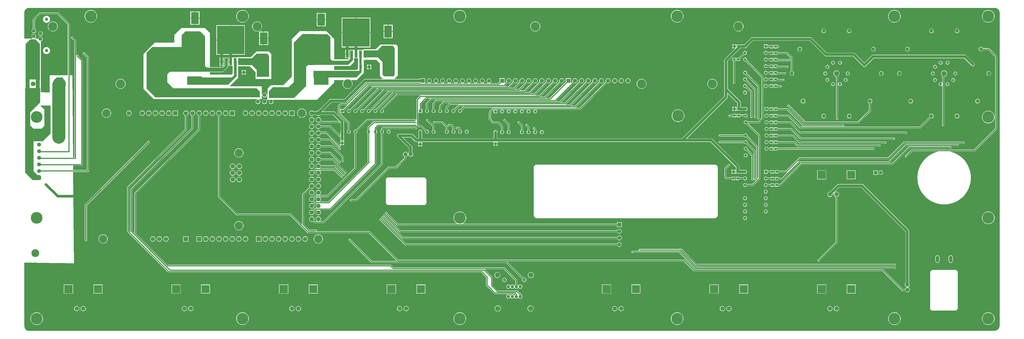
<source format=gbl>
G04*
G04 #@! TF.GenerationSoftware,Altium Limited,Altium Designer,19.1.3 (30)*
G04*
G04 Layer_Physical_Order=2*
G04 Layer_Color=16711680*
%FSLAX25Y25*%
%MOIN*%
G70*
G01*
G75*
%ADD16R,0.03937X0.03740*%
%ADD17R,0.03937X0.03937*%
%ADD58C,0.01500*%
%ADD60C,0.03937*%
%ADD61C,0.01968*%
%ADD62C,0.05906*%
%ADD64C,0.19685*%
%ADD66C,0.06693*%
%ADD67R,0.06693X0.06693*%
%ADD68O,0.05200X0.10400*%
%ADD69C,0.17717*%
%ADD70R,0.12598X0.12598*%
%ADD71R,0.12205X0.12205*%
%ADD72C,0.06600*%
%ADD73P,0.05629X8X112.5*%
%ADD74C,0.05118*%
%ADD75C,0.07874*%
%ADD76R,0.09843X0.19685*%
%ADD77R,0.08858X0.17717*%
%ADD78R,0.17717X0.08858*%
%ADD79C,0.07087*%
%ADD80C,0.05386*%
%ADD81R,0.05386X0.05386*%
%ADD82C,0.05906*%
%ADD83R,0.05906X0.05906*%
%ADD84P,0.05629X8X22.5*%
%ADD85R,0.05906X0.05906*%
%ADD86C,0.06299*%
%ADD87C,0.13780*%
%ADD88R,0.06299X0.06299*%
%ADD89C,0.11811*%
%ADD90C,0.04331*%
%ADD91R,0.04449X0.04449*%
%ADD92C,0.04449*%
%ADD93C,0.04724*%
%ADD94C,0.05512*%
%ADD95R,0.04449X0.04449*%
%ADD96C,0.07000*%
%ADD97C,0.12598*%
%ADD98C,0.01968*%
%ADD99R,0.04100X0.04700*%
%ADD100R,0.11811X0.18110*%
%ADD101R,0.04000X0.10600*%
%ADD102R,0.41200X0.42800*%
%ADD103R,0.22047X0.12598*%
%ADD104R,0.03937X0.03937*%
G36*
X24732Y434673D02*
Y380441D01*
X24394Y380780D01*
X2866Y380780D01*
Y434390D01*
X10098Y441622D01*
X17784Y441622D01*
X24732Y434673D01*
D02*
G37*
G36*
X1468154Y488781D02*
X1469498Y488374D01*
X1470736Y487712D01*
X1471821Y486821D01*
X1472712Y485736D01*
X1473374Y484498D01*
X1473781Y483154D01*
X1473917Y481777D01*
X1473913Y481757D01*
X1473888Y10000D01*
X1473888Y9500D01*
X1473888Y9500D01*
X1473852Y9015D01*
X1473738Y7861D01*
X1473260Y6285D01*
X1472484Y4833D01*
X1471440Y3560D01*
X1470167Y2516D01*
X1468715Y1740D01*
X1467139Y1261D01*
X1465540Y1104D01*
X1465500Y1112D01*
X8986D01*
X8985Y1112D01*
X8792Y1112D01*
X8488Y1113D01*
X8478Y1113D01*
X7990Y1146D01*
X6989Y1245D01*
X5623Y1659D01*
X4365Y2332D01*
X3262Y3237D01*
X2357Y4340D01*
X1684Y5598D01*
X1270Y6964D01*
X1138Y8305D01*
X1138Y8305D01*
X1138D01*
X1112Y8798D01*
Y103743D01*
X1467Y104095D01*
X75930Y103226D01*
X74739Y241034D01*
X75091Y241389D01*
X96211D01*
X96386Y241272D01*
X97000Y241150D01*
X97615Y241272D01*
X98135Y241620D01*
X98483Y242141D01*
X98606Y242756D01*
X98483Y243370D01*
X98367Y243545D01*
Y247662D01*
X98367Y414000D01*
X98263Y414523D01*
X97966Y414966D01*
X92524Y420409D01*
X92483Y420614D01*
X92135Y421135D01*
X91615Y421483D01*
X91000Y421606D01*
X90386Y421483D01*
X89865Y421135D01*
X89517Y420614D01*
X89394Y420000D01*
X89517Y419385D01*
X89865Y418865D01*
X90386Y418517D01*
X90591Y418476D01*
X95633Y413434D01*
X95633Y247662D01*
Y244123D01*
X74712D01*
X74657Y250510D01*
X75009Y250866D01*
X86798D01*
X86972Y250749D01*
X87587Y250627D01*
X88201Y250749D01*
X88722Y251097D01*
X89070Y251618D01*
X89192Y252232D01*
X89070Y252847D01*
X88953Y253021D01*
Y409752D01*
X88849Y410275D01*
X88553Y410718D01*
X82564Y416708D01*
X82515Y416953D01*
X82167Y417474D01*
X81646Y417822D01*
X81032Y417944D01*
X80417Y417822D01*
X79896Y417474D01*
X79792Y417318D01*
X79292Y417470D01*
Y439335D01*
X79188Y439858D01*
X78892Y440301D01*
X75037Y444156D01*
X75106Y444500D01*
X74983Y445115D01*
X74635Y445635D01*
X74115Y445983D01*
X73500Y446106D01*
X72886Y445983D01*
X72365Y445635D01*
X72017Y445115D01*
X71894Y444500D01*
X72017Y443886D01*
X72147Y443690D01*
X72237Y443237D01*
X72534Y442793D01*
X76558Y438768D01*
Y263383D01*
X74546D01*
X73475Y387331D01*
X69505D01*
Y464362D01*
X69401Y464885D01*
X69104Y465329D01*
X52966Y481466D01*
X52523Y481763D01*
X52000Y481867D01*
X24500D01*
X23977Y481763D01*
X23534Y481466D01*
X14478Y472411D01*
X14182Y471968D01*
X14078Y471445D01*
Y457202D01*
X13757Y457069D01*
X13058Y456532D01*
X12522Y455833D01*
X12185Y455019D01*
X12070Y454146D01*
X12185Y453272D01*
X12522Y452458D01*
X13058Y451759D01*
X13757Y451223D01*
X14571Y450885D01*
X15445Y450770D01*
X16319Y450885D01*
X17133Y451223D01*
X17832Y451759D01*
X18368Y452458D01*
X18705Y453272D01*
X18820Y454146D01*
X18705Y455019D01*
X18368Y455833D01*
X17832Y456532D01*
X17133Y457069D01*
X16812Y457202D01*
Y470879D01*
X25066Y479133D01*
X51434D01*
X66771Y463796D01*
Y387331D01*
X39215Y387331D01*
X39215Y361510D01*
X38856Y361162D01*
X26087Y361524D01*
Y438808D01*
X26318Y438838D01*
X27132Y439175D01*
X27832Y439712D01*
X28368Y440411D01*
X28705Y441225D01*
X28820Y442098D01*
X28705Y442972D01*
X28368Y443786D01*
X27832Y444485D01*
X27132Y445022D01*
X26318Y445359D01*
X25445Y445474D01*
X24571Y445359D01*
X23757Y445022D01*
X23058Y444485D01*
X22522Y443786D01*
X22185Y442972D01*
X22149Y442701D01*
X17255D01*
X17140Y443160D01*
X17145Y443201D01*
X17832Y443727D01*
X18368Y444426D01*
X18705Y445241D01*
X18820Y446114D01*
X18705Y446988D01*
X18368Y447802D01*
X17832Y448501D01*
X17132Y449037D01*
X16319Y449374D01*
X15445Y449489D01*
X14571Y449374D01*
X13757Y449037D01*
X13058Y448501D01*
X12522Y447802D01*
X12185Y446988D01*
X12070Y446114D01*
X12185Y445241D01*
X12522Y444426D01*
X13058Y443727D01*
X13745Y443201D01*
X13749Y443160D01*
X13634Y442701D01*
X1112Y442701D01*
Y482485D01*
X1115Y482489D01*
X1115D01*
X1115Y482489D01*
X1233Y483686D01*
X1601Y484899D01*
X2199Y486017D01*
X3003Y486997D01*
X3983Y487801D01*
X5101Y488399D01*
X6314Y488767D01*
X7155Y488850D01*
X7639Y488885D01*
X7639Y488885D01*
X8136Y488888D01*
X1466757Y488913D01*
X1466777Y488917D01*
X1468154Y488781D01*
D02*
G37*
G36*
X24894Y367988D02*
X24894Y346126D01*
X9965Y331197D01*
Y311504D01*
X14740Y306728D01*
X27118D01*
X31157Y310768D01*
Y335606D01*
X25319Y341445D01*
X40583Y341562D01*
X40583Y299106D01*
X29047Y287571D01*
X14953D01*
Y242669D01*
X21081Y236541D01*
X24750D01*
X24347Y228783D01*
X13748D01*
X2394Y240138D01*
Y367988D01*
X24894Y367988D01*
D02*
G37*
%LPC*%
G36*
X265488Y483595D02*
X259083D01*
Y474039D01*
X265488D01*
Y483595D01*
D02*
G37*
G36*
X258083D02*
X251677D01*
Y474039D01*
X258083D01*
Y483595D01*
D02*
G37*
G36*
X456306Y481390D02*
X449900D01*
Y471835D01*
X456306D01*
Y481390D01*
D02*
G37*
G36*
X448900D02*
X442494D01*
Y471835D01*
X448900D01*
Y481390D01*
D02*
G37*
G36*
X1456693Y485873D02*
X1454841Y485690D01*
X1453059Y485150D01*
X1451418Y484272D01*
X1449979Y483092D01*
X1448798Y481653D01*
X1447921Y480011D01*
X1447381Y478230D01*
X1447198Y476378D01*
X1447381Y474526D01*
X1447921Y472745D01*
X1448798Y471103D01*
X1449979Y469664D01*
X1451418Y468483D01*
X1453059Y467606D01*
X1454841Y467066D01*
X1456693Y466883D01*
X1458545Y467066D01*
X1460326Y467606D01*
X1461968Y468483D01*
X1463407Y469664D01*
X1464587Y471103D01*
X1465465Y472745D01*
X1466005Y474526D01*
X1466187Y476378D01*
X1466005Y478230D01*
X1465465Y480011D01*
X1464587Y481653D01*
X1463407Y483092D01*
X1461968Y484272D01*
X1460326Y485150D01*
X1458545Y485690D01*
X1456693Y485873D01*
D02*
G37*
G36*
X1315000D02*
X1313148Y485690D01*
X1311367Y485150D01*
X1309725Y484272D01*
X1308286Y483092D01*
X1307106Y481653D01*
X1306228Y480011D01*
X1305688Y478230D01*
X1305505Y476378D01*
X1305688Y474526D01*
X1306228Y472745D01*
X1307106Y471103D01*
X1308286Y469664D01*
X1309725Y468483D01*
X1311367Y467606D01*
X1313148Y467066D01*
X1315000Y466883D01*
X1316852Y467066D01*
X1318633Y467606D01*
X1320275Y468483D01*
X1321714Y469664D01*
X1322894Y471103D01*
X1323772Y472745D01*
X1324312Y474526D01*
X1324494Y476378D01*
X1324312Y478230D01*
X1323772Y480011D01*
X1322894Y481653D01*
X1321714Y483092D01*
X1320275Y484272D01*
X1318633Y485150D01*
X1316852Y485690D01*
X1315000Y485873D01*
D02*
G37*
G36*
X986833D02*
X984981Y485690D01*
X983200Y485150D01*
X981558Y484272D01*
X980120Y483092D01*
X978939Y481653D01*
X978061Y480011D01*
X977521Y478230D01*
X977339Y476378D01*
X977521Y474526D01*
X978061Y472745D01*
X978939Y471103D01*
X980120Y469664D01*
X981558Y468483D01*
X983200Y467606D01*
X984981Y467066D01*
X986833Y466883D01*
X988686Y467066D01*
X990467Y467606D01*
X992108Y468483D01*
X993547Y469664D01*
X994728Y471103D01*
X995605Y472745D01*
X996145Y474526D01*
X996328Y476378D01*
X996145Y478230D01*
X995605Y480011D01*
X994728Y481653D01*
X993547Y483092D01*
X992108Y484272D01*
X990467Y485150D01*
X988686Y485690D01*
X986833Y485873D01*
D02*
G37*
G36*
X658667D02*
X656814Y485690D01*
X655033Y485150D01*
X653392Y484272D01*
X651953Y483092D01*
X650772Y481653D01*
X649895Y480011D01*
X649355Y478230D01*
X649172Y476378D01*
X649355Y474526D01*
X649895Y472745D01*
X650772Y471103D01*
X651953Y469664D01*
X653392Y468483D01*
X655033Y467606D01*
X656814Y467066D01*
X658667Y466883D01*
X660519Y467066D01*
X662300Y467606D01*
X663941Y468483D01*
X665380Y469664D01*
X666561Y471103D01*
X667439Y472745D01*
X667979Y474526D01*
X668161Y476378D01*
X667979Y478230D01*
X667439Y480011D01*
X666561Y481653D01*
X665380Y483092D01*
X663941Y484272D01*
X662300Y485150D01*
X660519Y485690D01*
X658667Y485873D01*
D02*
G37*
G36*
X330500D02*
X328648Y485690D01*
X326867Y485150D01*
X325225Y484272D01*
X323786Y483092D01*
X322606Y481653D01*
X321728Y480011D01*
X321188Y478230D01*
X321006Y476378D01*
X321188Y474526D01*
X321728Y472745D01*
X322606Y471103D01*
X323786Y469664D01*
X325225Y468483D01*
X326867Y467606D01*
X328648Y467066D01*
X330500Y466883D01*
X332352Y467066D01*
X334133Y467606D01*
X335775Y468483D01*
X337214Y469664D01*
X338394Y471103D01*
X339272Y472745D01*
X339812Y474526D01*
X339995Y476378D01*
X339812Y478230D01*
X339272Y480011D01*
X338394Y481653D01*
X337214Y483092D01*
X335775Y484272D01*
X334133Y485150D01*
X332352Y485690D01*
X330500Y485873D01*
D02*
G37*
G36*
X101500D02*
X99648Y485690D01*
X97867Y485150D01*
X96225Y484272D01*
X94786Y483092D01*
X93606Y481653D01*
X92728Y480011D01*
X92188Y478230D01*
X92005Y476378D01*
X92188Y474526D01*
X92728Y472745D01*
X93606Y471103D01*
X94786Y469664D01*
X96225Y468483D01*
X97867Y467606D01*
X99648Y467066D01*
X101500Y466883D01*
X103352Y467066D01*
X105133Y467606D01*
X106775Y468483D01*
X108214Y469664D01*
X109394Y471103D01*
X110272Y472745D01*
X110812Y474526D01*
X110995Y476378D01*
X110812Y478230D01*
X110272Y480011D01*
X109394Y481653D01*
X108214Y483092D01*
X106775Y484272D01*
X105133Y485150D01*
X103352Y485690D01*
X101500Y485873D01*
D02*
G37*
G36*
X34500Y477105D02*
X33112Y476922D01*
X31820Y476387D01*
X30709Y475535D01*
X29857Y474425D01*
X29322Y473132D01*
X29139Y471744D01*
X29322Y470357D01*
X29857Y469064D01*
X30709Y467953D01*
X31820Y467101D01*
X33112Y466566D01*
X34500Y466383D01*
X35888Y466566D01*
X37180Y467101D01*
X38291Y467953D01*
X39143Y469064D01*
X39678Y470357D01*
X39861Y471744D01*
X39678Y473132D01*
X39143Y474425D01*
X38291Y475535D01*
X37180Y476387D01*
X35888Y476922D01*
X34500Y477105D01*
D02*
G37*
G36*
X265488Y473039D02*
X259083D01*
Y463484D01*
X265488D01*
Y473039D01*
D02*
G37*
G36*
X258083D02*
X251677D01*
Y463484D01*
X258083D01*
Y473039D01*
D02*
G37*
G36*
X456306Y470835D02*
X449900D01*
Y461280D01*
X456306D01*
Y470835D01*
D02*
G37*
G36*
X448900D02*
X442494D01*
Y461280D01*
X448900D01*
Y470835D01*
D02*
G37*
G36*
X557305Y463426D02*
X550900D01*
Y453871D01*
X557305D01*
Y463426D01*
D02*
G37*
G36*
X549900D02*
X543495D01*
Y453871D01*
X549900D01*
Y463426D01*
D02*
G37*
G36*
X1079433Y468516D02*
X1077967Y468372D01*
X1076557Y467944D01*
X1075257Y467250D01*
X1074118Y466315D01*
X1073183Y465176D01*
X1072489Y463876D01*
X1072061Y462466D01*
X1071917Y461000D01*
X1072061Y459534D01*
X1072489Y458124D01*
X1073183Y456824D01*
X1074118Y455685D01*
X1075257Y454750D01*
X1076557Y454056D01*
X1077967Y453628D01*
X1079433Y453483D01*
X1080900Y453628D01*
X1082310Y454056D01*
X1083609Y454750D01*
X1084748Y455685D01*
X1085683Y456824D01*
X1086377Y458124D01*
X1086805Y459534D01*
X1086950Y461000D01*
X1086805Y462466D01*
X1086377Y463876D01*
X1085683Y465176D01*
X1084748Y466315D01*
X1083609Y467250D01*
X1082310Y467944D01*
X1080900Y468372D01*
X1079433Y468516D01*
D02*
G37*
G36*
X772626D02*
X771160Y468372D01*
X769749Y467944D01*
X768450Y467250D01*
X767311Y466315D01*
X766376Y465176D01*
X765682Y463876D01*
X765254Y462466D01*
X765109Y461000D01*
X765254Y459534D01*
X765682Y458124D01*
X766376Y456824D01*
X767311Y455685D01*
X768450Y454750D01*
X769749Y454056D01*
X771160Y453628D01*
X772626Y453483D01*
X774092Y453628D01*
X775502Y454056D01*
X776802Y454750D01*
X777941Y455685D01*
X778876Y456824D01*
X779570Y458124D01*
X779998Y459534D01*
X780142Y461000D01*
X779998Y462466D01*
X779570Y463876D01*
X778876Y465176D01*
X777941Y466315D01*
X776802Y467250D01*
X775502Y467944D01*
X774092Y468372D01*
X772626Y468516D01*
D02*
G37*
G36*
X352480D02*
X351014Y468372D01*
X349604Y467944D01*
X348304Y467250D01*
X347165Y466315D01*
X346231Y465176D01*
X345536Y463876D01*
X345108Y462466D01*
X344964Y461000D01*
X345108Y459534D01*
X345536Y458124D01*
X346231Y456824D01*
X347165Y455685D01*
X348304Y454750D01*
X349604Y454056D01*
X351014Y453628D01*
X352480Y453483D01*
X353947Y453628D01*
X355357Y454056D01*
X356656Y454750D01*
X357795Y455685D01*
X358730Y456824D01*
X359425Y458124D01*
X359852Y459534D01*
X359997Y461000D01*
X359852Y462466D01*
X359425Y463876D01*
X358730Y465176D01*
X357795Y466315D01*
X356656Y467250D01*
X355357Y467944D01*
X353947Y468372D01*
X352480Y468516D01*
D02*
G37*
G36*
X44000D02*
X42534Y468372D01*
X41124Y467944D01*
X39824Y467250D01*
X38685Y466315D01*
X37750Y465176D01*
X37056Y463876D01*
X36628Y462466D01*
X36483Y461000D01*
X36628Y459534D01*
X37056Y458124D01*
X37750Y456824D01*
X38685Y455685D01*
X39824Y454750D01*
X41124Y454056D01*
X42534Y453628D01*
X44000Y453483D01*
X45466Y453628D01*
X46876Y454056D01*
X48176Y454750D01*
X49315Y455685D01*
X50250Y456824D01*
X50944Y458124D01*
X51372Y459534D01*
X51516Y461000D01*
X51372Y462466D01*
X50944Y463876D01*
X50250Y465176D01*
X49315Y466315D01*
X48176Y467250D01*
X46876Y467944D01*
X45466Y468372D01*
X44000Y468516D01*
D02*
G37*
G36*
X523500Y474200D02*
X502400D01*
Y452300D01*
X523500D01*
Y474200D01*
D02*
G37*
G36*
X501400D02*
X480300D01*
Y452300D01*
X501400D01*
Y474200D01*
D02*
G37*
G36*
X1410909Y457631D02*
X1407719D01*
X1406124Y456036D01*
Y452846D01*
X1407719Y451251D01*
X1410909D01*
X1412505Y452846D01*
Y456036D01*
X1410909Y457631D01*
D02*
G37*
G36*
X1372281D02*
X1369091D01*
X1367495Y456036D01*
Y452846D01*
X1369091Y451251D01*
X1372281D01*
X1373876Y452846D01*
Y456036D01*
X1372281Y457631D01*
D02*
G37*
G36*
X1248409D02*
X1245219D01*
X1243624Y456036D01*
Y452846D01*
X1245219Y451251D01*
X1248409D01*
X1250005Y452846D01*
Y456036D01*
X1248409Y457631D01*
D02*
G37*
G36*
X1209781D02*
X1206591D01*
X1204995Y456036D01*
Y452846D01*
X1206591Y451251D01*
X1209781D01*
X1211376Y452846D01*
Y456036D01*
X1209781Y457631D01*
D02*
G37*
G36*
X25445Y453505D02*
X24571Y453390D01*
X23757Y453053D01*
X23058Y452517D01*
X22522Y451818D01*
X22185Y451004D01*
X22070Y450130D01*
X22185Y449256D01*
X22522Y448442D01*
X23058Y447743D01*
X23757Y447207D01*
X24571Y446870D01*
X25445Y446755D01*
X26318Y446870D01*
X27132Y447207D01*
X27832Y447743D01*
X28368Y448442D01*
X28705Y449256D01*
X28820Y450130D01*
X28705Y451004D01*
X28368Y451818D01*
X27832Y452517D01*
X27132Y453053D01*
X26318Y453390D01*
X25445Y453505D01*
D02*
G37*
G36*
X369406Y453090D02*
X363000D01*
Y443535D01*
X369406D01*
Y453090D01*
D02*
G37*
G36*
X362000D02*
X355594D01*
Y443535D01*
X362000D01*
Y453090D01*
D02*
G37*
G36*
X557305Y452871D02*
X550900D01*
Y443316D01*
X557305D01*
Y452871D01*
D02*
G37*
G36*
X549900D02*
X543495D01*
Y443316D01*
X549900D01*
Y452871D01*
D02*
G37*
G36*
X334100Y462900D02*
X313000D01*
Y441000D01*
X334100D01*
Y462900D01*
D02*
G37*
G36*
X312000D02*
X290900D01*
Y441000D01*
X312000D01*
Y462900D01*
D02*
G37*
G36*
X369406Y442535D02*
X363000D01*
Y432980D01*
X369406D01*
Y442535D01*
D02*
G37*
G36*
X362000D02*
X355594D01*
Y432980D01*
X362000D01*
Y442535D01*
D02*
G37*
G36*
X1076319Y433968D02*
X1073850D01*
Y431500D01*
X1076319D01*
Y433968D01*
D02*
G37*
G36*
X1072850D02*
X1070382D01*
Y431500D01*
X1072850D01*
Y433968D01*
D02*
G37*
G36*
X523500Y451300D02*
X502400D01*
Y429400D01*
X523500D01*
Y451300D01*
D02*
G37*
G36*
X501400D02*
X480300D01*
Y429400D01*
X501400D01*
Y451300D01*
D02*
G37*
G36*
X1138209Y432961D02*
X1133091D01*
Y428039D01*
X1138209D01*
Y429133D01*
X1138711D01*
X1138885Y429017D01*
X1139500Y428894D01*
X1140114Y429017D01*
X1140635Y429365D01*
X1140983Y429885D01*
X1141106Y430500D01*
X1140983Y431114D01*
X1140635Y431635D01*
X1140114Y431983D01*
X1139500Y432106D01*
X1138885Y431983D01*
X1138711Y431867D01*
X1138209D01*
Y432961D01*
D02*
G37*
G36*
X1123445Y433815D02*
X1117815D01*
Y428185D01*
X1123445D01*
Y429383D01*
X1126791D01*
Y428039D01*
X1131909D01*
Y432961D01*
X1126791D01*
Y432117D01*
X1123445D01*
Y433815D01*
D02*
G37*
G36*
X1072850Y430500D02*
X1070382D01*
Y428031D01*
X1072850D01*
Y430500D01*
D02*
G37*
G36*
X1336031Y429927D02*
X1332841D01*
X1331245Y428332D01*
Y425142D01*
X1332841Y423547D01*
X1336031D01*
X1337626Y425142D01*
Y428332D01*
X1336031Y429927D01*
D02*
G37*
G36*
X1284659D02*
X1281469D01*
X1279873Y428332D01*
Y425142D01*
X1281469Y423547D01*
X1284659D01*
X1286255Y425142D01*
Y428332D01*
X1284659Y429927D01*
D02*
G37*
G36*
X1173531D02*
X1170341D01*
X1168745Y428332D01*
Y425142D01*
X1170341Y423547D01*
X1173531D01*
X1175126Y425142D01*
Y428332D01*
X1173531Y429927D01*
D02*
G37*
G36*
X491500Y425500D02*
X489000D01*
Y419700D01*
X491500D01*
Y425500D01*
D02*
G37*
G36*
X488000D02*
X485500D01*
Y419700D01*
X488000D01*
Y425500D01*
D02*
G37*
G36*
X34500Y429861D02*
X33112Y429678D01*
X31820Y429143D01*
X30709Y428291D01*
X29857Y427180D01*
X29322Y425887D01*
X29139Y424500D01*
X29322Y423112D01*
X29857Y421820D01*
X30709Y420709D01*
X31820Y419857D01*
X33112Y419322D01*
X34500Y419139D01*
X35888Y419322D01*
X37180Y419857D01*
X38291Y420709D01*
X39143Y421820D01*
X39678Y423112D01*
X39861Y424500D01*
X39678Y425887D01*
X39143Y427180D01*
X38291Y428291D01*
X37180Y429143D01*
X35888Y429678D01*
X34500Y429861D01*
D02*
G37*
G36*
X1089370Y423839D02*
X1088635Y423742D01*
X1087951Y423459D01*
X1087362Y423008D01*
X1086911Y422420D01*
X1086628Y421735D01*
X1086531Y421000D01*
X1086568Y420717D01*
X1079579Y413728D01*
X1076394D01*
Y408807D01*
X1081512D01*
Y411795D01*
X1088168Y418451D01*
X1088635Y418258D01*
X1089370Y418161D01*
X1090105Y418258D01*
X1090790Y418541D01*
X1091378Y418992D01*
X1091829Y419580D01*
X1092113Y420265D01*
X1092209Y421000D01*
X1092113Y421735D01*
X1091829Y422420D01*
X1091378Y423008D01*
X1090790Y423459D01*
X1090105Y423742D01*
X1089370Y423839D01*
D02*
G37*
G36*
X1120630D02*
X1119895Y423742D01*
X1119210Y423459D01*
X1118622Y423008D01*
X1118171Y422420D01*
X1117887Y421735D01*
X1117791Y421000D01*
X1117887Y420265D01*
X1118171Y419580D01*
X1118622Y418992D01*
X1119210Y418541D01*
X1119895Y418258D01*
X1120630Y418161D01*
X1121365Y418258D01*
X1122050Y418541D01*
X1122638Y418992D01*
X1122969Y419425D01*
X1126791D01*
Y418123D01*
X1131909D01*
Y423044D01*
X1126791D01*
Y422158D01*
X1123197D01*
X1123089Y422420D01*
X1122638Y423008D01*
X1122050Y423459D01*
X1121365Y423742D01*
X1120630Y423839D01*
D02*
G37*
G36*
X334100Y440000D02*
X313000D01*
Y418100D01*
X334100D01*
Y440000D01*
D02*
G37*
G36*
X312000D02*
X290900D01*
Y418100D01*
X312000D01*
Y440000D01*
D02*
G37*
G36*
X491500Y418700D02*
X489000D01*
Y412900D01*
X491500D01*
Y418700D01*
D02*
G37*
G36*
X488000D02*
X485500D01*
Y412900D01*
X488000D01*
Y418700D01*
D02*
G37*
G36*
X302100Y414200D02*
X299600D01*
Y408400D01*
X302100D01*
Y414200D01*
D02*
G37*
G36*
X298600D02*
X296100D01*
Y408400D01*
X298600D01*
Y414200D01*
D02*
G37*
G36*
X312000D02*
X309500D01*
Y408400D01*
X312000D01*
Y414200D01*
D02*
G37*
G36*
X1138209Y413127D02*
X1133091D01*
Y408206D01*
X1138209D01*
Y408723D01*
X1155590D01*
X1156113Y408827D01*
X1156304Y408955D01*
X1156614Y409017D01*
X1157135Y409365D01*
X1157483Y409886D01*
X1157606Y410500D01*
X1157483Y411115D01*
X1157135Y411635D01*
X1156614Y411983D01*
X1156000Y412106D01*
X1155385Y411983D01*
X1154865Y411635D01*
X1154745Y411456D01*
X1138209D01*
Y413127D01*
D02*
G37*
G36*
X1120630Y413839D02*
X1119895Y413742D01*
X1119210Y413459D01*
X1118622Y413008D01*
X1118171Y412420D01*
X1117887Y411735D01*
X1117791Y411000D01*
X1117887Y410265D01*
X1118171Y409580D01*
X1118622Y408992D01*
X1119210Y408541D01*
X1119895Y408257D01*
X1120630Y408161D01*
X1121365Y408257D01*
X1122050Y408541D01*
X1122638Y408992D01*
X1123001Y409467D01*
X1126791D01*
Y408206D01*
X1131909D01*
Y413127D01*
X1126791D01*
Y412200D01*
X1123180D01*
X1123089Y412420D01*
X1122638Y413008D01*
X1122050Y413459D01*
X1121365Y413742D01*
X1120630Y413839D01*
D02*
G37*
G36*
X1395401Y408951D02*
X1394678Y408894D01*
X1393994Y408652D01*
X1393396Y408241D01*
X1392924Y407689D01*
X1392612Y407034D01*
X1392480Y406321D01*
X1392537Y405597D01*
X1392779Y404914D01*
X1393190Y404316D01*
X1393742Y403844D01*
X1394397Y403532D01*
X1395110Y403400D01*
X1395834Y403456D01*
X1396518Y403699D01*
X1397116Y404110D01*
X1397587Y404662D01*
X1397899Y405316D01*
X1398032Y406030D01*
X1397975Y406753D01*
X1397732Y407437D01*
X1397321Y408035D01*
X1396770Y408507D01*
X1396115Y408819D01*
X1395401Y408951D01*
D02*
G37*
G36*
X1384599D02*
X1383885Y408819D01*
X1383230Y408507D01*
X1382679Y408035D01*
X1382268Y407437D01*
X1382025Y406753D01*
X1381968Y406030D01*
X1382101Y405316D01*
X1382413Y404662D01*
X1382884Y404110D01*
X1383482Y403699D01*
X1384166Y403456D01*
X1384890Y403400D01*
X1385603Y403532D01*
X1386258Y403844D01*
X1386810Y404316D01*
X1387221Y404914D01*
X1387463Y405597D01*
X1387520Y406321D01*
X1387388Y407034D01*
X1387076Y407689D01*
X1386604Y408241D01*
X1386006Y408652D01*
X1385322Y408894D01*
X1384599Y408951D01*
D02*
G37*
G36*
X1232901D02*
X1232178Y408894D01*
X1231494Y408652D01*
X1230896Y408241D01*
X1230424Y407689D01*
X1230112Y407034D01*
X1229980Y406321D01*
X1230037Y405597D01*
X1230279Y404914D01*
X1230690Y404316D01*
X1231242Y403844D01*
X1231897Y403532D01*
X1232610Y403400D01*
X1233334Y403456D01*
X1234018Y403699D01*
X1234616Y404110D01*
X1235087Y404662D01*
X1235399Y405316D01*
X1235532Y406030D01*
X1235475Y406753D01*
X1235232Y407437D01*
X1234821Y408035D01*
X1234270Y408507D01*
X1233615Y408819D01*
X1232901Y408951D01*
D02*
G37*
G36*
X1222099D02*
X1221385Y408819D01*
X1220730Y408507D01*
X1220179Y408035D01*
X1219768Y407437D01*
X1219525Y406753D01*
X1219468Y406030D01*
X1219601Y405316D01*
X1219913Y404662D01*
X1220384Y404110D01*
X1220982Y403699D01*
X1221666Y403456D01*
X1222390Y403400D01*
X1223103Y403532D01*
X1223758Y403844D01*
X1224310Y404316D01*
X1224721Y404914D01*
X1224963Y405597D01*
X1225020Y406321D01*
X1224888Y407034D01*
X1224576Y407689D01*
X1224104Y408241D01*
X1223506Y408652D01*
X1222822Y408894D01*
X1222099Y408951D01*
D02*
G37*
G36*
X312000Y407400D02*
X309500D01*
Y401600D01*
X312000D01*
Y407400D01*
D02*
G37*
G36*
X298600D02*
X296100D01*
Y401600D01*
X298600D01*
Y407400D01*
D02*
G37*
G36*
X1188216Y444573D02*
X1100362D01*
X1099694Y444485D01*
X1099072Y444228D01*
X1098537Y443817D01*
X1088340Y433620D01*
X1088246Y433581D01*
X1081638D01*
X1081470Y433559D01*
X1077091D01*
Y430137D01*
X1076776Y429881D01*
X1076319Y430080D01*
Y430500D01*
X1073850D01*
Y428031D01*
X1074366D01*
X1074557Y427570D01*
X1058840Y411853D01*
X1058430Y411318D01*
X1058172Y410696D01*
X1058084Y410028D01*
Y365961D01*
Y355724D01*
X994092Y291731D01*
X715081D01*
Y300246D01*
X715242Y300635D01*
X715339Y301370D01*
X715242Y302105D01*
X714959Y302790D01*
X714508Y303378D01*
X713920Y303829D01*
X713235Y304113D01*
X712500Y304209D01*
X711765Y304113D01*
X711080Y303829D01*
X710492Y303378D01*
X710041Y302790D01*
X709758Y302105D01*
X709661Y301370D01*
X709758Y300635D01*
X709919Y300246D01*
Y291731D01*
X601581D01*
Y300876D01*
X601743Y301265D01*
X601839Y302000D01*
X601743Y302735D01*
X601459Y303420D01*
X601008Y304008D01*
X600420Y304459D01*
X599735Y304743D01*
X599000Y304839D01*
X598265Y304743D01*
X597580Y304459D01*
X596992Y304008D01*
X596541Y303420D01*
X596257Y302735D01*
X596161Y302000D01*
X596257Y301265D01*
X596419Y300875D01*
Y291711D01*
X593983D01*
X587888Y297805D01*
X587354Y298216D01*
X586731Y298474D01*
X586063Y298561D01*
X566547D01*
X565879Y298474D01*
X565257Y298216D01*
X564722Y297805D01*
X564312Y297271D01*
X564054Y296648D01*
X563966Y295980D01*
X564054Y295312D01*
X564312Y294690D01*
X564722Y294155D01*
X581793Y277084D01*
Y270813D01*
X581706Y270746D01*
X581107Y269965D01*
X580730Y269055D01*
X580684Y268705D01*
X580180D01*
X580144Y268976D01*
X579767Y269886D01*
X579168Y270668D01*
X578386Y271267D01*
X577476Y271644D01*
X576500Y271772D01*
X575524Y271644D01*
X574614Y271267D01*
X573833Y270668D01*
X573233Y269886D01*
X572856Y268976D01*
X572728Y268000D01*
X572856Y267024D01*
X573233Y266114D01*
X573833Y265333D01*
X574614Y264733D01*
X575133Y264518D01*
Y262566D01*
X561434Y248867D01*
X551000D01*
X550477Y248763D01*
X550034Y248466D01*
X501434Y199867D01*
X495289D01*
X495115Y199983D01*
X494500Y200106D01*
X493886Y199983D01*
X493365Y199635D01*
X493017Y199115D01*
X492894Y198500D01*
X493017Y197886D01*
X493365Y197365D01*
X493886Y197017D01*
X494500Y196894D01*
X495115Y197017D01*
X495289Y197133D01*
X502000D01*
X502523Y197237D01*
X502966Y197534D01*
X551566Y246133D01*
X562000D01*
X562523Y246237D01*
X562966Y246533D01*
X577466Y261034D01*
X577763Y261477D01*
X577867Y262000D01*
Y264518D01*
X578386Y264733D01*
X579168Y265333D01*
X579767Y266114D01*
X580144Y267024D01*
X580190Y267374D01*
X580694D01*
X580730Y267102D01*
X581107Y266193D01*
X581706Y265411D01*
X582488Y264812D01*
X583398Y264435D01*
X584374Y264306D01*
X585350Y264435D01*
X586260Y264812D01*
X587042Y265411D01*
X587641Y266193D01*
X588018Y267102D01*
X588146Y268079D01*
X588018Y269055D01*
X587641Y269965D01*
X587042Y270746D01*
X586955Y270813D01*
Y278153D01*
X586867Y278822D01*
X586609Y279444D01*
X586199Y279979D01*
X573241Y292937D01*
X573432Y293399D01*
X584994D01*
X591088Y287305D01*
X591623Y286895D01*
X592245Y286637D01*
X592913Y286549D01*
X598980D01*
X599130Y286568D01*
X709531D01*
Y284350D01*
X715469D01*
Y286568D01*
X1037364D01*
X1075568Y248364D01*
Y241500D01*
X1075591Y241332D01*
Y238941D01*
X1077982D01*
X1078150Y238919D01*
X1088246D01*
X1088635Y238757D01*
X1089370Y238661D01*
X1090105Y238757D01*
X1090790Y239041D01*
X1091378Y239492D01*
X1091829Y240080D01*
X1092113Y240765D01*
X1092209Y241500D01*
X1092113Y242235D01*
X1091829Y242920D01*
X1091378Y243508D01*
X1090790Y243959D01*
X1090105Y244243D01*
X1089370Y244339D01*
X1088635Y244243D01*
X1088246Y244081D01*
X1080731D01*
Y249433D01*
X1080643Y250101D01*
X1080385Y250724D01*
X1079975Y251258D01*
X1040258Y290975D01*
X1039724Y291385D01*
X1039101Y291643D01*
X1038433Y291731D01*
X1002045D01*
X1001854Y292193D01*
X1062490Y352829D01*
X1062901Y353364D01*
X1063159Y353986D01*
X1063247Y354654D01*
Y359076D01*
X1063708Y359267D01*
X1077728Y345247D01*
Y339059D01*
X1076941D01*
Y336668D01*
X1076919Y336500D01*
X1076941Y336332D01*
Y333941D01*
X1079332D01*
X1079500Y333919D01*
X1081437D01*
X1081592Y333855D01*
X1082260Y333767D01*
X1089009D01*
X1089635Y333507D01*
X1090370Y333411D01*
X1091105Y333507D01*
X1091790Y333791D01*
X1092378Y334242D01*
X1092829Y334830D01*
X1093113Y335515D01*
X1093209Y336250D01*
X1093113Y336985D01*
X1092829Y337670D01*
X1092378Y338258D01*
X1091790Y338709D01*
X1091105Y338993D01*
X1090370Y339089D01*
X1089635Y338993D01*
X1089482Y338929D01*
X1082930D01*
X1082891Y338946D01*
Y346317D01*
X1082803Y346985D01*
X1082545Y347607D01*
X1082135Y348142D01*
X1063247Y367030D01*
Y408958D01*
X1082707Y428419D01*
X1088246D01*
X1088635Y428258D01*
X1089370Y428161D01*
X1090105Y428258D01*
X1090790Y428541D01*
X1091378Y428992D01*
X1091829Y429580D01*
X1091990Y429970D01*
X1101431Y439411D01*
X1187147D01*
X1209954Y416604D01*
X1210489Y416194D01*
X1211112Y415936D01*
X1211779Y415848D01*
X1252502D01*
X1267675Y400675D01*
X1268209Y400265D01*
X1268832Y400007D01*
X1269500Y399919D01*
X1270168Y400007D01*
X1270791Y400265D01*
X1271325Y400675D01*
X1283569Y412919D01*
X1420431D01*
X1431675Y401675D01*
X1432209Y401265D01*
X1432832Y401007D01*
X1433500Y400919D01*
X1434168Y401007D01*
X1434791Y401265D01*
X1435325Y401675D01*
X1435735Y402209D01*
X1435993Y402832D01*
X1436081Y403500D01*
X1435993Y404168D01*
X1435735Y404791D01*
X1435325Y405325D01*
X1423325Y417325D01*
X1422791Y417735D01*
X1422168Y417993D01*
X1421500Y418081D01*
X1282500D01*
X1281832Y417993D01*
X1281209Y417735D01*
X1280675Y417325D01*
X1269500Y406150D01*
X1255396Y420254D01*
X1254861Y420665D01*
X1254239Y420922D01*
X1253571Y421010D01*
X1212849D01*
X1190042Y443817D01*
X1189507Y444228D01*
X1188885Y444485D01*
X1188216Y444573D01*
D02*
G37*
G36*
X524800Y403150D02*
X522250D01*
Y400300D01*
X524800D01*
Y403150D01*
D02*
G37*
G36*
X521250D02*
X518700D01*
Y400300D01*
X521250D01*
Y403150D01*
D02*
G37*
G36*
X1138209Y403211D02*
X1133091D01*
Y398289D01*
X1138209D01*
Y398633D01*
X1152211D01*
X1152386Y398517D01*
X1153000Y398394D01*
X1153615Y398517D01*
X1154135Y398865D01*
X1154483Y399385D01*
X1154606Y400000D01*
X1154483Y400615D01*
X1154135Y401135D01*
X1153615Y401483D01*
X1153000Y401606D01*
X1152386Y401483D01*
X1152211Y401367D01*
X1138209D01*
Y403211D01*
D02*
G37*
G36*
X1120630Y403839D02*
X1119895Y403743D01*
X1119210Y403459D01*
X1118622Y403008D01*
X1118171Y402420D01*
X1117887Y401735D01*
X1117791Y401000D01*
X1117887Y400265D01*
X1118171Y399580D01*
X1118622Y398992D01*
X1119210Y398541D01*
X1119895Y398257D01*
X1120630Y398161D01*
X1121365Y398257D01*
X1122050Y398541D01*
X1122638Y398992D01*
X1123033Y399508D01*
X1126791D01*
Y398289D01*
X1131909D01*
Y403211D01*
X1126791D01*
Y402242D01*
X1123162D01*
X1123089Y402420D01*
X1122638Y403008D01*
X1122050Y403459D01*
X1121365Y403743D01*
X1120630Y403839D01*
D02*
G37*
G36*
X1375902Y402756D02*
X1375199Y402574D01*
X1374568Y402217D01*
X1374050Y401708D01*
X1373682Y401083D01*
X1373488Y400384D01*
X1373481Y399658D01*
X1373663Y398956D01*
X1374020Y398324D01*
X1374529Y397807D01*
X1375154Y397438D01*
X1375854Y397244D01*
X1376579Y397238D01*
X1377282Y397420D01*
X1377913Y397777D01*
X1378431Y398286D01*
X1378799Y398911D01*
X1378993Y399610D01*
X1378999Y400336D01*
X1378818Y401038D01*
X1378460Y401670D01*
X1377952Y402187D01*
X1377326Y402556D01*
X1376627Y402750D01*
X1375902Y402756D01*
D02*
G37*
G36*
X1213402D02*
X1212699Y402574D01*
X1212068Y402217D01*
X1211550Y401708D01*
X1211182Y401083D01*
X1210988Y400384D01*
X1210981Y399658D01*
X1211163Y398956D01*
X1211520Y398324D01*
X1212029Y397807D01*
X1212654Y397438D01*
X1213354Y397244D01*
X1214079Y397238D01*
X1214782Y397420D01*
X1215413Y397777D01*
X1215931Y398286D01*
X1216299Y398911D01*
X1216493Y399610D01*
X1216499Y400336D01*
X1216318Y401038D01*
X1215960Y401670D01*
X1215452Y402187D01*
X1214826Y402556D01*
X1214127Y402750D01*
X1213402Y402756D01*
D02*
G37*
G36*
X524800Y399300D02*
X522250D01*
Y396450D01*
X524800D01*
Y399300D01*
D02*
G37*
G36*
X521250D02*
X518700D01*
Y396450D01*
X521250D01*
Y399300D01*
D02*
G37*
G36*
X335400Y394850D02*
X332850D01*
Y392000D01*
X335400D01*
Y394850D01*
D02*
G37*
G36*
X331850D02*
X329300D01*
Y392000D01*
X331850D01*
Y394850D01*
D02*
G37*
G36*
X1138209Y393294D02*
X1133091D01*
Y388373D01*
X1138209D01*
Y388633D01*
X1148711D01*
X1148886Y388517D01*
X1149500Y388394D01*
X1150115Y388517D01*
X1150635Y388865D01*
X1150983Y389386D01*
X1151106Y390000D01*
X1150983Y390615D01*
X1150635Y391135D01*
X1150115Y391483D01*
X1149500Y391606D01*
X1148886Y391483D01*
X1148711Y391367D01*
X1138209D01*
Y393294D01*
D02*
G37*
G36*
X1120630Y393839D02*
X1119895Y393742D01*
X1119210Y393459D01*
X1118622Y393008D01*
X1118171Y392420D01*
X1117887Y391735D01*
X1117791Y391000D01*
X1117887Y390265D01*
X1118171Y389580D01*
X1118622Y388992D01*
X1119210Y388541D01*
X1119895Y388258D01*
X1120630Y388161D01*
X1121365Y388258D01*
X1122050Y388541D01*
X1122638Y388992D01*
X1123065Y389550D01*
X1126791D01*
Y388373D01*
X1131909D01*
Y393294D01*
X1126791D01*
Y392284D01*
X1123145D01*
X1123089Y392420D01*
X1122638Y393008D01*
X1122050Y393459D01*
X1121365Y393742D01*
X1120630Y393839D01*
D02*
G37*
G36*
X335400Y391000D02*
X332850D01*
Y388150D01*
X335400D01*
Y391000D01*
D02*
G37*
G36*
X331850D02*
X329300D01*
Y388150D01*
X331850D01*
Y391000D01*
D02*
G37*
G36*
X1407008Y392780D02*
X1406288Y392685D01*
X1405618Y392407D01*
X1405042Y391966D01*
X1404601Y391390D01*
X1404323Y390719D01*
X1404228Y390000D01*
X1404323Y389281D01*
X1404601Y388610D01*
X1405042Y388035D01*
X1405618Y387593D01*
X1406288Y387315D01*
X1407008Y387220D01*
X1407727Y387315D01*
X1408398Y387593D01*
X1408973Y388035D01*
X1409415Y388610D01*
X1409693Y389281D01*
X1409788Y390000D01*
X1409693Y390719D01*
X1409415Y391390D01*
X1408973Y391966D01*
X1408398Y392407D01*
X1407727Y392685D01*
X1407008Y392780D01*
D02*
G37*
G36*
X1372992D02*
X1372273Y392685D01*
X1371602Y392407D01*
X1371027Y391966D01*
X1370585Y391390D01*
X1370307Y390719D01*
X1370212Y390000D01*
X1370307Y389281D01*
X1370585Y388610D01*
X1371027Y388035D01*
X1371602Y387593D01*
X1372273Y387315D01*
X1372992Y387220D01*
X1373712Y387315D01*
X1374382Y387593D01*
X1374958Y388035D01*
X1375399Y388610D01*
X1375677Y389281D01*
X1375772Y390000D01*
X1375677Y390719D01*
X1375399Y391390D01*
X1374958Y391966D01*
X1374382Y392407D01*
X1373712Y392685D01*
X1372992Y392780D01*
D02*
G37*
G36*
X1244508D02*
X1243788Y392685D01*
X1243118Y392407D01*
X1242542Y391966D01*
X1242101Y391390D01*
X1241823Y390719D01*
X1241728Y390000D01*
X1241823Y389281D01*
X1242101Y388610D01*
X1242542Y388035D01*
X1243118Y387593D01*
X1243788Y387315D01*
X1244508Y387220D01*
X1245227Y387315D01*
X1245898Y387593D01*
X1246473Y388035D01*
X1246915Y388610D01*
X1247193Y389281D01*
X1247288Y390000D01*
X1247193Y390719D01*
X1246915Y391390D01*
X1246473Y391966D01*
X1245898Y392407D01*
X1245227Y392685D01*
X1244508Y392780D01*
D02*
G37*
G36*
X1210492D02*
X1209773Y392685D01*
X1209102Y392407D01*
X1208527Y391966D01*
X1208085Y391390D01*
X1207807Y390719D01*
X1207712Y390000D01*
X1207807Y389281D01*
X1208085Y388610D01*
X1208527Y388035D01*
X1209102Y387593D01*
X1209773Y387315D01*
X1210492Y387220D01*
X1211212Y387315D01*
X1211882Y387593D01*
X1212458Y388035D01*
X1212899Y388610D01*
X1213177Y389281D01*
X1213272Y390000D01*
X1213177Y390719D01*
X1212899Y391390D01*
X1212458Y391966D01*
X1211882Y392407D01*
X1211212Y392685D01*
X1210492Y392780D01*
D02*
G37*
G36*
X1459095Y393191D02*
X1455905D01*
X1454309Y391595D01*
Y388405D01*
X1455905Y386809D01*
X1459095D01*
X1460691Y388405D01*
Y391595D01*
X1459095Y393191D01*
D02*
G37*
G36*
X1324095D02*
X1320905D01*
X1319309Y391595D01*
Y388405D01*
X1320905Y386809D01*
X1324095D01*
X1325691Y388405D01*
Y391595D01*
X1324095Y393191D01*
D02*
G37*
G36*
X1296595D02*
X1293405D01*
X1291809Y391595D01*
Y388405D01*
X1293405Y386809D01*
X1296595D01*
X1298191Y388405D01*
Y391595D01*
X1296595Y393191D01*
D02*
G37*
G36*
X1138209Y423044D02*
X1133091D01*
Y418123D01*
X1138209D01*
Y419216D01*
X1152351D01*
X1158633Y412934D01*
Y393191D01*
X1158405D01*
X1156809Y391595D01*
Y388405D01*
X1158405Y386809D01*
X1161595D01*
X1163191Y388405D01*
Y391595D01*
X1161595Y393191D01*
X1161367D01*
Y413500D01*
X1161263Y414023D01*
X1160966Y414466D01*
X1153883Y421550D01*
X1153440Y421846D01*
X1152917Y421950D01*
X1138209D01*
Y423044D01*
D02*
G37*
G36*
X273681Y458626D02*
X237953D01*
X227669Y448343D01*
Y436669D01*
X198043D01*
X197346Y435972D01*
X180839Y418807D01*
Y367020D01*
X196752Y351106D01*
X352024D01*
X352124Y350606D01*
X351926Y350524D01*
X351185Y349956D01*
X350618Y349216D01*
X350260Y348354D01*
X350139Y347429D01*
X350260Y346504D01*
X350618Y345642D01*
X351185Y344902D01*
X351926Y344334D01*
X352788Y343977D01*
X353713Y343855D01*
X354638Y343977D01*
X355500Y344334D01*
X356240Y344902D01*
X356808Y345642D01*
X357165Y346504D01*
X357287Y347429D01*
X357165Y348354D01*
X356808Y349216D01*
X356240Y349956D01*
X355500Y350524D01*
X355301Y350606D01*
X355401Y351106D01*
X359197D01*
X359728Y351638D01*
Y356716D01*
X360228Y356748D01*
X360261Y356504D01*
X360617Y355642D01*
X361186Y354902D01*
X361926Y354334D01*
X362788Y353977D01*
X363713Y353855D01*
X364638Y353977D01*
X365499Y354334D01*
X366240Y354902D01*
X366808Y355642D01*
X367165Y356504D01*
X367286Y357429D01*
X367165Y358354D01*
X366808Y359216D01*
X366240Y359956D01*
X365499Y360524D01*
X364638Y360881D01*
X363713Y361003D01*
X362788Y360881D01*
X361926Y360524D01*
X361186Y359956D01*
X360617Y359216D01*
X360261Y358354D01*
X360228Y358110D01*
X359728Y358143D01*
Y369843D01*
X359126Y370445D01*
X311744D01*
X311553Y370907D01*
X324106Y383461D01*
Y400118D01*
X324088Y400480D01*
X324433Y400843D01*
X341347D01*
X350327Y391862D01*
Y381720D01*
X371476D01*
X371622Y381575D01*
X374083D01*
Y419390D01*
X370173Y423299D01*
X351484D01*
X342791Y414606D01*
X323382D01*
X322976Y414200D01*
X313000D01*
Y407900D01*
Y401600D01*
X315500D01*
Y389748D01*
X315559Y389689D01*
X313965Y388094D01*
X281169D01*
Y391861D01*
X300500D01*
X300952Y392048D01*
X308452Y399548D01*
X308639Y400000D01*
Y409000D01*
X308452Y409452D01*
X308390Y409477D01*
Y413791D01*
X303209D01*
Y402113D01*
X302532Y401436D01*
X302100Y401711D01*
X302100Y402054D01*
Y407400D01*
X299600D01*
Y401600D01*
X301614D01*
X301989Y401600D01*
X302264Y401168D01*
X300735Y399639D01*
X281169D01*
Y451138D01*
X273681Y458626D01*
D02*
G37*
G36*
X1120630Y383839D02*
X1119895Y383742D01*
X1119210Y383459D01*
X1118622Y383008D01*
X1118171Y382420D01*
X1117887Y381735D01*
X1117791Y381000D01*
X1117887Y380265D01*
X1118171Y379580D01*
X1118622Y378992D01*
X1119210Y378541D01*
X1119895Y378257D01*
X1120630Y378161D01*
X1121365Y378257D01*
X1122050Y378541D01*
X1122638Y378992D01*
X1123089Y379580D01*
X1123093Y379591D01*
X1126791D01*
Y378456D01*
X1131909D01*
Y383377D01*
X1126791D01*
Y382325D01*
X1123128D01*
X1123089Y382420D01*
X1122638Y383008D01*
X1122050Y383459D01*
X1121365Y383742D01*
X1120630Y383839D01*
D02*
G37*
G36*
X1138209Y383377D02*
X1133091D01*
Y378456D01*
X1138209D01*
Y378633D01*
X1146211D01*
X1146385Y378517D01*
X1147000Y378394D01*
X1147614Y378517D01*
X1148135Y378865D01*
X1148483Y379385D01*
X1148606Y380000D01*
X1148483Y380614D01*
X1148135Y381135D01*
X1147614Y381483D01*
X1147000Y381606D01*
X1146385Y381483D01*
X1146211Y381367D01*
X1138209D01*
Y383377D01*
D02*
G37*
G36*
X1403421Y382762D02*
X1402718Y382580D01*
X1402087Y382223D01*
X1401569Y381714D01*
X1401201Y381089D01*
X1401007Y380390D01*
X1401001Y379664D01*
X1401182Y378962D01*
X1401540Y378330D01*
X1402048Y377813D01*
X1402674Y377444D01*
X1403373Y377250D01*
X1404098Y377244D01*
X1404801Y377426D01*
X1405433Y377783D01*
X1405950Y378292D01*
X1406318Y378917D01*
X1406512Y379616D01*
X1406519Y380342D01*
X1406337Y381044D01*
X1405980Y381676D01*
X1405471Y382193D01*
X1404846Y382562D01*
X1404146Y382756D01*
X1403421Y382762D01*
D02*
G37*
G36*
X1240921D02*
X1240218Y382580D01*
X1239587Y382223D01*
X1239069Y381714D01*
X1238701Y381089D01*
X1238507Y380390D01*
X1238501Y379664D01*
X1238682Y378962D01*
X1239040Y378330D01*
X1239548Y377813D01*
X1240174Y377444D01*
X1240873Y377250D01*
X1241598Y377244D01*
X1242301Y377426D01*
X1242933Y377783D01*
X1243450Y378292D01*
X1243818Y378917D01*
X1244012Y379616D01*
X1244019Y380342D01*
X1243837Y381044D01*
X1243480Y381676D01*
X1242971Y382193D01*
X1242346Y382562D01*
X1241646Y382756D01*
X1240921Y382762D01*
D02*
G37*
G36*
X1375950Y382768D02*
X1375244Y382598D01*
X1374607Y382252D01*
X1374080Y381752D01*
X1373701Y381134D01*
X1373495Y380438D01*
X1373476Y379713D01*
X1373645Y379007D01*
X1373991Y378369D01*
X1374491Y377843D01*
X1375110Y377464D01*
X1375805Y377258D01*
X1376531Y377239D01*
X1377236Y377408D01*
X1377874Y377754D01*
X1378401Y378254D01*
X1378780Y378872D01*
X1378986Y379568D01*
X1379005Y380294D01*
X1378835Y380999D01*
X1378489Y381637D01*
X1377990Y382163D01*
X1377371Y382542D01*
X1376675Y382749D01*
X1375950Y382768D01*
D02*
G37*
G36*
X1213450D02*
X1212744Y382598D01*
X1212107Y382252D01*
X1211580Y381752D01*
X1211201Y381134D01*
X1210995Y380438D01*
X1210976Y379713D01*
X1211145Y379007D01*
X1211491Y378369D01*
X1211991Y377843D01*
X1212610Y377464D01*
X1213305Y377258D01*
X1214031Y377239D01*
X1214736Y377408D01*
X1215374Y377754D01*
X1215901Y378254D01*
X1216280Y378872D01*
X1216486Y379568D01*
X1216505Y380294D01*
X1216335Y380999D01*
X1215989Y381637D01*
X1215490Y382163D01*
X1214871Y382542D01*
X1214175Y382749D01*
X1213450Y382768D01*
D02*
G37*
G36*
X1390000Y394567D02*
X1388818Y394411D01*
X1387717Y393955D01*
X1386771Y393229D01*
X1386045Y392283D01*
X1385589Y391182D01*
X1385433Y390000D01*
X1385589Y388818D01*
X1386045Y387717D01*
X1386771Y386771D01*
X1387133Y386493D01*
Y376066D01*
X1386633Y375835D01*
X1386258Y376156D01*
X1385603Y376468D01*
X1384890Y376600D01*
X1384166Y376543D01*
X1383482Y376301D01*
X1382884Y375890D01*
X1382413Y375339D01*
X1382101Y374683D01*
X1381968Y373970D01*
X1382025Y373247D01*
X1382268Y372563D01*
X1382679Y371965D01*
X1383230Y371493D01*
X1383885Y371181D01*
X1384599Y371049D01*
X1385322Y371106D01*
X1386006Y371348D01*
X1386604Y371759D01*
X1386633Y371793D01*
X1387133Y371608D01*
Y312789D01*
X1387017Y312614D01*
X1386894Y312000D01*
X1387017Y311385D01*
X1387365Y310865D01*
X1387885Y310517D01*
X1388500Y310394D01*
X1389114Y310517D01*
X1389635Y310865D01*
X1389983Y311385D01*
X1390106Y312000D01*
X1389983Y312614D01*
X1389867Y312789D01*
Y385317D01*
X1390000Y385433D01*
X1391182Y385589D01*
X1392283Y386045D01*
X1393229Y386771D01*
X1393955Y387717D01*
X1394411Y388818D01*
X1394567Y390000D01*
X1394411Y391182D01*
X1393955Y392283D01*
X1393229Y393229D01*
X1392283Y393955D01*
X1391182Y394411D01*
X1390000Y394567D01*
D02*
G37*
G36*
X912500Y382772D02*
X911524Y382644D01*
X910614Y382267D01*
X909832Y381667D01*
X909233Y380886D01*
X908856Y379976D01*
X908728Y379000D01*
X908856Y378024D01*
X909233Y377114D01*
X909832Y376332D01*
X910614Y375733D01*
X911524Y375356D01*
X912500Y375228D01*
X913476Y375356D01*
X914386Y375733D01*
X915168Y376332D01*
X915767Y377114D01*
X916144Y378024D01*
X916272Y379000D01*
X916144Y379976D01*
X915767Y380886D01*
X915168Y381667D01*
X914386Y382267D01*
X913476Y382644D01*
X912500Y382772D01*
D02*
G37*
G36*
X902500D02*
X901524Y382644D01*
X900614Y382267D01*
X899833Y381667D01*
X899233Y380886D01*
X898856Y379976D01*
X898728Y379000D01*
X898856Y378024D01*
X899233Y377114D01*
X899833Y376332D01*
X900614Y375733D01*
X901524Y375356D01*
X902500Y375228D01*
X903476Y375356D01*
X904386Y375733D01*
X905167Y376332D01*
X905767Y377114D01*
X906144Y378024D01*
X906272Y379000D01*
X906144Y379976D01*
X905767Y380886D01*
X905167Y381667D01*
X904386Y382267D01*
X903476Y382644D01*
X902500Y382772D01*
D02*
G37*
G36*
X892500D02*
X891524Y382644D01*
X890614Y382267D01*
X889832Y381667D01*
X889233Y380886D01*
X888856Y379976D01*
X888728Y379000D01*
X888856Y378024D01*
X889233Y377114D01*
X889832Y376332D01*
X890614Y375733D01*
X891524Y375356D01*
X892500Y375228D01*
X893476Y375356D01*
X894386Y375733D01*
X895168Y376332D01*
X895767Y377114D01*
X896144Y378024D01*
X896272Y379000D01*
X896144Y379976D01*
X895767Y380886D01*
X895168Y381667D01*
X894386Y382267D01*
X893476Y382644D01*
X892500Y382772D01*
D02*
G37*
G36*
X457236Y454035D02*
X417177D01*
X404957Y441815D01*
Y385130D01*
X391937Y372110D01*
X373311D01*
X368504Y367303D01*
X367500Y350279D01*
X370822D01*
X371050Y349780D01*
X370618Y349216D01*
X370261Y348354D01*
X370139Y347429D01*
X370261Y346504D01*
X370618Y345642D01*
X371185Y344902D01*
X371926Y344334D01*
X372788Y343977D01*
X373713Y343855D01*
X374638Y343977D01*
X375500Y344334D01*
X376240Y344902D01*
X376808Y345642D01*
X377165Y346504D01*
X377287Y347429D01*
X377165Y348354D01*
X376808Y349216D01*
X376375Y349780D01*
X376604Y350279D01*
X443016D01*
X469055Y376319D01*
Y380071D01*
X483641D01*
X483756Y379571D01*
X482876Y378499D01*
X482182Y377199D01*
X481754Y375789D01*
X481609Y374323D01*
X481754Y372856D01*
X482182Y371446D01*
X482876Y370147D01*
X483811Y369008D01*
X484950Y368073D01*
X486249Y367378D01*
X487660Y366951D01*
X489126Y366806D01*
X490592Y366951D01*
X492002Y367378D01*
X493302Y368073D01*
X494441Y369008D01*
X495376Y370147D01*
X496070Y371446D01*
X496498Y372856D01*
X496642Y374323D01*
X496498Y375789D01*
X496070Y377199D01*
X495376Y378499D01*
X494496Y379571D01*
X494611Y380071D01*
X502941D01*
X513724Y390854D01*
Y410203D01*
X513815Y410665D01*
X532760D01*
X538114Y405311D01*
Y386268D01*
X542352Y382030D01*
X542145Y381530D01*
X515709D01*
X515041Y381442D01*
X514418Y381184D01*
X513883Y380774D01*
X484352Y351242D01*
X463661D01*
X462993Y351155D01*
X462371Y350897D01*
X461836Y350486D01*
X445283Y333934D01*
X445000Y333971D01*
X443972Y333836D01*
X443014Y333439D01*
X442192Y332808D01*
X442018Y332581D01*
X437982D01*
X437808Y332808D01*
X436985Y333439D01*
X436028Y333836D01*
X435000Y333971D01*
X433972Y333836D01*
X433014Y333439D01*
X432192Y332808D01*
X431561Y331985D01*
X431164Y331028D01*
X431029Y330000D01*
X431164Y328972D01*
X431561Y328014D01*
X432192Y327192D01*
X433014Y326561D01*
X433972Y326164D01*
X435000Y326029D01*
X436028Y326164D01*
X436985Y326561D01*
X437808Y327192D01*
X437982Y327419D01*
X442018D01*
X442192Y327192D01*
X443014Y326561D01*
X443972Y326164D01*
X445000Y326029D01*
X446028Y326164D01*
X446985Y326561D01*
X447808Y327192D01*
X447982Y327419D01*
X467113D01*
X475973Y318559D01*
X475808Y318017D01*
X475641Y317983D01*
X475467Y317867D01*
X449066D01*
X448579Y318354D01*
X448836Y318972D01*
X448971Y320000D01*
X448836Y321028D01*
X448439Y321986D01*
X447808Y322808D01*
X446985Y323439D01*
X446028Y323836D01*
X445000Y323971D01*
X443972Y323836D01*
X443014Y323439D01*
X442192Y322808D01*
X441561Y321986D01*
X441164Y321028D01*
X441029Y320000D01*
X441164Y318972D01*
X441561Y318015D01*
X442192Y317192D01*
X443014Y316561D01*
X443972Y316164D01*
X445000Y316029D01*
X446028Y316164D01*
X446646Y316421D01*
X447534Y315533D01*
X447977Y315237D01*
X448500Y315133D01*
X475467D01*
X475641Y315017D01*
X476256Y314894D01*
X476870Y315017D01*
X477391Y315365D01*
X477709Y315840D01*
X477878Y315915D01*
X478255Y315994D01*
X478517Y315785D01*
Y303361D01*
X478258Y302735D01*
X478161Y302000D01*
X478258Y301265D01*
X478419Y300876D01*
Y297543D01*
X477919Y297280D01*
X477614Y297483D01*
X477409Y297524D01*
X463967Y310966D01*
X463523Y311263D01*
X463000Y311367D01*
X448695D01*
X448439Y311985D01*
X447808Y312808D01*
X446985Y313439D01*
X446028Y313836D01*
X445000Y313971D01*
X443972Y313836D01*
X443014Y313439D01*
X442192Y312808D01*
X441561Y311985D01*
X441164Y311028D01*
X441029Y310000D01*
X441164Y308972D01*
X441561Y308014D01*
X442192Y307192D01*
X443014Y306561D01*
X443972Y306164D01*
X445000Y306029D01*
X446028Y306164D01*
X446985Y306561D01*
X447808Y307192D01*
X448439Y308014D01*
X448695Y308633D01*
X462434D01*
X475476Y295591D01*
X475517Y295386D01*
X475865Y294865D01*
X476385Y294517D01*
X477000Y294394D01*
X477614Y294517D01*
X477919Y294720D01*
X478419Y294458D01*
Y291150D01*
X478419Y291150D01*
X478441Y290982D01*
Y288591D01*
X480832D01*
X481000Y288568D01*
X481168Y288591D01*
X483559D01*
Y290982D01*
X483581Y291150D01*
Y300876D01*
X483743Y301265D01*
X483839Y302000D01*
X483743Y302735D01*
X483679Y302888D01*
Y317085D01*
X483591Y317753D01*
X483333Y318375D01*
X482923Y318910D01*
X470008Y331825D01*
X469473Y332235D01*
X468851Y332493D01*
X468183Y332581D01*
X451885D01*
X451693Y333043D01*
X464731Y346080D01*
X485421D01*
X486089Y346168D01*
X486712Y346426D01*
X487246Y346836D01*
X516778Y376368D01*
X598698D01*
X599051Y376014D01*
X599051Y375406D01*
X598567Y375367D01*
X518496D01*
X517973Y375263D01*
X517530Y374967D01*
X487379Y344816D01*
X479024D01*
X478501Y344712D01*
X478057Y344415D01*
X475136Y341494D01*
X474840Y341051D01*
X474735Y340528D01*
Y329583D01*
X474840Y329060D01*
X475136Y328616D01*
X489633Y314119D01*
Y304481D01*
X489580Y304459D01*
X488992Y304008D01*
X488541Y303420D01*
X488258Y302735D01*
X488161Y302000D01*
X488258Y301265D01*
X488541Y300580D01*
X488992Y299992D01*
X489580Y299541D01*
X490265Y299257D01*
X491000Y299161D01*
X491735Y299257D01*
X492420Y299541D01*
X493008Y299992D01*
X493459Y300580D01*
X493743Y301265D01*
X493839Y302000D01*
X493743Y302735D01*
X493459Y303420D01*
X493008Y304008D01*
X492420Y304459D01*
X492367Y304481D01*
Y314685D01*
X492263Y315208D01*
X491966Y315651D01*
X477469Y330149D01*
Y339961D01*
X479590Y342082D01*
X487945D01*
X488438Y342180D01*
X488468Y342158D01*
X488649Y341685D01*
X483040Y336075D01*
X478185D01*
Y330445D01*
X483815D01*
Y332984D01*
X520964Y370133D01*
X526493D01*
X526700Y369633D01*
X492627Y335560D01*
X492420Y335719D01*
X491735Y336002D01*
X491000Y336099D01*
X490265Y336002D01*
X489580Y335719D01*
X488992Y335267D01*
X488541Y334680D01*
X488258Y333995D01*
X488161Y333260D01*
X488258Y332525D01*
X488541Y331840D01*
X488992Y331252D01*
X489580Y330801D01*
X490265Y330517D01*
X491000Y330421D01*
X491735Y330517D01*
X492420Y330801D01*
X493008Y331252D01*
X493459Y331840D01*
X493743Y332525D01*
X493786Y332853D01*
X528566Y367633D01*
X533815D01*
X534006Y367171D01*
X502495Y335661D01*
X502420Y335719D01*
X501735Y336002D01*
X501000Y336099D01*
X500265Y336002D01*
X499580Y335719D01*
X498992Y335267D01*
X498541Y334680D01*
X498257Y333995D01*
X498161Y333260D01*
X498257Y332525D01*
X498541Y331840D01*
X498992Y331252D01*
X499580Y330801D01*
X500265Y330517D01*
X501000Y330421D01*
X501735Y330517D01*
X502420Y330801D01*
X503008Y331252D01*
X503459Y331840D01*
X503743Y332525D01*
X503821Y333120D01*
X536243Y365543D01*
X542287D01*
X542478Y365081D01*
X512814Y335416D01*
X512420Y335719D01*
X511735Y336002D01*
X511000Y336099D01*
X510265Y336002D01*
X509580Y335719D01*
X508992Y335267D01*
X508541Y334680D01*
X508257Y333995D01*
X508161Y333260D01*
X508257Y332525D01*
X508541Y331840D01*
X508992Y331252D01*
X509580Y330801D01*
X510265Y330517D01*
X511000Y330421D01*
X511735Y330517D01*
X512420Y330801D01*
X513008Y331252D01*
X513459Y331840D01*
X513710Y332446D01*
X544716Y363452D01*
X549728D01*
X549919Y362990D01*
X522549Y335620D01*
X522420Y335719D01*
X521735Y336002D01*
X521000Y336099D01*
X520265Y336002D01*
X519580Y335719D01*
X518992Y335267D01*
X518541Y334680D01*
X518258Y333995D01*
X518161Y333260D01*
X518258Y332525D01*
X518541Y331840D01*
X518992Y331252D01*
X519580Y330801D01*
X520265Y330517D01*
X521000Y330421D01*
X521735Y330517D01*
X522420Y330801D01*
X523008Y331252D01*
X523459Y331840D01*
X523742Y332525D01*
X523807Y333011D01*
X552157Y361362D01*
X556516D01*
X556707Y360900D01*
X531788Y335981D01*
X531735Y336002D01*
X531000Y336099D01*
X530265Y336002D01*
X529580Y335719D01*
X528992Y335267D01*
X528541Y334680D01*
X528258Y333995D01*
X528161Y333260D01*
X528258Y332525D01*
X528541Y331840D01*
X528992Y331252D01*
X529580Y330801D01*
X530265Y330517D01*
X531000Y330421D01*
X531735Y330517D01*
X532420Y330801D01*
X533008Y331252D01*
X533459Y331840D01*
X533743Y332525D01*
X533839Y333260D01*
X533743Y333995D01*
X533721Y334048D01*
X558944Y359271D01*
X562728D01*
X562920Y358809D01*
X540033Y335923D01*
X540018Y335900D01*
X539580Y335719D01*
X538992Y335267D01*
X538541Y334680D01*
X538258Y333995D01*
X538161Y333260D01*
X538258Y332525D01*
X538541Y331840D01*
X538992Y331252D01*
X539580Y330801D01*
X540265Y330517D01*
X541000Y330421D01*
X541735Y330517D01*
X542420Y330801D01*
X543008Y331252D01*
X543459Y331840D01*
X543743Y332525D01*
X543839Y333260D01*
X543743Y333995D01*
X543459Y334680D01*
X543110Y335134D01*
X565157Y357180D01*
X598709D01*
X598854Y356680D01*
X598533Y356467D01*
X593534Y351466D01*
X593237Y351023D01*
X593133Y350500D01*
Y320790D01*
X592635Y320635D01*
X592114Y320983D01*
X591500Y321106D01*
X590885Y320983D01*
X590711Y320867D01*
X518500D01*
X517977Y320763D01*
X517533Y320466D01*
X501788Y304721D01*
X501735Y304743D01*
X501000Y304839D01*
X500265Y304743D01*
X499580Y304459D01*
X498992Y304008D01*
X498541Y303420D01*
X498257Y302735D01*
X498161Y302000D01*
X498257Y301265D01*
X498541Y300580D01*
X498992Y299992D01*
X499580Y299541D01*
X499633Y299519D01*
Y247566D01*
X458184Y206117D01*
X447194D01*
X447088Y206344D01*
X447058Y206617D01*
X447808Y207192D01*
X448439Y208014D01*
X448836Y208972D01*
X448971Y210000D01*
X448836Y211028D01*
X448439Y211985D01*
X447808Y212808D01*
X446985Y213439D01*
X446028Y213836D01*
X445000Y213971D01*
X443972Y213836D01*
X443014Y213439D01*
X442192Y212808D01*
X441561Y211985D01*
X441164Y211028D01*
X441029Y210000D01*
X441164Y208972D01*
X441561Y208014D01*
X442192Y207192D01*
X442942Y206617D01*
X442912Y206344D01*
X442805Y206117D01*
X439750D01*
X439227Y206013D01*
X438784Y205716D01*
X436646Y203579D01*
X436028Y203836D01*
X435000Y203971D01*
X433972Y203836D01*
X433014Y203439D01*
X432192Y202808D01*
X431561Y201986D01*
X431164Y201028D01*
X431029Y200000D01*
X431164Y198972D01*
X431561Y198014D01*
X432192Y197192D01*
X433014Y196561D01*
X433972Y196164D01*
X435000Y196029D01*
X436028Y196164D01*
X436985Y196561D01*
X437808Y197192D01*
X438439Y198014D01*
X438836Y198972D01*
X438971Y200000D01*
X438836Y201028D01*
X438579Y201646D01*
X440316Y203383D01*
X442164D01*
X442325Y202910D01*
X442192Y202808D01*
X441561Y201986D01*
X441164Y201028D01*
X441029Y200000D01*
X441164Y198972D01*
X441561Y198014D01*
X442192Y197192D01*
X442616Y196867D01*
X442446Y196367D01*
X440000D01*
X439477Y196263D01*
X439034Y195966D01*
X436646Y193579D01*
X436028Y193836D01*
X435000Y193971D01*
X433972Y193836D01*
X433014Y193439D01*
X432192Y192808D01*
X431561Y191985D01*
X431164Y191028D01*
X431029Y190000D01*
X431164Y188972D01*
X431561Y188014D01*
X432192Y187192D01*
X433014Y186561D01*
X433972Y186164D01*
X435000Y186029D01*
X436028Y186164D01*
X436985Y186561D01*
X437808Y187192D01*
X438439Y188014D01*
X438836Y188972D01*
X438971Y190000D01*
X438836Y191028D01*
X438579Y191646D01*
X440566Y193633D01*
X442446D01*
X442616Y193133D01*
X442192Y192808D01*
X441561Y191985D01*
X441164Y191028D01*
X441029Y190000D01*
X441164Y188972D01*
X441561Y188014D01*
X442192Y187192D01*
X442325Y187090D01*
X442164Y186617D01*
X440250D01*
X439727Y186513D01*
X439284Y186216D01*
X436646Y183579D01*
X436028Y183836D01*
X435000Y183971D01*
X433972Y183836D01*
X433014Y183439D01*
X432192Y182808D01*
X431561Y181985D01*
X431164Y181028D01*
X431029Y180000D01*
X431164Y178972D01*
X431561Y178015D01*
X432192Y177192D01*
X433014Y176561D01*
X433972Y176164D01*
X435000Y176029D01*
X436028Y176164D01*
X436985Y176561D01*
X437808Y177192D01*
X438439Y178015D01*
X438836Y178972D01*
X438971Y180000D01*
X438836Y181028D01*
X438579Y181646D01*
X440816Y183883D01*
X442805D01*
X442912Y183656D01*
X442942Y183383D01*
X442192Y182808D01*
X441561Y181985D01*
X441164Y181028D01*
X441029Y180000D01*
X441164Y178972D01*
X441561Y178015D01*
X442192Y177192D01*
X443014Y176561D01*
X443972Y176164D01*
X445000Y176029D01*
X446028Y176164D01*
X446985Y176561D01*
X447808Y177192D01*
X448439Y178015D01*
X448836Y178972D01*
X448971Y180000D01*
X448836Y181028D01*
X448439Y181985D01*
X447808Y182808D01*
X447058Y183383D01*
X447088Y183656D01*
X447194Y183883D01*
X462750D01*
X463273Y183987D01*
X463717Y184283D01*
X531966Y252534D01*
X532263Y252977D01*
X532367Y253500D01*
Y299519D01*
X532420Y299541D01*
X533008Y299992D01*
X533459Y300580D01*
X533743Y301265D01*
X533839Y302000D01*
X533743Y302735D01*
X533459Y303420D01*
X533008Y304008D01*
X532420Y304459D01*
X532367Y304481D01*
Y307434D01*
X535566Y310633D01*
X591211D01*
X591386Y310517D01*
X592000Y310394D01*
X592615Y310517D01*
X593135Y310865D01*
X593483Y311385D01*
X593565Y311795D01*
X594079Y311988D01*
X597034Y309033D01*
X597477Y308737D01*
X598000Y308633D01*
X600434D01*
X606279Y302788D01*
X606257Y302735D01*
X606161Y302000D01*
X606257Y301265D01*
X606541Y300580D01*
X606992Y299992D01*
X607580Y299541D01*
X608265Y299257D01*
X609000Y299161D01*
X609735Y299257D01*
X610420Y299541D01*
X611008Y299992D01*
X611459Y300580D01*
X611742Y301265D01*
X611839Y302000D01*
X611742Y302735D01*
X611459Y303420D01*
X611008Y304008D01*
X610420Y304459D01*
X609735Y304743D01*
X609000Y304839D01*
X608265Y304743D01*
X608212Y304721D01*
X601966Y310966D01*
X601523Y311263D01*
X601000Y311367D01*
X598566D01*
X595867Y314066D01*
Y330077D01*
X596185Y330445D01*
X601815D01*
Y336075D01*
X600367D01*
Y343784D01*
X608625Y352043D01*
X614113D01*
X614304Y351581D01*
X608037Y345314D01*
X607740Y344870D01*
X607636Y344347D01*
Y335742D01*
X607580Y335719D01*
X606992Y335267D01*
X606541Y334680D01*
X606257Y333995D01*
X606161Y333260D01*
X606257Y332525D01*
X606541Y331840D01*
X606992Y331252D01*
X607580Y330801D01*
X608265Y330517D01*
X609000Y330421D01*
X609735Y330517D01*
X610420Y330801D01*
X611008Y331252D01*
X611459Y331840D01*
X611742Y332525D01*
X611839Y333260D01*
X611742Y333995D01*
X611459Y334680D01*
X611008Y335267D01*
X610420Y335719D01*
X610370Y335739D01*
Y343781D01*
X616541Y349952D01*
X622022D01*
X622213Y349490D01*
X618037Y345314D01*
X617740Y344870D01*
X617636Y344347D01*
Y335742D01*
X617580Y335719D01*
X616992Y335267D01*
X616541Y334680D01*
X616257Y333995D01*
X616161Y333260D01*
X616257Y332525D01*
X616541Y331840D01*
X616992Y331252D01*
X617580Y330801D01*
X618265Y330517D01*
X619000Y330421D01*
X619735Y330517D01*
X620420Y330801D01*
X621008Y331252D01*
X621459Y331840D01*
X621742Y332525D01*
X621839Y333260D01*
X621742Y333995D01*
X621459Y334680D01*
X621008Y335267D01*
X620420Y335719D01*
X620370Y335739D01*
Y343781D01*
X624222Y347633D01*
X632993D01*
X633200Y347133D01*
X628033Y341967D01*
X627737Y341523D01*
X627633Y341000D01*
Y335741D01*
X627580Y335719D01*
X626992Y335267D01*
X626541Y334680D01*
X626258Y333995D01*
X626161Y333260D01*
X626258Y332525D01*
X626541Y331840D01*
X626992Y331252D01*
X627580Y330801D01*
X628265Y330517D01*
X629000Y330421D01*
X629735Y330517D01*
X630420Y330801D01*
X631008Y331252D01*
X631459Y331840D01*
X631742Y332525D01*
X631839Y333260D01*
X631742Y333995D01*
X631459Y334680D01*
X631008Y335267D01*
X630420Y335719D01*
X630367Y335741D01*
Y340434D01*
X635066Y345133D01*
X642137D01*
X642329Y344671D01*
X638033Y340376D01*
X637737Y339932D01*
X637633Y339409D01*
Y335741D01*
X637580Y335719D01*
X636992Y335267D01*
X636541Y334680D01*
X636258Y333995D01*
X636161Y333260D01*
X636258Y332525D01*
X636541Y331840D01*
X636992Y331252D01*
X637580Y330801D01*
X638265Y330517D01*
X639000Y330421D01*
X639735Y330517D01*
X640420Y330801D01*
X641008Y331252D01*
X641459Y331840D01*
X641743Y332525D01*
X641839Y333260D01*
X641743Y333995D01*
X641459Y334680D01*
X641008Y335267D01*
X640420Y335719D01*
X640367Y335741D01*
Y338843D01*
X644566Y343043D01*
X656236D01*
X656388Y342543D01*
X656274Y342466D01*
X649788Y335981D01*
X649735Y336002D01*
X649000Y336099D01*
X648265Y336002D01*
X647580Y335719D01*
X646992Y335267D01*
X646541Y334680D01*
X646257Y333995D01*
X646161Y333260D01*
X646257Y332525D01*
X646541Y331840D01*
X646992Y331252D01*
X647580Y330801D01*
X648265Y330517D01*
X649000Y330421D01*
X649735Y330517D01*
X650420Y330801D01*
X651008Y331252D01*
X651459Y331840D01*
X651743Y332525D01*
X651839Y333260D01*
X651743Y333995D01*
X651721Y334048D01*
X657806Y340133D01*
X663287D01*
X663478Y339671D01*
X659788Y335981D01*
X659735Y336002D01*
X659000Y336099D01*
X658265Y336002D01*
X657580Y335719D01*
X656992Y335267D01*
X656541Y334680D01*
X656257Y333995D01*
X656161Y333260D01*
X656257Y332525D01*
X656541Y331840D01*
X656992Y331252D01*
X657580Y330801D01*
X658265Y330517D01*
X659000Y330421D01*
X659735Y330517D01*
X660420Y330801D01*
X661008Y331252D01*
X661459Y331840D01*
X661742Y332525D01*
X661839Y333260D01*
X661742Y333995D01*
X661721Y334048D01*
X665716Y338043D01*
X707996D01*
X708147Y337543D01*
X708034Y337467D01*
X703155Y332588D01*
X702859Y332144D01*
X702754Y331621D01*
Y320619D01*
X702859Y320096D01*
X703155Y319652D01*
X708274Y314533D01*
X708717Y314237D01*
X709240Y314133D01*
X716434D01*
X721133Y309434D01*
Y303851D01*
X721080Y303829D01*
X720492Y303378D01*
X720041Y302790D01*
X719758Y302105D01*
X719661Y301370D01*
X719758Y300635D01*
X720041Y299951D01*
X720492Y299362D01*
X721080Y298911D01*
X721765Y298628D01*
X722500Y298531D01*
X723235Y298628D01*
X723920Y298911D01*
X724508Y299362D01*
X724959Y299951D01*
X725243Y300635D01*
X725339Y301370D01*
X725243Y302105D01*
X724959Y302790D01*
X724508Y303378D01*
X723920Y303829D01*
X723867Y303851D01*
Y310000D01*
X723763Y310523D01*
X723466Y310966D01*
X717967Y316466D01*
X717523Y316763D01*
X717000Y316867D01*
X709806D01*
X705488Y321185D01*
Y331055D01*
X709185Y334752D01*
X709685Y334545D01*
Y329815D01*
X715315D01*
Y335133D01*
X720317D01*
X720486Y334655D01*
X720489Y334633D01*
X720041Y334050D01*
X719758Y333365D01*
X719661Y332630D01*
X719758Y331895D01*
X720041Y331210D01*
X720492Y330622D01*
X721080Y330171D01*
X721765Y329887D01*
X722500Y329791D01*
X723235Y329887D01*
X723920Y330171D01*
X724508Y330622D01*
X724959Y331210D01*
X725243Y331895D01*
X725339Y332630D01*
X725243Y333365D01*
X724959Y334050D01*
X724511Y334633D01*
X724514Y334655D01*
X724683Y335133D01*
X730317D01*
X730486Y334655D01*
X730489Y334633D01*
X730041Y334050D01*
X729757Y333365D01*
X729661Y332630D01*
X729757Y331895D01*
X730041Y331210D01*
X730492Y330622D01*
X731080Y330171D01*
X731765Y329887D01*
X732500Y329791D01*
X733235Y329887D01*
X733920Y330171D01*
X734508Y330622D01*
X734959Y331210D01*
X735243Y331895D01*
X735339Y332630D01*
X735243Y333365D01*
X734959Y334050D01*
X734511Y334633D01*
X734514Y334655D01*
X734683Y335133D01*
X740317D01*
X740486Y334655D01*
X740489Y334633D01*
X740041Y334050D01*
X739757Y333365D01*
X739661Y332630D01*
X739757Y331895D01*
X740041Y331210D01*
X740492Y330622D01*
X741080Y330171D01*
X741765Y329887D01*
X742500Y329791D01*
X743235Y329887D01*
X743920Y330171D01*
X744508Y330622D01*
X744959Y331210D01*
X745243Y331895D01*
X745339Y332630D01*
X745243Y333365D01*
X744959Y334050D01*
X744511Y334633D01*
X744514Y334655D01*
X744683Y335133D01*
X750317D01*
X750486Y334655D01*
X750489Y334633D01*
X750041Y334050D01*
X749757Y333365D01*
X749661Y332630D01*
X749757Y331895D01*
X750041Y331210D01*
X750492Y330622D01*
X751080Y330171D01*
X751765Y329887D01*
X752500Y329791D01*
X753235Y329887D01*
X753920Y330171D01*
X754508Y330622D01*
X754959Y331210D01*
X755242Y331895D01*
X755339Y332630D01*
X755242Y333365D01*
X754959Y334050D01*
X754511Y334633D01*
X754514Y334655D01*
X754683Y335133D01*
X760317D01*
X760486Y334655D01*
X760489Y334633D01*
X760041Y334050D01*
X759758Y333365D01*
X759661Y332630D01*
X759758Y331895D01*
X760041Y331210D01*
X760492Y330622D01*
X761080Y330171D01*
X761765Y329887D01*
X762500Y329791D01*
X763235Y329887D01*
X763920Y330171D01*
X764508Y330622D01*
X764959Y331210D01*
X765242Y331895D01*
X765339Y332630D01*
X765242Y333365D01*
X764959Y334050D01*
X764511Y334633D01*
X764514Y334655D01*
X764683Y335133D01*
X770317D01*
X770486Y334655D01*
X770489Y334633D01*
X770041Y334050D01*
X769758Y333365D01*
X769661Y332630D01*
X769758Y331895D01*
X770041Y331210D01*
X770492Y330622D01*
X771080Y330171D01*
X771765Y329887D01*
X772500Y329791D01*
X773235Y329887D01*
X773920Y330171D01*
X774508Y330622D01*
X774959Y331210D01*
X775243Y331895D01*
X775339Y332630D01*
X775243Y333365D01*
X774959Y334050D01*
X774511Y334633D01*
X774514Y334655D01*
X774683Y335133D01*
X840000D01*
X840523Y335237D01*
X840967Y335533D01*
X881004Y375571D01*
X881524Y375356D01*
X882500Y375228D01*
X883476Y375356D01*
X884386Y375733D01*
X885168Y376332D01*
X885767Y377114D01*
X886144Y378024D01*
X886272Y379000D01*
X886144Y379976D01*
X885767Y380886D01*
X885168Y381667D01*
X884386Y382267D01*
X883476Y382644D01*
X882500Y382772D01*
X881524Y382644D01*
X880614Y382267D01*
X879832Y381667D01*
X879233Y380886D01*
X878856Y379976D01*
X878728Y379000D01*
X878856Y378024D01*
X879071Y377504D01*
X839434Y337867D01*
X833914D01*
X833762Y338367D01*
X833876Y338443D01*
X871004Y375571D01*
X871524Y375356D01*
X872500Y375228D01*
X873476Y375356D01*
X874386Y375733D01*
X875167Y376332D01*
X875767Y377114D01*
X876144Y378024D01*
X876272Y379000D01*
X876144Y379976D01*
X875767Y380886D01*
X875167Y381667D01*
X874386Y382267D01*
X873476Y382644D01*
X872500Y382772D01*
X871524Y382644D01*
X870614Y382267D01*
X869833Y381667D01*
X869233Y380886D01*
X868856Y379976D01*
X868728Y379000D01*
X868856Y378024D01*
X869071Y377504D01*
X832343Y340776D01*
X826863D01*
X826671Y341238D01*
X861004Y375571D01*
X861524Y375356D01*
X862500Y375228D01*
X863476Y375356D01*
X864386Y375733D01*
X865168Y376332D01*
X865767Y377114D01*
X866144Y378024D01*
X866272Y379000D01*
X866144Y379976D01*
X865767Y380886D01*
X865168Y381667D01*
X864386Y382267D01*
X863476Y382644D01*
X862500Y382772D01*
X861524Y382644D01*
X860614Y382267D01*
X859832Y381667D01*
X859233Y380886D01*
X858856Y379976D01*
X858728Y379000D01*
X858856Y378024D01*
X859071Y377504D01*
X824434Y342867D01*
X818914D01*
X818762Y343367D01*
X818876Y343443D01*
X851004Y375571D01*
X851524Y375356D01*
X852500Y375228D01*
X853476Y375356D01*
X854386Y375733D01*
X855167Y376332D01*
X855767Y377114D01*
X856144Y378024D01*
X856272Y379000D01*
X856144Y379976D01*
X855767Y380886D01*
X855167Y381667D01*
X854386Y382267D01*
X853476Y382644D01*
X852500Y382772D01*
X851524Y382644D01*
X850614Y382267D01*
X849833Y381667D01*
X849233Y380886D01*
X848856Y379976D01*
X848728Y379000D01*
X848856Y378024D01*
X849071Y377504D01*
X817343Y345776D01*
X811862D01*
X811671Y346238D01*
X841004Y375571D01*
X841524Y375356D01*
X842500Y375228D01*
X843476Y375356D01*
X844386Y375733D01*
X845168Y376332D01*
X845767Y377114D01*
X846144Y378024D01*
X846272Y379000D01*
X846144Y379976D01*
X845767Y380886D01*
X845168Y381667D01*
X844386Y382267D01*
X843476Y382644D01*
X842500Y382772D01*
X841524Y382644D01*
X840614Y382267D01*
X839832Y381667D01*
X839233Y380886D01*
X838856Y379976D01*
X838728Y379000D01*
X838856Y378024D01*
X839071Y377504D01*
X809434Y347867D01*
X804007D01*
X803800Y348367D01*
X831004Y375571D01*
X831524Y375356D01*
X832500Y375228D01*
X833476Y375356D01*
X834386Y375733D01*
X835168Y376332D01*
X835767Y377114D01*
X836144Y378024D01*
X836272Y379000D01*
X836144Y379976D01*
X835767Y380886D01*
X835168Y381667D01*
X834386Y382267D01*
X833476Y382644D01*
X832500Y382772D01*
X831524Y382644D01*
X830614Y382267D01*
X829832Y381667D01*
X829233Y380886D01*
X828856Y379976D01*
X828728Y379000D01*
X828856Y378024D01*
X829071Y377504D01*
X826752Y375185D01*
X826656Y375178D01*
X826240Y375517D01*
X826240Y375710D01*
Y382740D01*
X818760D01*
Y377193D01*
X794253Y352686D01*
X788772D01*
X788581Y353148D01*
X811004Y375571D01*
X811524Y375356D01*
X812500Y375228D01*
X813476Y375356D01*
X814386Y375733D01*
X815168Y376332D01*
X815767Y377114D01*
X816144Y378024D01*
X816272Y379000D01*
X816144Y379976D01*
X815767Y380886D01*
X815168Y381667D01*
X814386Y382267D01*
X813476Y382644D01*
X812500Y382772D01*
X811524Y382644D01*
X810614Y382267D01*
X809832Y381667D01*
X809233Y380886D01*
X808856Y379976D01*
X808728Y379000D01*
X808856Y378024D01*
X809071Y377504D01*
X786343Y354776D01*
X780863D01*
X780671Y355238D01*
X801004Y375571D01*
X801524Y375356D01*
X802500Y375228D01*
X803476Y375356D01*
X804386Y375733D01*
X805167Y376332D01*
X805767Y377114D01*
X806144Y378024D01*
X806272Y379000D01*
X806144Y379976D01*
X805767Y380886D01*
X805167Y381667D01*
X804386Y382267D01*
X803476Y382644D01*
X802500Y382772D01*
X801524Y382644D01*
X800614Y382267D01*
X799832Y381667D01*
X799233Y380886D01*
X798856Y379976D01*
X798728Y379000D01*
X798856Y378024D01*
X799071Y377504D01*
X778434Y356867D01*
X772838D01*
X772693Y357367D01*
X773014Y357581D01*
X791004Y375571D01*
X791524Y375356D01*
X792500Y375228D01*
X793476Y375356D01*
X794386Y375733D01*
X795167Y376332D01*
X795767Y377114D01*
X796144Y378024D01*
X796272Y379000D01*
X796144Y379976D01*
X795767Y380886D01*
X795167Y381667D01*
X794386Y382267D01*
X793476Y382644D01*
X792500Y382772D01*
X791524Y382644D01*
X790614Y382267D01*
X789832Y381667D01*
X789233Y380886D01*
X788856Y379976D01*
X788728Y379000D01*
X788856Y378024D01*
X789071Y377504D01*
X771481Y359914D01*
X766000D01*
X765809Y360376D01*
X781004Y375571D01*
X781524Y375356D01*
X782500Y375228D01*
X783476Y375356D01*
X784386Y375733D01*
X785168Y376332D01*
X785767Y377114D01*
X786144Y378024D01*
X786272Y379000D01*
X786144Y379976D01*
X785767Y380886D01*
X785168Y381667D01*
X784386Y382267D01*
X783476Y382644D01*
X782500Y382772D01*
X781524Y382644D01*
X780614Y382267D01*
X779833Y381667D01*
X779233Y380886D01*
X778856Y379976D01*
X778728Y379000D01*
X778856Y378024D01*
X779071Y377504D01*
X763572Y362005D01*
X758091D01*
X757900Y362467D01*
X771004Y375571D01*
X771524Y375356D01*
X772500Y375228D01*
X773476Y375356D01*
X774386Y375733D01*
X775168Y376332D01*
X775767Y377114D01*
X776144Y378024D01*
X776272Y379000D01*
X776144Y379976D01*
X775767Y380886D01*
X775168Y381667D01*
X774386Y382267D01*
X773476Y382644D01*
X772500Y382772D01*
X771524Y382644D01*
X770614Y382267D01*
X769833Y381667D01*
X769233Y380886D01*
X768856Y379976D01*
X768728Y379000D01*
X768856Y378024D01*
X769071Y377504D01*
X755662Y364095D01*
X750181D01*
X749990Y364557D01*
X761004Y375571D01*
X761524Y375356D01*
X762500Y375228D01*
X763476Y375356D01*
X764386Y375733D01*
X765168Y376332D01*
X765767Y377114D01*
X766144Y378024D01*
X766272Y379000D01*
X766144Y379976D01*
X765767Y380886D01*
X765168Y381667D01*
X764386Y382267D01*
X763476Y382644D01*
X762500Y382772D01*
X761524Y382644D01*
X760614Y382267D01*
X759832Y381667D01*
X759233Y380886D01*
X758856Y379976D01*
X758728Y379000D01*
X758856Y378024D01*
X759071Y377504D01*
X747753Y366186D01*
X742272D01*
X742081Y366648D01*
X751004Y375571D01*
X751524Y375356D01*
X752500Y375228D01*
X753476Y375356D01*
X754386Y375733D01*
X755167Y376332D01*
X755767Y377114D01*
X756144Y378024D01*
X756272Y379000D01*
X756144Y379976D01*
X755767Y380886D01*
X755167Y381667D01*
X754386Y382267D01*
X753476Y382644D01*
X752500Y382772D01*
X751524Y382644D01*
X750614Y382267D01*
X749832Y381667D01*
X749233Y380886D01*
X748856Y379976D01*
X748728Y379000D01*
X748856Y378024D01*
X749071Y377504D01*
X739843Y368276D01*
X734363D01*
X734171Y368738D01*
X741004Y375571D01*
X741524Y375356D01*
X742500Y375228D01*
X743476Y375356D01*
X744386Y375733D01*
X745167Y376332D01*
X745767Y377114D01*
X746144Y378024D01*
X746272Y379000D01*
X746144Y379976D01*
X745767Y380886D01*
X745167Y381667D01*
X744386Y382267D01*
X743476Y382644D01*
X742500Y382772D01*
X741524Y382644D01*
X740614Y382267D01*
X739832Y381667D01*
X739233Y380886D01*
X738856Y379976D01*
X738728Y379000D01*
X738856Y378024D01*
X739071Y377504D01*
X731934Y370367D01*
X726507D01*
X726300Y370867D01*
X731004Y375571D01*
X731524Y375356D01*
X732500Y375228D01*
X733476Y375356D01*
X734386Y375733D01*
X735168Y376332D01*
X735767Y377114D01*
X736144Y378024D01*
X736272Y379000D01*
X736144Y379976D01*
X735767Y380886D01*
X735168Y381667D01*
X734386Y382267D01*
X733476Y382644D01*
X732500Y382772D01*
X731524Y382644D01*
X730614Y382267D01*
X729833Y381667D01*
X729233Y380886D01*
X728856Y379976D01*
X728728Y379000D01*
X728856Y378024D01*
X729071Y377504D01*
X726752Y375185D01*
X726656Y375178D01*
X726240Y375517D01*
X726240Y375710D01*
Y382740D01*
X718760D01*
Y377193D01*
X716934Y375367D01*
X704520D01*
X704394Y375818D01*
X704398Y375867D01*
X705122Y376422D01*
X705689Y377162D01*
X706047Y378024D01*
X706168Y378949D01*
X706047Y379874D01*
X705689Y380736D01*
X705122Y381476D01*
X704381Y382044D01*
X703519Y382401D01*
X702595Y382523D01*
X701670Y382401D01*
X700808Y382044D01*
X700067Y381476D01*
X699499Y380736D01*
X699142Y379874D01*
X699021Y378949D01*
X699142Y378024D01*
X699499Y377162D01*
X700067Y376422D01*
X700791Y375867D01*
X700795Y375818D01*
X700669Y375367D01*
X694520D01*
X694394Y375818D01*
X694398Y375867D01*
X695122Y376422D01*
X695689Y377162D01*
X696047Y378024D01*
X696168Y378949D01*
X696047Y379874D01*
X695689Y380736D01*
X695122Y381476D01*
X694381Y382044D01*
X693519Y382401D01*
X692594Y382523D01*
X691670Y382401D01*
X690808Y382044D01*
X690067Y381476D01*
X689499Y380736D01*
X689142Y379874D01*
X689021Y378949D01*
X689142Y378024D01*
X689499Y377162D01*
X690067Y376422D01*
X690791Y375867D01*
X690795Y375818D01*
X690669Y375367D01*
X684520D01*
X684394Y375818D01*
X684398Y375867D01*
X685122Y376422D01*
X685689Y377162D01*
X686047Y378024D01*
X686168Y378949D01*
X686047Y379874D01*
X685689Y380736D01*
X685122Y381476D01*
X684381Y382044D01*
X683520Y382401D01*
X682594Y382523D01*
X681670Y382401D01*
X680808Y382044D01*
X680067Y381476D01*
X679499Y380736D01*
X679142Y379874D01*
X679021Y378949D01*
X679142Y378024D01*
X679499Y377162D01*
X680067Y376422D01*
X680791Y375867D01*
X680795Y375818D01*
X680669Y375367D01*
X674520D01*
X674394Y375818D01*
X674398Y375867D01*
X675122Y376422D01*
X675690Y377162D01*
X676047Y378024D01*
X676168Y378949D01*
X676047Y379874D01*
X675690Y380736D01*
X675122Y381476D01*
X674381Y382044D01*
X673520Y382401D01*
X672594Y382523D01*
X671669Y382401D01*
X670808Y382044D01*
X670067Y381476D01*
X669499Y380736D01*
X669142Y379874D01*
X669021Y378949D01*
X669142Y378024D01*
X669499Y377162D01*
X670067Y376422D01*
X670790Y375867D01*
X670795Y375818D01*
X670669Y375367D01*
X664520D01*
X664394Y375818D01*
X664398Y375867D01*
X665122Y376422D01*
X665690Y377162D01*
X666047Y378024D01*
X666168Y378949D01*
X666047Y379874D01*
X665690Y380736D01*
X665122Y381476D01*
X664381Y382044D01*
X663519Y382401D01*
X662595Y382523D01*
X661669Y382401D01*
X660808Y382044D01*
X660067Y381476D01*
X659499Y380736D01*
X659142Y379874D01*
X659021Y378949D01*
X659142Y378024D01*
X659499Y377162D01*
X660067Y376422D01*
X660790Y375867D01*
X660795Y375818D01*
X660669Y375367D01*
X654520D01*
X654394Y375818D01*
X654398Y375867D01*
X655122Y376422D01*
X655689Y377162D01*
X656047Y378024D01*
X656168Y378949D01*
X656047Y379874D01*
X655689Y380736D01*
X655122Y381476D01*
X654381Y382044D01*
X653519Y382401D01*
X652595Y382523D01*
X651670Y382401D01*
X650808Y382044D01*
X650067Y381476D01*
X649499Y380736D01*
X649142Y379874D01*
X649021Y378949D01*
X649142Y378024D01*
X649499Y377162D01*
X650067Y376422D01*
X650791Y375867D01*
X650795Y375818D01*
X650669Y375367D01*
X644520D01*
X644394Y375818D01*
X644398Y375867D01*
X645122Y376422D01*
X645689Y377162D01*
X646047Y378024D01*
X646168Y378949D01*
X646047Y379874D01*
X645689Y380736D01*
X645122Y381476D01*
X644381Y382044D01*
X643519Y382401D01*
X642594Y382523D01*
X641670Y382401D01*
X640808Y382044D01*
X640067Y381476D01*
X639499Y380736D01*
X639142Y379874D01*
X639021Y378949D01*
X639142Y378024D01*
X639499Y377162D01*
X640067Y376422D01*
X640791Y375867D01*
X640795Y375818D01*
X640669Y375367D01*
X634520D01*
X634394Y375818D01*
X634398Y375867D01*
X635122Y376422D01*
X635689Y377162D01*
X636047Y378024D01*
X636168Y378949D01*
X636047Y379874D01*
X635689Y380736D01*
X635122Y381476D01*
X634381Y382044D01*
X633520Y382401D01*
X632594Y382523D01*
X631670Y382401D01*
X630808Y382044D01*
X630067Y381476D01*
X629499Y380736D01*
X629142Y379874D01*
X629021Y378949D01*
X629142Y378024D01*
X629499Y377162D01*
X630067Y376422D01*
X630791Y375867D01*
X630795Y375818D01*
X630669Y375367D01*
X624520D01*
X624394Y375818D01*
X624398Y375867D01*
X625122Y376422D01*
X625690Y377162D01*
X626047Y378024D01*
X626168Y378949D01*
X626047Y379874D01*
X625690Y380736D01*
X625122Y381476D01*
X624381Y382044D01*
X623520Y382401D01*
X622594Y382523D01*
X621669Y382401D01*
X620808Y382044D01*
X620067Y381476D01*
X619499Y380736D01*
X619142Y379874D01*
X619021Y378949D01*
X619142Y378024D01*
X619499Y377162D01*
X620067Y376422D01*
X620790Y375867D01*
X620795Y375818D01*
X620669Y375367D01*
X614520D01*
X614394Y375818D01*
X614398Y375867D01*
X615122Y376422D01*
X615690Y377162D01*
X616047Y378024D01*
X616168Y378949D01*
X616047Y379874D01*
X615690Y380736D01*
X615122Y381476D01*
X614381Y382044D01*
X613519Y382401D01*
X612595Y382523D01*
X611669Y382401D01*
X610808Y382044D01*
X610067Y381476D01*
X609499Y380736D01*
X609142Y379874D01*
X609021Y378949D01*
X609142Y378024D01*
X609499Y377162D01*
X610067Y376422D01*
X610790Y375867D01*
X610795Y375818D01*
X610669Y375367D01*
X606622D01*
X606138Y375406D01*
X606138Y375867D01*
Y382492D01*
X599051D01*
Y381530D01*
X560273D01*
X560065Y382030D01*
X564996Y386961D01*
Y431295D01*
X562614Y433677D01*
X538614D01*
X531646Y426709D01*
X513724D01*
X513732Y425379D01*
X513724Y425383D01*
Y426709D01*
X512516Y425500D01*
X502400D01*
Y419200D01*
Y412900D01*
X504900D01*
Y397172D01*
X502819Y395091D01*
X469055D01*
Y401150D01*
X493126D01*
X499063Y407087D01*
Y412900D01*
X501400D01*
Y419200D01*
Y425500D01*
X493019D01*
X492610Y425091D01*
Y414010D01*
X489805Y411205D01*
X469055D01*
Y442216D01*
X457236Y454035D01*
D02*
G37*
G36*
X1075213Y413728D02*
X1070094D01*
Y408807D01*
X1071484D01*
Y376789D01*
X1071367Y376614D01*
X1071245Y376000D01*
X1071367Y375385D01*
X1071715Y374865D01*
X1072236Y374517D01*
X1072850Y374394D01*
X1073465Y374517D01*
X1073986Y374865D01*
X1074334Y375385D01*
X1074456Y376000D01*
X1074334Y376614D01*
X1074217Y376789D01*
Y408807D01*
X1075213D01*
Y413728D01*
D02*
G37*
G36*
X1395110Y376600D02*
X1394397Y376468D01*
X1393742Y376156D01*
X1393190Y375684D01*
X1392779Y375086D01*
X1392537Y374402D01*
X1392480Y373679D01*
X1392612Y372966D01*
X1392924Y372311D01*
X1393396Y371759D01*
X1393994Y371348D01*
X1394678Y371106D01*
X1395401Y371049D01*
X1396115Y371181D01*
X1396770Y371493D01*
X1397321Y371965D01*
X1397732Y372563D01*
X1397975Y373247D01*
X1398032Y373970D01*
X1397899Y374683D01*
X1397587Y375339D01*
X1397116Y375890D01*
X1396518Y376301D01*
X1395834Y376543D01*
X1395110Y376600D01*
D02*
G37*
G36*
X1227500Y394567D02*
X1226318Y394411D01*
X1225217Y393955D01*
X1224271Y393229D01*
X1223545Y392283D01*
X1223089Y391182D01*
X1222933Y390000D01*
X1223089Y388818D01*
X1223545Y387717D01*
X1224271Y386771D01*
X1225217Y386045D01*
X1226318Y385589D01*
X1227044Y385493D01*
Y322155D01*
X1227017Y322114D01*
X1226894Y321500D01*
X1227017Y320885D01*
X1227365Y320365D01*
X1227886Y320017D01*
X1228500Y319894D01*
X1229115Y320017D01*
X1229635Y320365D01*
X1229983Y320885D01*
X1230106Y321500D01*
X1229983Y322114D01*
X1229777Y322423D01*
Y372506D01*
X1230277Y372620D01*
X1230424Y372311D01*
X1230896Y371759D01*
X1231494Y371348D01*
X1232178Y371106D01*
X1232901Y371049D01*
X1233615Y371181D01*
X1234270Y371493D01*
X1234821Y371965D01*
X1235232Y372563D01*
X1235475Y373247D01*
X1235532Y373970D01*
X1235399Y374683D01*
X1235087Y375339D01*
X1234616Y375890D01*
X1234018Y376301D01*
X1233334Y376543D01*
X1232610Y376600D01*
X1231897Y376468D01*
X1231242Y376156D01*
X1230690Y375684D01*
X1230279Y375086D01*
X1230277Y375081D01*
X1229777Y375167D01*
Y386043D01*
X1229783Y386045D01*
X1230729Y386771D01*
X1231455Y387717D01*
X1231911Y388818D01*
X1232067Y390000D01*
X1231911Y391182D01*
X1231455Y392283D01*
X1230729Y393229D01*
X1229783Y393955D01*
X1228682Y394411D01*
X1227500Y394567D01*
D02*
G37*
G36*
X1222390Y376600D02*
X1221666Y376543D01*
X1220982Y376301D01*
X1220384Y375890D01*
X1219913Y375339D01*
X1219601Y374683D01*
X1219468Y373970D01*
X1219525Y373247D01*
X1219768Y372563D01*
X1220179Y371965D01*
X1220730Y371493D01*
X1221385Y371181D01*
X1222099Y371049D01*
X1222822Y371106D01*
X1223506Y371348D01*
X1224104Y371759D01*
X1224576Y372311D01*
X1224888Y372966D01*
X1225020Y373679D01*
X1224963Y374402D01*
X1224721Y375086D01*
X1224310Y375684D01*
X1223758Y376156D01*
X1223103Y376468D01*
X1222390Y376600D01*
D02*
G37*
G36*
X1138209Y373461D02*
X1133091D01*
Y368539D01*
X1138209D01*
Y369223D01*
X1142077D01*
X1142385Y369017D01*
X1143000Y368894D01*
X1143614Y369017D01*
X1144135Y369365D01*
X1144483Y369885D01*
X1144606Y370500D01*
X1144483Y371114D01*
X1144135Y371635D01*
X1143614Y371983D01*
X1143000Y372106D01*
X1142385Y371983D01*
X1142345Y371956D01*
X1138209D01*
Y373461D01*
D02*
G37*
G36*
X1120630Y373839D02*
X1119895Y373743D01*
X1119210Y373459D01*
X1118622Y373008D01*
X1118171Y372420D01*
X1117887Y371735D01*
X1117791Y371000D01*
X1117887Y370265D01*
X1118171Y369580D01*
X1118622Y368992D01*
X1119210Y368541D01*
X1119895Y368257D01*
X1120630Y368161D01*
X1121365Y368257D01*
X1122050Y368541D01*
X1122638Y368992D01*
X1123089Y369580D01*
X1123111Y369633D01*
X1126791D01*
Y368539D01*
X1131909D01*
Y373461D01*
X1126791D01*
Y372367D01*
X1123111D01*
X1123089Y372420D01*
X1122638Y373008D01*
X1122050Y373459D01*
X1121365Y373743D01*
X1120630Y373839D01*
D02*
G37*
G36*
X1040063Y381839D02*
X1038597Y381695D01*
X1037187Y381267D01*
X1035887Y380573D01*
X1034748Y379638D01*
X1033813Y378499D01*
X1033119Y377199D01*
X1032691Y375789D01*
X1032547Y374323D01*
X1032691Y372856D01*
X1033119Y371446D01*
X1033813Y370147D01*
X1034748Y369008D01*
X1035887Y368073D01*
X1037187Y367378D01*
X1038597Y366951D01*
X1040063Y366806D01*
X1041529Y366951D01*
X1042939Y367378D01*
X1044239Y368073D01*
X1045378Y369008D01*
X1046313Y370147D01*
X1047007Y371446D01*
X1047435Y372856D01*
X1047579Y374323D01*
X1047435Y375789D01*
X1047007Y377199D01*
X1046313Y378499D01*
X1045378Y379638D01*
X1044239Y380573D01*
X1042939Y381267D01*
X1041529Y381695D01*
X1040063Y381839D01*
D02*
G37*
G36*
X933158D02*
X931691Y381695D01*
X930281Y381267D01*
X928981Y380573D01*
X927843Y379638D01*
X926908Y378499D01*
X926213Y377199D01*
X925785Y375789D01*
X925641Y374323D01*
X925785Y372856D01*
X926213Y371446D01*
X926908Y370147D01*
X927843Y369008D01*
X928981Y368073D01*
X930281Y367378D01*
X931691Y366951D01*
X933158Y366806D01*
X934624Y366951D01*
X936034Y367378D01*
X937333Y368073D01*
X938472Y369008D01*
X939407Y370147D01*
X940102Y371446D01*
X940530Y372856D01*
X940674Y374323D01*
X940530Y375789D01*
X940102Y377199D01*
X939407Y378499D01*
X938472Y379638D01*
X937333Y380573D01*
X936034Y381267D01*
X934624Y381695D01*
X933158Y381839D01*
D02*
G37*
G36*
X146362D02*
X144896Y381695D01*
X143486Y381267D01*
X142186Y380573D01*
X141047Y379638D01*
X140112Y378499D01*
X139418Y377199D01*
X138990Y375789D01*
X138846Y374323D01*
X138990Y372856D01*
X139418Y371446D01*
X140112Y370147D01*
X141047Y369008D01*
X142186Y368073D01*
X143486Y367378D01*
X144896Y366951D01*
X146362Y366806D01*
X147829Y366951D01*
X149239Y367378D01*
X150538Y368073D01*
X151677Y369008D01*
X152612Y370147D01*
X153306Y371446D01*
X153734Y372856D01*
X153879Y374323D01*
X153734Y375789D01*
X153306Y377199D01*
X152612Y378499D01*
X151677Y379638D01*
X150538Y380573D01*
X149239Y381267D01*
X147829Y381695D01*
X146362Y381839D01*
D02*
G37*
G36*
X1089370Y363839D02*
X1088635Y363742D01*
X1087951Y363459D01*
X1087362Y363008D01*
X1086911Y362420D01*
X1086628Y361735D01*
X1086531Y361000D01*
X1086628Y360265D01*
X1086911Y359580D01*
X1087362Y358992D01*
X1087951Y358541D01*
X1088635Y358258D01*
X1089370Y358161D01*
X1090105Y358258D01*
X1090790Y358541D01*
X1091378Y358992D01*
X1091829Y359580D01*
X1092113Y360265D01*
X1092209Y361000D01*
X1092113Y361735D01*
X1091829Y362420D01*
X1091378Y363008D01*
X1090790Y363459D01*
X1090105Y363742D01*
X1089370Y363839D01*
D02*
G37*
G36*
X1442159Y351453D02*
X1438968D01*
X1437373Y349858D01*
Y346668D01*
X1438968Y345072D01*
X1442159D01*
X1443754Y346668D01*
Y349858D01*
X1442159Y351453D01*
D02*
G37*
G36*
X1341031D02*
X1337841D01*
X1336245Y349858D01*
Y346668D01*
X1337841Y345072D01*
X1341031D01*
X1342626Y346668D01*
Y349858D01*
X1341031Y351453D01*
D02*
G37*
G36*
X1178531D02*
X1175341D01*
X1173745Y349858D01*
Y346668D01*
X1175341Y345072D01*
X1178531D01*
X1180126Y346668D01*
Y349858D01*
X1178531Y351453D01*
D02*
G37*
G36*
X363713Y351003D02*
X362788Y350881D01*
X361926Y350524D01*
X361186Y349956D01*
X360617Y349216D01*
X360261Y348354D01*
X360139Y347429D01*
X360261Y346504D01*
X360617Y345642D01*
X361186Y344902D01*
X361926Y344334D01*
X362788Y343977D01*
X363713Y343855D01*
X364638Y343977D01*
X365499Y344334D01*
X366240Y344902D01*
X366808Y345642D01*
X367165Y346504D01*
X367286Y347429D01*
X367165Y348354D01*
X366808Y349216D01*
X366240Y349956D01*
X365499Y350524D01*
X364638Y350881D01*
X363713Y351003D01*
D02*
G37*
G36*
X1076169Y339469D02*
X1073701D01*
Y337000D01*
X1076169D01*
Y339469D01*
D02*
G37*
G36*
X1072701D02*
X1070232D01*
Y337000D01*
X1072701D01*
Y339469D01*
D02*
G37*
G36*
X1124445Y339065D02*
X1118815D01*
Y333435D01*
X1124445D01*
Y334758D01*
X1126791D01*
Y333539D01*
X1131909D01*
Y338461D01*
X1126791D01*
Y337492D01*
X1124445D01*
Y339065D01*
D02*
G37*
G36*
X1076169Y336000D02*
X1073701D01*
Y333531D01*
X1076169D01*
Y336000D01*
D02*
G37*
G36*
X1072701D02*
X1070232D01*
Y333531D01*
X1072701D01*
Y336000D01*
D02*
G37*
G36*
X1090370Y329089D02*
X1089635Y328993D01*
X1088951Y328709D01*
X1088362Y328258D01*
X1087967Y327742D01*
X1082209D01*
Y328961D01*
X1077091D01*
Y324039D01*
X1082209D01*
Y325008D01*
X1087838D01*
X1087911Y324830D01*
X1088362Y324242D01*
X1088951Y323791D01*
X1089635Y323507D01*
X1090370Y323411D01*
X1091105Y323507D01*
X1091790Y323791D01*
X1092378Y324242D01*
X1092829Y324830D01*
X1093113Y325515D01*
X1093209Y326250D01*
X1093113Y326985D01*
X1092829Y327670D01*
X1092378Y328258D01*
X1091790Y328709D01*
X1091105Y328993D01*
X1090370Y329089D01*
D02*
G37*
G36*
X1075909Y328961D02*
X1070791D01*
Y327456D01*
X1066655D01*
X1066615Y327483D01*
X1066000Y327606D01*
X1065386Y327483D01*
X1064865Y327135D01*
X1064517Y326614D01*
X1064394Y326000D01*
X1064517Y325385D01*
X1064865Y324865D01*
X1065386Y324517D01*
X1066000Y324394D01*
X1066615Y324517D01*
X1066923Y324723D01*
X1070791D01*
Y324039D01*
X1075909D01*
Y328961D01*
D02*
G37*
G36*
X408937Y333937D02*
X401063D01*
Y326063D01*
X408937D01*
Y333937D01*
D02*
G37*
G36*
X318937D02*
X311063D01*
Y326063D01*
X318937D01*
Y333937D01*
D02*
G37*
G36*
X232937D02*
X225063D01*
Y326063D01*
X232937D01*
Y333937D01*
D02*
G37*
G36*
X395000Y333971D02*
X393972Y333836D01*
X393015Y333439D01*
X392192Y332808D01*
X391561Y331985D01*
X391164Y331028D01*
X391029Y330000D01*
X391164Y328972D01*
X391561Y328014D01*
X392192Y327192D01*
X393015Y326561D01*
X393972Y326164D01*
X395000Y326029D01*
X396028Y326164D01*
X396986Y326561D01*
X397808Y327192D01*
X398439Y328014D01*
X398836Y328972D01*
X398971Y330000D01*
X398836Y331028D01*
X398439Y331985D01*
X397808Y332808D01*
X396986Y333439D01*
X396028Y333836D01*
X395000Y333971D01*
D02*
G37*
G36*
X385000D02*
X383972Y333836D01*
X383014Y333439D01*
X382192Y332808D01*
X381561Y331985D01*
X381164Y331028D01*
X381029Y330000D01*
X381164Y328972D01*
X381561Y328014D01*
X382192Y327192D01*
X383014Y326561D01*
X383972Y326164D01*
X385000Y326029D01*
X386028Y326164D01*
X386985Y326561D01*
X387808Y327192D01*
X388439Y328014D01*
X388836Y328972D01*
X388971Y330000D01*
X388836Y331028D01*
X388439Y331985D01*
X387808Y332808D01*
X386985Y333439D01*
X386028Y333836D01*
X385000Y333971D01*
D02*
G37*
G36*
X375000D02*
X373972Y333836D01*
X373014Y333439D01*
X372192Y332808D01*
X371561Y331985D01*
X371164Y331028D01*
X371029Y330000D01*
X371164Y328972D01*
X371561Y328014D01*
X372192Y327192D01*
X373014Y326561D01*
X373972Y326164D01*
X375000Y326029D01*
X376028Y326164D01*
X376986Y326561D01*
X377808Y327192D01*
X378439Y328014D01*
X378836Y328972D01*
X378971Y330000D01*
X378836Y331028D01*
X378439Y331985D01*
X377808Y332808D01*
X376986Y333439D01*
X376028Y333836D01*
X375000Y333971D01*
D02*
G37*
G36*
X365000D02*
X363972Y333836D01*
X363015Y333439D01*
X362192Y332808D01*
X361561Y331985D01*
X361164Y331028D01*
X361029Y330000D01*
X361164Y328972D01*
X361561Y328014D01*
X362192Y327192D01*
X363015Y326561D01*
X363972Y326164D01*
X365000Y326029D01*
X366028Y326164D01*
X366986Y326561D01*
X367808Y327192D01*
X368439Y328014D01*
X368836Y328972D01*
X368971Y330000D01*
X368836Y331028D01*
X368439Y331985D01*
X367808Y332808D01*
X366986Y333439D01*
X366028Y333836D01*
X365000Y333971D01*
D02*
G37*
G36*
X355000D02*
X353972Y333836D01*
X353014Y333439D01*
X352192Y332808D01*
X351561Y331985D01*
X351164Y331028D01*
X351029Y330000D01*
X351164Y328972D01*
X351561Y328014D01*
X352192Y327192D01*
X353014Y326561D01*
X353972Y326164D01*
X355000Y326029D01*
X356028Y326164D01*
X356985Y326561D01*
X357808Y327192D01*
X358439Y328014D01*
X358836Y328972D01*
X358971Y330000D01*
X358836Y331028D01*
X358439Y331985D01*
X357808Y332808D01*
X356985Y333439D01*
X356028Y333836D01*
X355000Y333971D01*
D02*
G37*
G36*
X345000D02*
X343972Y333836D01*
X343015Y333439D01*
X342192Y332808D01*
X341561Y331985D01*
X341164Y331028D01*
X341029Y330000D01*
X341164Y328972D01*
X341561Y328014D01*
X342192Y327192D01*
X343015Y326561D01*
X343972Y326164D01*
X345000Y326029D01*
X346028Y326164D01*
X346986Y326561D01*
X347808Y327192D01*
X348439Y328014D01*
X348836Y328972D01*
X348971Y330000D01*
X348836Y331028D01*
X348439Y331985D01*
X347808Y332808D01*
X346986Y333439D01*
X346028Y333836D01*
X345000Y333971D01*
D02*
G37*
G36*
X335000D02*
X333972Y333836D01*
X333014Y333439D01*
X332192Y332808D01*
X331561Y331985D01*
X331164Y331028D01*
X331029Y330000D01*
X331164Y328972D01*
X331561Y328014D01*
X332192Y327192D01*
X333014Y326561D01*
X333972Y326164D01*
X335000Y326029D01*
X336028Y326164D01*
X336985Y326561D01*
X337808Y327192D01*
X338439Y328014D01*
X338836Y328972D01*
X338971Y330000D01*
X338836Y331028D01*
X338439Y331985D01*
X337808Y332808D01*
X336985Y333439D01*
X336028Y333836D01*
X335000Y333971D01*
D02*
G37*
G36*
X305000D02*
X303972Y333836D01*
X303014Y333439D01*
X302192Y332808D01*
X301561Y331985D01*
X301164Y331028D01*
X301029Y330000D01*
X301164Y328972D01*
X301561Y328014D01*
X302192Y327192D01*
X303014Y326561D01*
X303972Y326164D01*
X305000Y326029D01*
X306028Y326164D01*
X306985Y326561D01*
X307808Y327192D01*
X308439Y328014D01*
X308836Y328972D01*
X308971Y330000D01*
X308836Y331028D01*
X308439Y331985D01*
X307808Y332808D01*
X306985Y333439D01*
X306028Y333836D01*
X305000Y333971D01*
D02*
G37*
G36*
X285000D02*
X283972Y333836D01*
X283014Y333439D01*
X282192Y332808D01*
X281561Y331985D01*
X281164Y331028D01*
X281029Y330000D01*
X281164Y328972D01*
X281561Y328014D01*
X282192Y327192D01*
X283014Y326561D01*
X283972Y326164D01*
X285000Y326029D01*
X286028Y326164D01*
X286985Y326561D01*
X287808Y327192D01*
X288439Y328014D01*
X288836Y328972D01*
X288971Y330000D01*
X288836Y331028D01*
X288439Y331985D01*
X287808Y332808D01*
X286985Y333439D01*
X286028Y333836D01*
X285000Y333971D01*
D02*
G37*
G36*
X275000D02*
X273972Y333836D01*
X273014Y333439D01*
X272192Y332808D01*
X271561Y331985D01*
X271164Y331028D01*
X271029Y330000D01*
X271164Y328972D01*
X271561Y328014D01*
X272192Y327192D01*
X273014Y326561D01*
X273972Y326164D01*
X275000Y326029D01*
X276028Y326164D01*
X276986Y326561D01*
X277808Y327192D01*
X278439Y328014D01*
X278836Y328972D01*
X278971Y330000D01*
X278836Y331028D01*
X278439Y331985D01*
X277808Y332808D01*
X276986Y333439D01*
X276028Y333836D01*
X275000Y333971D01*
D02*
G37*
G36*
X219000D02*
X217972Y333836D01*
X217015Y333439D01*
X216192Y332808D01*
X215561Y331985D01*
X215164Y331028D01*
X215029Y330000D01*
X215164Y328972D01*
X215561Y328014D01*
X216192Y327192D01*
X217015Y326561D01*
X217972Y326164D01*
X219000Y326029D01*
X220028Y326164D01*
X220986Y326561D01*
X221808Y327192D01*
X222439Y328014D01*
X222836Y328972D01*
X222971Y330000D01*
X222836Y331028D01*
X222439Y331985D01*
X221808Y332808D01*
X220986Y333439D01*
X220028Y333836D01*
X219000Y333971D01*
D02*
G37*
G36*
X209000D02*
X207972Y333836D01*
X207014Y333439D01*
X206192Y332808D01*
X205561Y331985D01*
X205164Y331028D01*
X205029Y330000D01*
X205164Y328972D01*
X205561Y328014D01*
X206192Y327192D01*
X207014Y326561D01*
X207972Y326164D01*
X209000Y326029D01*
X210028Y326164D01*
X210985Y326561D01*
X211808Y327192D01*
X212439Y328014D01*
X212836Y328972D01*
X212971Y330000D01*
X212836Y331028D01*
X212439Y331985D01*
X211808Y332808D01*
X210985Y333439D01*
X210028Y333836D01*
X209000Y333971D01*
D02*
G37*
G36*
X199000D02*
X197972Y333836D01*
X197014Y333439D01*
X196192Y332808D01*
X195561Y331985D01*
X195164Y331028D01*
X195029Y330000D01*
X195164Y328972D01*
X195561Y328014D01*
X196192Y327192D01*
X197014Y326561D01*
X197972Y326164D01*
X199000Y326029D01*
X200028Y326164D01*
X200986Y326561D01*
X201808Y327192D01*
X202439Y328014D01*
X202836Y328972D01*
X202971Y330000D01*
X202836Y331028D01*
X202439Y331985D01*
X201808Y332808D01*
X200986Y333439D01*
X200028Y333836D01*
X199000Y333971D01*
D02*
G37*
G36*
X189000D02*
X187972Y333836D01*
X187014Y333439D01*
X186192Y332808D01*
X185561Y331985D01*
X185164Y331028D01*
X185029Y330000D01*
X185164Y328972D01*
X185561Y328014D01*
X186192Y327192D01*
X187014Y326561D01*
X187972Y326164D01*
X189000Y326029D01*
X190028Y326164D01*
X190986Y326561D01*
X191808Y327192D01*
X192439Y328014D01*
X192836Y328972D01*
X192971Y330000D01*
X192836Y331028D01*
X192439Y331985D01*
X191808Y332808D01*
X190986Y333439D01*
X190028Y333836D01*
X189000Y333971D01*
D02*
G37*
G36*
X179000D02*
X177972Y333836D01*
X177015Y333439D01*
X176192Y332808D01*
X175561Y331985D01*
X175164Y331028D01*
X175029Y330000D01*
X175164Y328972D01*
X175561Y328014D01*
X176192Y327192D01*
X177015Y326561D01*
X177972Y326164D01*
X179000Y326029D01*
X180028Y326164D01*
X180985Y326561D01*
X181808Y327192D01*
X182439Y328014D01*
X182836Y328972D01*
X182971Y330000D01*
X182836Y331028D01*
X182439Y331985D01*
X181808Y332808D01*
X180985Y333439D01*
X180028Y333836D01*
X179000Y333971D01*
D02*
G37*
G36*
X159000D02*
X157972Y333836D01*
X157015Y333439D01*
X156192Y332808D01*
X155561Y331985D01*
X155164Y331028D01*
X155029Y330000D01*
X155164Y328972D01*
X155561Y328014D01*
X156192Y327192D01*
X157015Y326561D01*
X157972Y326164D01*
X159000Y326029D01*
X160028Y326164D01*
X160986Y326561D01*
X161808Y327192D01*
X162439Y328014D01*
X162836Y328972D01*
X162971Y330000D01*
X162836Y331028D01*
X162439Y331985D01*
X161808Y332808D01*
X160986Y333439D01*
X160028Y333836D01*
X159000Y333971D01*
D02*
G37*
G36*
X1121630Y329089D02*
X1120895Y328993D01*
X1120210Y328709D01*
X1119622Y328258D01*
X1119171Y327670D01*
X1118887Y326985D01*
X1118791Y326250D01*
X1118887Y325515D01*
X1119171Y324830D01*
X1119622Y324242D01*
X1120210Y323791D01*
X1120895Y323507D01*
X1121630Y323411D01*
X1122365Y323507D01*
X1123050Y323791D01*
X1123638Y324242D01*
X1124033Y324758D01*
X1126791D01*
Y323539D01*
X1131909D01*
Y328461D01*
X1126791D01*
Y327492D01*
X1124162D01*
X1124089Y327670D01*
X1123638Y328258D01*
X1123050Y328709D01*
X1122365Y328993D01*
X1121630Y329089D01*
D02*
G37*
G36*
X420000Y336923D02*
X418649Y336790D01*
X417351Y336396D01*
X416154Y335756D01*
X415105Y334895D01*
X414244Y333846D01*
X413604Y332649D01*
X413210Y331351D01*
X413077Y330000D01*
X413210Y328649D01*
X413604Y327351D01*
X414244Y326154D01*
X415105Y325105D01*
X416154Y324244D01*
X417351Y323604D01*
X418649Y323210D01*
X420000Y323077D01*
X421351Y323210D01*
X422649Y323604D01*
X423846Y324244D01*
X424895Y325105D01*
X425756Y326154D01*
X426396Y327351D01*
X426790Y328649D01*
X426923Y330000D01*
X426790Y331351D01*
X426396Y332649D01*
X425756Y333846D01*
X424895Y334895D01*
X423846Y335756D01*
X422649Y336396D01*
X421351Y336790D01*
X420000Y336923D01*
D02*
G37*
G36*
X125000D02*
X123649Y336790D01*
X122351Y336396D01*
X121154Y335756D01*
X120105Y334895D01*
X119244Y333846D01*
X118604Y332649D01*
X118210Y331351D01*
X118077Y330000D01*
X118210Y328649D01*
X118604Y327351D01*
X119244Y326154D01*
X120105Y325105D01*
X121154Y324244D01*
X122351Y323604D01*
X123649Y323210D01*
X125000Y323077D01*
X126351Y323210D01*
X127649Y323604D01*
X128846Y324244D01*
X129895Y325105D01*
X130756Y326154D01*
X131396Y327351D01*
X131790Y328649D01*
X131923Y330000D01*
X131790Y331351D01*
X131396Y332649D01*
X130756Y333846D01*
X129895Y334895D01*
X128846Y335756D01*
X127649Y336396D01*
X126351Y336790D01*
X125000Y336923D01*
D02*
G37*
G36*
X1089370Y383839D02*
X1088635Y383742D01*
X1087951Y383459D01*
X1087362Y383008D01*
X1086911Y382420D01*
X1086628Y381735D01*
X1086531Y381000D01*
X1086628Y380265D01*
X1086911Y379580D01*
X1087362Y378992D01*
X1087951Y378541D01*
X1088635Y378257D01*
X1089370Y378161D01*
X1090105Y378257D01*
X1090158Y378279D01*
X1103133Y365304D01*
Y325289D01*
X1103017Y325114D01*
X1102894Y324500D01*
X1103017Y323885D01*
X1103365Y323365D01*
X1103885Y323017D01*
X1104500Y322894D01*
X1105114Y323017D01*
X1105635Y323365D01*
X1105983Y323885D01*
X1106106Y324500D01*
X1105983Y325114D01*
X1105867Y325289D01*
Y365870D01*
X1105763Y366393D01*
X1105466Y366837D01*
X1092091Y380212D01*
X1092113Y380265D01*
X1092209Y381000D01*
X1092113Y381735D01*
X1091829Y382420D01*
X1091378Y383008D01*
X1090790Y383459D01*
X1090105Y383742D01*
X1089370Y383839D01*
D02*
G37*
G36*
Y373839D02*
X1088635Y373743D01*
X1087951Y373459D01*
X1087362Y373008D01*
X1086911Y372420D01*
X1086628Y371735D01*
X1086531Y371000D01*
X1086628Y370265D01*
X1086911Y369580D01*
X1087362Y368992D01*
X1087951Y368541D01*
X1088635Y368257D01*
X1089370Y368161D01*
X1090105Y368257D01*
X1090603Y368464D01*
X1097633Y361434D01*
Y325289D01*
X1097517Y325114D01*
X1097394Y324500D01*
X1097517Y323885D01*
X1097865Y323365D01*
X1098386Y323017D01*
X1099000Y322894D01*
X1099615Y323017D01*
X1100135Y323365D01*
X1100483Y323885D01*
X1100606Y324500D01*
X1100483Y325114D01*
X1100367Y325289D01*
Y362000D01*
X1100263Y362523D01*
X1099967Y362966D01*
X1092177Y370756D01*
X1092209Y371000D01*
X1092113Y371735D01*
X1091829Y372420D01*
X1091378Y373008D01*
X1090790Y373459D01*
X1090105Y373743D01*
X1089370Y373839D01*
D02*
G37*
G36*
X1410909Y328749D02*
X1407719D01*
X1406124Y327154D01*
Y323964D01*
X1407719Y322368D01*
X1410909D01*
X1412505Y323964D01*
Y327154D01*
X1410909Y328749D01*
D02*
G37*
G36*
X1248409D02*
X1245219D01*
X1243624Y327154D01*
Y323964D01*
X1245219Y322368D01*
X1248409D01*
X1250005Y323964D01*
Y327154D01*
X1248409Y328749D01*
D02*
G37*
G36*
X1209781D02*
X1206591D01*
X1204995Y327154D01*
Y323964D01*
X1206591Y322368D01*
X1209781D01*
X1211376Y323964D01*
Y327154D01*
X1209781Y328749D01*
D02*
G37*
G36*
X1089370Y393839D02*
X1088635Y393742D01*
X1087951Y393459D01*
X1087362Y393008D01*
X1086911Y392420D01*
X1086628Y391735D01*
X1086531Y391000D01*
X1086628Y390265D01*
X1086911Y389580D01*
X1087362Y388992D01*
X1087951Y388541D01*
X1088635Y388258D01*
X1089370Y388161D01*
X1090105Y388258D01*
X1090158Y388279D01*
X1108133Y370304D01*
Y323289D01*
X1108017Y323114D01*
X1107894Y322500D01*
X1108017Y321885D01*
X1108365Y321365D01*
X1108885Y321017D01*
X1109500Y320894D01*
X1110114Y321017D01*
X1110635Y321365D01*
X1110983Y321885D01*
X1111106Y322500D01*
X1110983Y323114D01*
X1110867Y323289D01*
Y370870D01*
X1110763Y371393D01*
X1110466Y371837D01*
X1092091Y390212D01*
X1092113Y390265D01*
X1092209Y391000D01*
X1092113Y391735D01*
X1091829Y392420D01*
X1091378Y393008D01*
X1090790Y393459D01*
X1090105Y393742D01*
X1089370Y393839D01*
D02*
G37*
G36*
Y413839D02*
X1088635Y413742D01*
X1087951Y413459D01*
X1087362Y413008D01*
X1086911Y412420D01*
X1086628Y411735D01*
X1086531Y411000D01*
X1086628Y410265D01*
X1086911Y409580D01*
X1087362Y408992D01*
X1087951Y408541D01*
X1088635Y408257D01*
X1089370Y408161D01*
X1090105Y408257D01*
X1090158Y408279D01*
X1114133Y384304D01*
Y322566D01*
X1109184Y317617D01*
X1092851D01*
X1092829Y317670D01*
X1092378Y318258D01*
X1091790Y318709D01*
X1091105Y318992D01*
X1090370Y319089D01*
X1089635Y318992D01*
X1088951Y318709D01*
X1088362Y318258D01*
X1087911Y317670D01*
X1087628Y316985D01*
X1087531Y316250D01*
X1087628Y315515D01*
X1087911Y314830D01*
X1088362Y314242D01*
X1088951Y313791D01*
X1089635Y313508D01*
X1090370Y313411D01*
X1091105Y313508D01*
X1091158Y313529D01*
X1109633Y295054D01*
Y232434D01*
X1109594Y232411D01*
X1109479Y232432D01*
X1109070Y232679D01*
X1108983Y233115D01*
X1108867Y233289D01*
Y279120D01*
X1108763Y279643D01*
X1108467Y280087D01*
X1093091Y295462D01*
X1093113Y295515D01*
X1093209Y296250D01*
X1093113Y296985D01*
X1092829Y297670D01*
X1092378Y298258D01*
X1091790Y298709D01*
X1091105Y298992D01*
X1090370Y299089D01*
X1089635Y298992D01*
X1088951Y298709D01*
X1088362Y298258D01*
X1087994Y297777D01*
X1052423D01*
X1052114Y297983D01*
X1051500Y298106D01*
X1050885Y297983D01*
X1050365Y297635D01*
X1050017Y297114D01*
X1049894Y296500D01*
X1050017Y295885D01*
X1050365Y295365D01*
X1050885Y295017D01*
X1051500Y294894D01*
X1052114Y295017D01*
X1052155Y295044D01*
X1087823D01*
X1087911Y294830D01*
X1088362Y294242D01*
X1088951Y293791D01*
X1089635Y293508D01*
X1090370Y293411D01*
X1091105Y293508D01*
X1091158Y293529D01*
X1106133Y278554D01*
Y233289D01*
X1106017Y233115D01*
X1105894Y232500D01*
X1106017Y231886D01*
X1106365Y231365D01*
X1106886Y231017D01*
X1107500Y230894D01*
X1107817Y230958D01*
X1108064Y230497D01*
X1100434Y222867D01*
X1091851D01*
X1091829Y222920D01*
X1091378Y223508D01*
X1090790Y223959D01*
X1090105Y224242D01*
X1089370Y224339D01*
X1088635Y224242D01*
X1087951Y223959D01*
X1087362Y223508D01*
X1086911Y222920D01*
X1086628Y222235D01*
X1086531Y221500D01*
X1086628Y220765D01*
X1086911Y220080D01*
X1087362Y219492D01*
X1087951Y219041D01*
X1088635Y218758D01*
X1089370Y218661D01*
X1090105Y218758D01*
X1090790Y219041D01*
X1091378Y219492D01*
X1091829Y220080D01*
X1091851Y220133D01*
X1101000D01*
X1101523Y220237D01*
X1101966Y220533D01*
X1111967Y230534D01*
X1112263Y230977D01*
X1112367Y231500D01*
Y295620D01*
X1112263Y296143D01*
X1111967Y296587D01*
X1094132Y314421D01*
X1094323Y314883D01*
X1109750D01*
X1110273Y314987D01*
X1110717Y315283D01*
X1116467Y321034D01*
X1116763Y321477D01*
X1116867Y322000D01*
Y384870D01*
X1116763Y385393D01*
X1116467Y385837D01*
X1092091Y410212D01*
X1092113Y410265D01*
X1092209Y411000D01*
X1092113Y411735D01*
X1091829Y412420D01*
X1091378Y413008D01*
X1090790Y413459D01*
X1090105Y413742D01*
X1089370Y413839D01*
D02*
G37*
G36*
X1279659Y351453D02*
X1276469D01*
X1274874Y349858D01*
Y346668D01*
X1276469Y345072D01*
X1276697D01*
Y334130D01*
X1259934Y317367D01*
X1180566D01*
X1156524Y341409D01*
X1156483Y341615D01*
X1156135Y342135D01*
X1155614Y342483D01*
X1155000Y342606D01*
X1154385Y342483D01*
X1153865Y342135D01*
X1153517Y341615D01*
X1153394Y341000D01*
X1153517Y340386D01*
X1153865Y339865D01*
X1154385Y339517D01*
X1154591Y339476D01*
X1179033Y315034D01*
X1179477Y314737D01*
X1180000Y314633D01*
X1260500D01*
X1261023Y314737D01*
X1261467Y315034D01*
X1279031Y332597D01*
X1279327Y333041D01*
X1279431Y333564D01*
Y345072D01*
X1279659D01*
X1281255Y346668D01*
Y349858D01*
X1279659Y351453D01*
D02*
G37*
G36*
X988185Y335680D02*
X986333Y335497D01*
X984552Y334957D01*
X982910Y334080D01*
X981471Y332899D01*
X980291Y331460D01*
X979413Y329818D01*
X978873Y328037D01*
X978691Y326185D01*
X978873Y324333D01*
X979413Y322552D01*
X980291Y320910D01*
X981471Y319471D01*
X982910Y318291D01*
X984552Y317413D01*
X986333Y316873D01*
X988185Y316690D01*
X990037Y316873D01*
X991818Y317413D01*
X993460Y318291D01*
X994899Y319471D01*
X996080Y320910D01*
X996957Y322552D01*
X997497Y324333D01*
X997680Y326185D01*
X997497Y328037D01*
X996957Y329818D01*
X996080Y331460D01*
X994899Y332899D01*
X993460Y334080D01*
X991818Y334957D01*
X990037Y335497D01*
X988185Y335680D01*
D02*
G37*
G36*
X435000Y323971D02*
X433972Y323836D01*
X433014Y323439D01*
X432192Y322808D01*
X431561Y321986D01*
X431164Y321028D01*
X431029Y320000D01*
X431164Y318972D01*
X431561Y318015D01*
X432192Y317192D01*
X433014Y316561D01*
X433972Y316164D01*
X435000Y316029D01*
X436028Y316164D01*
X436985Y316561D01*
X437808Y317192D01*
X438439Y318015D01*
X438836Y318972D01*
X438971Y320000D01*
X438836Y321028D01*
X438439Y321986D01*
X437808Y322808D01*
X436985Y323439D01*
X436028Y323836D01*
X435000Y323971D01*
D02*
G37*
G36*
X1456693Y333642D02*
X1454841Y333459D01*
X1453059Y332919D01*
X1451418Y332041D01*
X1449979Y330861D01*
X1448798Y329422D01*
X1447921Y327780D01*
X1447381Y325999D01*
X1447198Y324147D01*
X1447381Y322295D01*
X1447921Y320514D01*
X1448798Y318872D01*
X1449979Y317433D01*
X1451418Y316253D01*
X1453059Y315375D01*
X1454841Y314835D01*
X1456693Y314652D01*
X1458545Y314835D01*
X1460326Y315375D01*
X1461968Y316253D01*
X1463407Y317433D01*
X1464587Y318872D01*
X1465465Y320514D01*
X1466005Y322295D01*
X1466187Y324147D01*
X1466005Y325999D01*
X1465465Y327780D01*
X1464587Y329422D01*
X1463407Y330861D01*
X1461968Y332041D01*
X1460326Y332919D01*
X1458545Y333459D01*
X1456693Y333642D01*
D02*
G37*
G36*
X1121630Y319089D02*
X1120895Y318992D01*
X1120210Y318709D01*
X1119622Y318258D01*
X1119171Y317670D01*
X1118887Y316985D01*
X1118791Y316250D01*
X1118887Y315515D01*
X1119171Y314830D01*
X1119622Y314242D01*
X1120210Y313791D01*
X1120895Y313508D01*
X1121630Y313411D01*
X1122365Y313508D01*
X1123050Y313791D01*
X1123638Y314242D01*
X1124033Y314758D01*
X1126791D01*
Y313539D01*
X1131909D01*
Y318461D01*
X1126791D01*
Y317492D01*
X1124162D01*
X1124089Y317670D01*
X1123638Y318258D01*
X1123050Y318709D01*
X1122365Y318992D01*
X1121630Y319089D01*
D02*
G37*
G36*
X1138209Y338461D02*
X1133091D01*
Y333539D01*
X1138209D01*
Y334633D01*
X1152934D01*
X1177435Y310133D01*
X1177326Y309744D01*
X1177246Y309633D01*
X1173800D01*
X1156466Y326967D01*
X1156023Y327263D01*
X1155500Y327367D01*
X1138209D01*
Y328461D01*
X1133091D01*
Y323539D01*
X1138209D01*
Y324633D01*
X1154934D01*
X1172268Y307299D01*
X1172711Y307003D01*
X1173234Y306899D01*
X1353393D01*
X1353916Y307003D01*
X1354359Y307299D01*
X1369428Y322368D01*
X1372281D01*
X1373876Y323964D01*
Y327154D01*
X1372281Y328749D01*
X1369091D01*
X1367495Y327154D01*
Y324301D01*
X1352827Y309633D01*
X1238582D01*
X1238314Y310133D01*
X1238483Y310385D01*
X1238606Y311000D01*
X1238483Y311614D01*
X1238135Y312135D01*
X1237615Y312483D01*
X1237000Y312606D01*
X1236386Y312483D01*
X1236211Y312367D01*
X1179066D01*
X1154467Y336966D01*
X1154023Y337263D01*
X1153500Y337367D01*
X1138209D01*
Y338461D01*
D02*
G37*
G36*
X435000Y313971D02*
X433972Y313836D01*
X433014Y313439D01*
X432192Y312808D01*
X431561Y311985D01*
X431164Y311028D01*
X431029Y310000D01*
X431164Y308972D01*
X431561Y308014D01*
X432192Y307192D01*
X433014Y306561D01*
X433972Y306164D01*
X435000Y306029D01*
X436028Y306164D01*
X436985Y306561D01*
X437808Y307192D01*
X438439Y308014D01*
X438836Y308972D01*
X438971Y310000D01*
X438836Y311028D01*
X438439Y311985D01*
X437808Y312808D01*
X436985Y313439D01*
X436028Y313836D01*
X435000Y313971D01*
D02*
G37*
G36*
X592500Y309106D02*
X591886Y308983D01*
X591711Y308867D01*
X542500D01*
X541977Y308763D01*
X541534Y308467D01*
X540508Y307441D01*
X540212Y306997D01*
X540108Y306474D01*
Y304677D01*
X539580Y304459D01*
X538992Y304008D01*
X538541Y303420D01*
X538258Y302735D01*
X538161Y302000D01*
X538258Y301265D01*
X538541Y300580D01*
X538992Y299992D01*
X539580Y299541D01*
X539633Y299519D01*
Y254066D01*
X452184Y166617D01*
X447836D01*
X447675Y167090D01*
X447808Y167192D01*
X448439Y168015D01*
X448836Y168972D01*
X448971Y170000D01*
X448836Y171028D01*
X448439Y171985D01*
X447808Y172808D01*
X446985Y173439D01*
X446028Y173836D01*
X445000Y173971D01*
X443972Y173836D01*
X443014Y173439D01*
X442192Y172808D01*
X441561Y171985D01*
X441164Y171028D01*
X441029Y170000D01*
X441164Y168972D01*
X441561Y168015D01*
X442192Y167192D01*
X442325Y167090D01*
X442164Y166617D01*
X440316D01*
X438579Y168354D01*
X438836Y168972D01*
X438971Y170000D01*
X438836Y171028D01*
X438439Y171985D01*
X437808Y172808D01*
X436985Y173439D01*
X436028Y173836D01*
X435000Y173971D01*
X433972Y173836D01*
X433014Y173439D01*
X432192Y172808D01*
X431561Y171985D01*
X431164Y171028D01*
X431029Y170000D01*
X431164Y168972D01*
X431561Y168015D01*
X432192Y167192D01*
X433014Y166561D01*
X433972Y166164D01*
X435000Y166029D01*
X436028Y166164D01*
X436646Y166421D01*
X438784Y164284D01*
X439227Y163987D01*
X439750Y163883D01*
X452750D01*
X453273Y163987D01*
X453717Y164284D01*
X541966Y252534D01*
X542263Y252977D01*
X542367Y253500D01*
Y299519D01*
X542420Y299541D01*
X543008Y299992D01*
X543459Y300580D01*
X543743Y301265D01*
X543839Y302000D01*
X543743Y302735D01*
X543459Y303420D01*
X543008Y304008D01*
X542841Y304135D01*
Y305908D01*
X543066Y306133D01*
X591711D01*
X591886Y306017D01*
X592500Y305894D01*
X593115Y306017D01*
X593635Y306365D01*
X593983Y306886D01*
X594106Y307500D01*
X593983Y308115D01*
X593635Y308635D01*
X593115Y308983D01*
X592500Y309106D01*
D02*
G37*
G36*
X1121630Y309089D02*
X1120895Y308993D01*
X1120210Y308709D01*
X1119622Y308258D01*
X1119171Y307670D01*
X1118887Y306985D01*
X1118791Y306250D01*
X1118887Y305515D01*
X1119171Y304830D01*
X1119622Y304242D01*
X1120210Y303791D01*
X1120895Y303507D01*
X1121630Y303411D01*
X1122365Y303507D01*
X1123050Y303791D01*
X1123638Y304242D01*
X1124033Y304758D01*
X1126791D01*
Y303539D01*
X1131909D01*
Y308461D01*
X1126791D01*
Y307492D01*
X1124162D01*
X1124089Y307670D01*
X1123638Y308258D01*
X1123050Y308709D01*
X1122365Y308993D01*
X1121630Y309089D01*
D02*
G37*
G36*
X669000Y304839D02*
X668265Y304743D01*
X667580Y304459D01*
X666992Y304008D01*
X666541Y303420D01*
X666257Y302735D01*
X666161Y302000D01*
X666257Y301265D01*
X666541Y300580D01*
X666992Y299992D01*
X667580Y299541D01*
X668265Y299257D01*
X669000Y299161D01*
X669735Y299257D01*
X670420Y299541D01*
X671008Y299992D01*
X671459Y300580D01*
X671742Y301265D01*
X671839Y302000D01*
X671742Y302735D01*
X671459Y303420D01*
X671008Y304008D01*
X670420Y304459D01*
X669735Y304743D01*
X669000Y304839D01*
D02*
G37*
G36*
X654000Y309106D02*
X653385Y308983D01*
X652865Y308635D01*
X652517Y308115D01*
X652394Y307500D01*
X652517Y306886D01*
X652865Y306365D01*
X653385Y306017D01*
X654000Y305894D01*
X654614Y306017D01*
X654789Y306133D01*
X656934D01*
X657159Y305908D01*
Y304135D01*
X656992Y304008D01*
X656541Y303420D01*
X656257Y302735D01*
X656161Y302000D01*
X656257Y301265D01*
X656541Y300580D01*
X656992Y299992D01*
X657580Y299541D01*
X658265Y299257D01*
X659000Y299161D01*
X659735Y299257D01*
X660420Y299541D01*
X661008Y299992D01*
X661459Y300580D01*
X661742Y301265D01*
X661839Y302000D01*
X661742Y302735D01*
X661459Y303420D01*
X661008Y304008D01*
X660420Y304459D01*
X659892Y304677D01*
Y306474D01*
X659788Y306997D01*
X659492Y307441D01*
X658466Y308467D01*
X658023Y308763D01*
X657500Y308867D01*
X654789D01*
X654614Y308983D01*
X654000Y309106D01*
D02*
G37*
G36*
X642000Y313606D02*
X641386Y313483D01*
X640865Y313135D01*
X640517Y312614D01*
X640394Y312000D01*
X640517Y311385D01*
X640865Y310865D01*
X641386Y310517D01*
X642000Y310394D01*
X642615Y310517D01*
X642789Y310633D01*
X645434D01*
X647633Y308434D01*
Y304481D01*
X647580Y304459D01*
X646992Y304008D01*
X646541Y303420D01*
X646257Y302735D01*
X646161Y302000D01*
X646257Y301265D01*
X646541Y300580D01*
X646992Y299992D01*
X647580Y299541D01*
X648265Y299257D01*
X649000Y299161D01*
X649735Y299257D01*
X650420Y299541D01*
X651008Y299992D01*
X651459Y300580D01*
X651743Y301265D01*
X651839Y302000D01*
X651743Y302735D01*
X651459Y303420D01*
X651008Y304008D01*
X650420Y304459D01*
X650367Y304481D01*
Y309000D01*
X650263Y309523D01*
X649966Y309966D01*
X646967Y312966D01*
X646523Y313263D01*
X646000Y313367D01*
X642789D01*
X642615Y313483D01*
X642000Y313606D01*
D02*
G37*
G36*
X620000Y317606D02*
X619385Y317483D01*
X618865Y317135D01*
X618517Y316615D01*
X618394Y316000D01*
X618517Y315386D01*
X618865Y314865D01*
X619385Y314517D01*
X620000Y314394D01*
X620614Y314517D01*
X620789Y314633D01*
X631934D01*
X637633Y308934D01*
Y304481D01*
X637580Y304459D01*
X636992Y304008D01*
X636541Y303420D01*
X636258Y302735D01*
X636161Y302000D01*
X636258Y301265D01*
X636541Y300580D01*
X636992Y299992D01*
X637580Y299541D01*
X638265Y299257D01*
X639000Y299161D01*
X639735Y299257D01*
X640420Y299541D01*
X641008Y299992D01*
X641459Y300580D01*
X641743Y301265D01*
X641839Y302000D01*
X641743Y302735D01*
X641459Y303420D01*
X641008Y304008D01*
X640420Y304459D01*
X640367Y304481D01*
Y309500D01*
X640263Y310023D01*
X639966Y310467D01*
X633466Y316967D01*
X633023Y317263D01*
X632500Y317367D01*
X620789D01*
X620614Y317483D01*
X620000Y317606D01*
D02*
G37*
G36*
X609500Y321106D02*
X608885Y320983D01*
X608365Y320635D01*
X608017Y320114D01*
X607894Y319500D01*
X608017Y318885D01*
X608365Y318365D01*
X608885Y318017D01*
X609091Y317976D01*
X617633Y309434D01*
Y304481D01*
X617580Y304459D01*
X616992Y304008D01*
X616541Y303420D01*
X616257Y302735D01*
X616161Y302000D01*
X616257Y301265D01*
X616541Y300580D01*
X616992Y299992D01*
X617580Y299541D01*
X618265Y299257D01*
X619000Y299161D01*
X619735Y299257D01*
X620420Y299541D01*
X621008Y299992D01*
X621459Y300580D01*
X621742Y301265D01*
X621839Y302000D01*
X621742Y302735D01*
X621459Y303420D01*
X621008Y304008D01*
X620420Y304459D01*
X620367Y304481D01*
Y310000D01*
X620263Y310523D01*
X619967Y310966D01*
X611024Y319909D01*
X610983Y320114D01*
X610635Y320635D01*
X610114Y320983D01*
X609500Y321106D01*
D02*
G37*
G36*
X551000Y304839D02*
X550265Y304743D01*
X549580Y304459D01*
X548992Y304008D01*
X548541Y303420D01*
X548257Y302735D01*
X548161Y302000D01*
X548257Y301265D01*
X548541Y300580D01*
X548992Y299992D01*
X549580Y299541D01*
X550265Y299257D01*
X551000Y299161D01*
X551735Y299257D01*
X552420Y299541D01*
X553008Y299992D01*
X553459Y300580D01*
X553743Y301265D01*
X553839Y302000D01*
X553743Y302735D01*
X553459Y303420D01*
X553008Y304008D01*
X552420Y304459D01*
X551735Y304743D01*
X551000Y304839D01*
D02*
G37*
G36*
X1138209Y318461D02*
X1133091D01*
Y313539D01*
X1138209D01*
Y314633D01*
X1157434D01*
X1172534Y299534D01*
X1172977Y299237D01*
X1173500Y299133D01*
X1331711D01*
X1331886Y299017D01*
X1332500Y298894D01*
X1333115Y299017D01*
X1333635Y299365D01*
X1333983Y299886D01*
X1334106Y300500D01*
X1333983Y301115D01*
X1333635Y301635D01*
X1333115Y301983D01*
X1332500Y302106D01*
X1331886Y301983D01*
X1331711Y301867D01*
X1174066D01*
X1158967Y316967D01*
X1158523Y317263D01*
X1158000Y317367D01*
X1138209D01*
Y318461D01*
D02*
G37*
G36*
X782500Y304209D02*
X781765Y304113D01*
X781080Y303829D01*
X780492Y303378D01*
X780041Y302790D01*
X779757Y302105D01*
X779661Y301370D01*
X779757Y300635D01*
X780041Y299951D01*
X780492Y299362D01*
X781080Y298911D01*
X781765Y298628D01*
X782500Y298531D01*
X783235Y298628D01*
X783920Y298911D01*
X784508Y299362D01*
X784959Y299951D01*
X785243Y300635D01*
X785339Y301370D01*
X785243Y302105D01*
X784959Y302790D01*
X784508Y303378D01*
X783920Y303829D01*
X783235Y304113D01*
X782500Y304209D01*
D02*
G37*
G36*
X770500Y309106D02*
X769885Y308983D01*
X769365Y308635D01*
X769017Y308115D01*
X768894Y307500D01*
X769017Y306886D01*
X769365Y306365D01*
X769885Y306017D01*
X770091Y305976D01*
X771133Y304934D01*
Y303851D01*
X771080Y303829D01*
X770492Y303378D01*
X770041Y302790D01*
X769758Y302105D01*
X769661Y301370D01*
X769758Y300635D01*
X770041Y299951D01*
X770492Y299362D01*
X771080Y298911D01*
X771765Y298628D01*
X772500Y298531D01*
X773235Y298628D01*
X773920Y298911D01*
X774508Y299362D01*
X774959Y299951D01*
X775243Y300635D01*
X775339Y301370D01*
X775243Y302105D01*
X774959Y302790D01*
X774508Y303378D01*
X773920Y303829D01*
X773867Y303851D01*
Y305500D01*
X773763Y306023D01*
X773466Y306467D01*
X772024Y307909D01*
X771983Y308115D01*
X771635Y308635D01*
X771114Y308983D01*
X770500Y309106D01*
D02*
G37*
G36*
X759500Y313606D02*
X758885Y313483D01*
X758365Y313135D01*
X758017Y312614D01*
X757894Y312000D01*
X758017Y311385D01*
X758365Y310865D01*
X758885Y310517D01*
X759091Y310476D01*
X761133Y308434D01*
Y303851D01*
X761080Y303829D01*
X760492Y303378D01*
X760041Y302790D01*
X759758Y302105D01*
X759661Y301370D01*
X759758Y300635D01*
X760041Y299951D01*
X760492Y299362D01*
X761080Y298911D01*
X761765Y298628D01*
X762500Y298531D01*
X763235Y298628D01*
X763920Y298911D01*
X764508Y299362D01*
X764959Y299951D01*
X765242Y300635D01*
X765339Y301370D01*
X765242Y302105D01*
X764959Y302790D01*
X764508Y303378D01*
X763920Y303829D01*
X763867Y303851D01*
Y309000D01*
X763763Y309523D01*
X763467Y309966D01*
X761024Y312409D01*
X760983Y312614D01*
X760635Y313135D01*
X760114Y313483D01*
X759500Y313606D01*
D02*
G37*
G36*
X747500Y317606D02*
X746885Y317483D01*
X746365Y317135D01*
X746017Y316615D01*
X745894Y316000D01*
X746017Y315386D01*
X746365Y314865D01*
X746885Y314517D01*
X747091Y314476D01*
X751133Y310434D01*
Y303851D01*
X751080Y303829D01*
X750492Y303378D01*
X750041Y302790D01*
X749757Y302105D01*
X749661Y301370D01*
X749757Y300635D01*
X750041Y299951D01*
X750492Y299362D01*
X751080Y298911D01*
X751765Y298628D01*
X752500Y298531D01*
X753235Y298628D01*
X753920Y298911D01*
X754508Y299362D01*
X754959Y299951D01*
X755242Y300635D01*
X755339Y301370D01*
X755242Y302105D01*
X754959Y302790D01*
X754508Y303378D01*
X753920Y303829D01*
X753867Y303851D01*
Y311000D01*
X753763Y311523D01*
X753467Y311966D01*
X749024Y316409D01*
X748983Y316615D01*
X748635Y317135D01*
X748114Y317483D01*
X747500Y317606D01*
D02*
G37*
G36*
X726000Y321106D02*
X725386Y320983D01*
X724865Y320635D01*
X724517Y320114D01*
X724394Y319500D01*
X724517Y318885D01*
X724865Y318365D01*
X725386Y318017D01*
X725591Y317976D01*
X731133Y312434D01*
Y303851D01*
X731080Y303829D01*
X730492Y303378D01*
X730041Y302790D01*
X729757Y302105D01*
X729661Y301370D01*
X729757Y300635D01*
X730041Y299951D01*
X730492Y299362D01*
X731080Y298911D01*
X731765Y298628D01*
X732500Y298531D01*
X733235Y298628D01*
X733920Y298911D01*
X734508Y299362D01*
X734959Y299951D01*
X735243Y300635D01*
X735339Y301370D01*
X735243Y302105D01*
X734959Y302790D01*
X734508Y303378D01*
X733920Y303829D01*
X733867Y303851D01*
Y313000D01*
X733763Y313523D01*
X733466Y313966D01*
X727524Y319909D01*
X727483Y320114D01*
X727135Y320635D01*
X726615Y320983D01*
X726000Y321106D01*
D02*
G37*
G36*
X435000Y303971D02*
X433972Y303836D01*
X433014Y303439D01*
X432192Y302808D01*
X431561Y301986D01*
X431164Y301028D01*
X431029Y300000D01*
X431164Y298972D01*
X431561Y298014D01*
X432192Y297192D01*
X433014Y296561D01*
X433972Y296164D01*
X435000Y296029D01*
X436028Y296164D01*
X436985Y296561D01*
X437808Y297192D01*
X438439Y298014D01*
X438836Y298972D01*
X438971Y300000D01*
X438836Y301028D01*
X438439Y301986D01*
X437808Y302808D01*
X436985Y303439D01*
X436028Y303836D01*
X435000Y303971D01*
D02*
G37*
G36*
X1121630Y299089D02*
X1120895Y298992D01*
X1120210Y298709D01*
X1119622Y298258D01*
X1119171Y297670D01*
X1118887Y296985D01*
X1118791Y296250D01*
X1118887Y295515D01*
X1119171Y294830D01*
X1119622Y294242D01*
X1120210Y293791D01*
X1120895Y293508D01*
X1121630Y293411D01*
X1122365Y293508D01*
X1123050Y293791D01*
X1123638Y294242D01*
X1123938Y294633D01*
X1126791D01*
Y293539D01*
X1131909D01*
Y298461D01*
X1126791D01*
Y297367D01*
X1124214D01*
X1124089Y297670D01*
X1123638Y298258D01*
X1123050Y298709D01*
X1122365Y298992D01*
X1121630Y299089D01*
D02*
G37*
G36*
X1138209Y308461D02*
X1133091D01*
Y303539D01*
X1138209D01*
Y304633D01*
X1158934D01*
X1173034Y290533D01*
X1173477Y290237D01*
X1174000Y290133D01*
X1313211D01*
X1313385Y290017D01*
X1314000Y289894D01*
X1314614Y290017D01*
X1315135Y290365D01*
X1315483Y290885D01*
X1315606Y291500D01*
X1315483Y292114D01*
X1315135Y292635D01*
X1314614Y292983D01*
X1314000Y293106D01*
X1313385Y292983D01*
X1313211Y292867D01*
X1174566D01*
X1160466Y306966D01*
X1160023Y307263D01*
X1159500Y307367D01*
X1138209D01*
Y308461D01*
D02*
G37*
G36*
X1090370Y289089D02*
X1089635Y288993D01*
X1088951Y288709D01*
X1088362Y288258D01*
X1087994Y287777D01*
X1051923D01*
X1051614Y287983D01*
X1051000Y288106D01*
X1050385Y287983D01*
X1049865Y287635D01*
X1049517Y287115D01*
X1049394Y286500D01*
X1049517Y285886D01*
X1049865Y285365D01*
X1050385Y285017D01*
X1051000Y284894D01*
X1051614Y285017D01*
X1051655Y285044D01*
X1087823D01*
X1087911Y284830D01*
X1088362Y284242D01*
X1088951Y283791D01*
X1089635Y283507D01*
X1090370Y283411D01*
X1091105Y283507D01*
X1091158Y283529D01*
X1102633Y272054D01*
Y231289D01*
X1102549Y231163D01*
X1102407Y231099D01*
X1101992Y231039D01*
X1101867Y231180D01*
Y266120D01*
X1101763Y266643D01*
X1101466Y267087D01*
X1093091Y275462D01*
X1093113Y275515D01*
X1093209Y276250D01*
X1093113Y276985D01*
X1092829Y277670D01*
X1092378Y278258D01*
X1091790Y278709D01*
X1091105Y278993D01*
X1090370Y279089D01*
X1089635Y278993D01*
X1088951Y278709D01*
X1088362Y278258D01*
X1087911Y277670D01*
X1087628Y276985D01*
X1087531Y276250D01*
X1087628Y275515D01*
X1087911Y274830D01*
X1088362Y274242D01*
X1088951Y273791D01*
X1089635Y273507D01*
X1090370Y273411D01*
X1091105Y273507D01*
X1091158Y273529D01*
X1099133Y265554D01*
Y230789D01*
X1099017Y230614D01*
X1098894Y230000D01*
X1099017Y229385D01*
X1099365Y228865D01*
X1099885Y228517D01*
X1100500Y228394D01*
X1101114Y228517D01*
X1101635Y228865D01*
X1101983Y229385D01*
X1102055Y229745D01*
X1102214Y229794D01*
X1102575Y229798D01*
X1102865Y229365D01*
X1103386Y229017D01*
X1104000Y228894D01*
X1104615Y229017D01*
X1105135Y229365D01*
X1105483Y229886D01*
X1105606Y230500D01*
X1105483Y231115D01*
X1105367Y231289D01*
Y272620D01*
X1105263Y273143D01*
X1104967Y273587D01*
X1093091Y285462D01*
X1093113Y285515D01*
X1093209Y286250D01*
X1093113Y286985D01*
X1092829Y287670D01*
X1092378Y288258D01*
X1091790Y288709D01*
X1091105Y288993D01*
X1090370Y289089D01*
D02*
G37*
G36*
X435000Y293971D02*
X433972Y293836D01*
X433014Y293439D01*
X432192Y292808D01*
X431561Y291986D01*
X431164Y291028D01*
X431029Y290000D01*
X431164Y288972D01*
X431561Y288015D01*
X432192Y287192D01*
X433014Y286561D01*
X433972Y286164D01*
X435000Y286029D01*
X436028Y286164D01*
X436985Y286561D01*
X437808Y287192D01*
X438439Y288015D01*
X438836Y288972D01*
X438971Y290000D01*
X438836Y291028D01*
X438439Y291986D01*
X437808Y292808D01*
X436985Y293439D01*
X436028Y293836D01*
X435000Y293971D01*
D02*
G37*
G36*
X483968Y287819D02*
X481500D01*
Y285350D01*
X483968D01*
Y287819D01*
D02*
G37*
G36*
X480500D02*
X478031D01*
Y285350D01*
X480500D01*
Y287819D01*
D02*
G37*
G36*
X1419500Y287106D02*
X1418886Y286983D01*
X1418711Y286867D01*
X1329500D01*
X1328977Y286763D01*
X1328533Y286467D01*
X1305434Y263367D01*
X1172000D01*
X1171477Y263263D01*
X1171033Y262966D01*
X1150934Y242867D01*
X1139709D01*
Y243961D01*
X1134591D01*
Y239039D01*
X1139709D01*
Y240133D01*
X1151500D01*
X1152023Y240237D01*
X1152246Y240387D01*
X1152565Y239998D01*
X1144934Y232367D01*
X1139709D01*
Y233461D01*
X1134591D01*
Y228539D01*
X1139709D01*
Y229633D01*
X1145500D01*
X1146023Y229737D01*
X1146467Y230033D01*
X1171066Y254633D01*
X1172993D01*
X1173200Y254133D01*
X1141934Y222867D01*
X1139709D01*
Y223961D01*
X1134591D01*
Y219039D01*
X1139709D01*
Y220133D01*
X1142500D01*
X1143023Y220237D01*
X1143466Y220533D01*
X1175066Y252133D01*
X1312500D01*
X1313023Y252237D01*
X1313466Y252534D01*
X1338066Y277133D01*
X1398711D01*
X1398886Y277017D01*
X1399500Y276894D01*
X1400115Y277017D01*
X1400635Y277365D01*
X1400983Y277886D01*
X1401106Y278500D01*
X1400983Y279115D01*
X1400635Y279635D01*
X1400115Y279983D01*
X1399500Y280106D01*
X1398886Y279983D01*
X1398711Y279867D01*
X1337500D01*
X1336977Y279763D01*
X1336534Y279467D01*
X1311934Y254867D01*
X1308007D01*
X1307800Y255367D01*
X1333066Y280633D01*
X1409711D01*
X1409886Y280517D01*
X1410500Y280394D01*
X1411115Y280517D01*
X1411635Y280865D01*
X1411983Y281385D01*
X1412106Y282000D01*
X1411983Y282614D01*
X1411635Y283135D01*
X1411115Y283483D01*
X1410500Y283606D01*
X1409886Y283483D01*
X1409711Y283367D01*
X1332500D01*
X1331977Y283263D01*
X1331534Y282966D01*
X1305934Y257367D01*
X1170500D01*
X1169977Y257263D01*
X1169754Y257114D01*
X1169435Y257502D01*
X1172566Y260633D01*
X1306000D01*
X1306523Y260737D01*
X1306966Y261034D01*
X1330066Y284133D01*
X1418711D01*
X1418886Y284017D01*
X1419500Y283894D01*
X1420115Y284017D01*
X1420635Y284365D01*
X1420983Y284886D01*
X1421106Y285500D01*
X1420983Y286115D01*
X1420635Y286635D01*
X1420115Y286983D01*
X1419500Y287106D01*
D02*
G37*
G36*
X1138209Y298461D02*
X1133091D01*
Y293539D01*
X1138209D01*
Y294633D01*
X1161434D01*
X1171533Y284534D01*
X1171977Y284237D01*
X1172500Y284133D01*
X1300211D01*
X1300385Y284017D01*
X1301000Y283894D01*
X1301614Y284017D01*
X1302135Y284365D01*
X1302483Y284886D01*
X1302606Y285500D01*
X1302483Y286115D01*
X1302135Y286635D01*
X1301614Y286983D01*
X1301000Y287106D01*
X1300385Y286983D01*
X1300211Y286867D01*
X1173066D01*
X1162967Y296967D01*
X1162523Y297263D01*
X1162000Y297367D01*
X1138209D01*
Y298461D01*
D02*
G37*
G36*
X1121630Y289089D02*
X1120895Y288993D01*
X1120210Y288709D01*
X1119622Y288258D01*
X1119171Y287670D01*
X1118887Y286985D01*
X1118791Y286250D01*
X1118887Y285515D01*
X1119171Y284830D01*
X1119622Y284242D01*
X1120210Y283791D01*
X1120895Y283507D01*
X1121630Y283411D01*
X1122365Y283507D01*
X1123050Y283791D01*
X1123638Y284242D01*
X1124033Y284758D01*
X1126791D01*
Y283539D01*
X1131909D01*
Y288461D01*
X1126791D01*
Y287492D01*
X1124162D01*
X1124089Y287670D01*
X1123638Y288258D01*
X1123050Y288709D01*
X1122365Y288993D01*
X1121630Y289089D01*
D02*
G37*
G36*
X601968Y285819D02*
X599500D01*
Y283350D01*
X601968D01*
Y285819D01*
D02*
G37*
G36*
X598500D02*
X596032D01*
Y283350D01*
X598500D01*
Y285819D01*
D02*
G37*
G36*
X483968Y284350D02*
X481500D01*
Y281882D01*
X483968D01*
Y284350D01*
D02*
G37*
G36*
X715469Y283350D02*
X713000D01*
Y280882D01*
X715469D01*
Y283350D01*
D02*
G37*
G36*
X712000D02*
X709531D01*
Y280882D01*
X712000D01*
Y283350D01*
D02*
G37*
G36*
X601968Y282350D02*
X599500D01*
Y279882D01*
X601968D01*
Y282350D01*
D02*
G37*
G36*
X598500D02*
X596032D01*
Y279882D01*
X598500D01*
Y282350D01*
D02*
G37*
G36*
X1138209Y288461D02*
X1133091D01*
Y283539D01*
X1138209D01*
Y284633D01*
X1163934D01*
X1168534Y280033D01*
X1168977Y279737D01*
X1169500Y279633D01*
X1291711D01*
X1291885Y279517D01*
X1292500Y279394D01*
X1293114Y279517D01*
X1293635Y279865D01*
X1293983Y280385D01*
X1294106Y281000D01*
X1293983Y281614D01*
X1293635Y282135D01*
X1293114Y282483D01*
X1292500Y282606D01*
X1291885Y282483D01*
X1291711Y282367D01*
X1170066D01*
X1165466Y286966D01*
X1165023Y287263D01*
X1164500Y287367D01*
X1138209D01*
Y288461D01*
D02*
G37*
G36*
X445000Y303971D02*
X443972Y303836D01*
X443014Y303439D01*
X442192Y302808D01*
X441561Y301986D01*
X441164Y301028D01*
X441029Y300000D01*
X441164Y298972D01*
X441561Y298014D01*
X442192Y297192D01*
X443014Y296561D01*
X443972Y296164D01*
X445000Y296029D01*
X446028Y296164D01*
X446985Y296561D01*
X447808Y297192D01*
X448439Y298014D01*
X448836Y298972D01*
X448845Y299044D01*
X457023D01*
X475976Y280091D01*
X476017Y279886D01*
X476365Y279365D01*
X476886Y279017D01*
X477500Y278894D01*
X478115Y279017D01*
X478635Y279365D01*
X478983Y279886D01*
X479106Y280500D01*
X478983Y281115D01*
X478805Y281382D01*
X479072Y281882D01*
X480500D01*
Y284350D01*
X478031D01*
Y282609D01*
X477531Y282401D01*
X458556Y301377D01*
X458113Y301673D01*
X457590Y301777D01*
X448525D01*
X448439Y301986D01*
X447808Y302808D01*
X446985Y303439D01*
X446028Y303836D01*
X445000Y303971D01*
D02*
G37*
G36*
X435000Y283971D02*
X433972Y283836D01*
X433014Y283439D01*
X432192Y282808D01*
X431561Y281985D01*
X431164Y281028D01*
X431029Y280000D01*
X431164Y278972D01*
X431561Y278014D01*
X432192Y277192D01*
X433014Y276561D01*
X433972Y276164D01*
X435000Y276029D01*
X436028Y276164D01*
X436985Y276561D01*
X437808Y277192D01*
X438439Y278014D01*
X438836Y278972D01*
X438971Y280000D01*
X438836Y281028D01*
X438439Y281985D01*
X437808Y282808D01*
X436985Y283439D01*
X436028Y283836D01*
X435000Y283971D01*
D02*
G37*
G36*
X1138209Y278461D02*
X1133091D01*
Y273539D01*
X1138209D01*
Y275044D01*
X1282845D01*
X1282885Y275017D01*
X1283500Y274894D01*
X1284114Y275017D01*
X1284635Y275365D01*
X1284983Y275886D01*
X1285106Y276500D01*
X1284983Y277115D01*
X1284635Y277635D01*
X1284114Y277983D01*
X1283500Y278106D01*
X1282885Y277983D01*
X1282577Y277777D01*
X1138209D01*
Y278461D01*
D02*
G37*
G36*
X445000Y293971D02*
X443972Y293836D01*
X443014Y293439D01*
X442192Y292808D01*
X441561Y291986D01*
X441164Y291028D01*
X441029Y290000D01*
X441164Y288972D01*
X441561Y288015D01*
X442192Y287192D01*
X443014Y286561D01*
X443972Y286164D01*
X445000Y286029D01*
X446028Y286164D01*
X446985Y286561D01*
X447808Y287192D01*
X448439Y288015D01*
X448695Y288633D01*
X462434D01*
X475476Y275591D01*
X475517Y275385D01*
X475865Y274865D01*
X476385Y274517D01*
X477000Y274394D01*
X477614Y274517D01*
X478135Y274865D01*
X478483Y275385D01*
X478606Y276000D01*
X478483Y276614D01*
X478135Y277135D01*
X477614Y277483D01*
X477409Y277524D01*
X463967Y290967D01*
X463523Y291263D01*
X463000Y291367D01*
X448695D01*
X448439Y291986D01*
X447808Y292808D01*
X446985Y293439D01*
X446028Y293836D01*
X445000Y293971D01*
D02*
G37*
G36*
X1121630Y279089D02*
X1120895Y278993D01*
X1120210Y278709D01*
X1119622Y278258D01*
X1119171Y277670D01*
X1118887Y276985D01*
X1118791Y276250D01*
X1118887Y275515D01*
X1119171Y274830D01*
X1119622Y274242D01*
X1120210Y273791D01*
X1120895Y273507D01*
X1121630Y273411D01*
X1122365Y273507D01*
X1123050Y273791D01*
X1123638Y274242D01*
X1124033Y274758D01*
X1126791D01*
Y273539D01*
X1131909D01*
Y278461D01*
X1126791D01*
Y277492D01*
X1124162D01*
X1124089Y277670D01*
X1123638Y278258D01*
X1123050Y278709D01*
X1122365Y278993D01*
X1121630Y279089D01*
D02*
G37*
G36*
X435000Y273971D02*
X433972Y273836D01*
X433014Y273439D01*
X432192Y272808D01*
X431561Y271986D01*
X431164Y271028D01*
X431029Y270000D01*
X431164Y268972D01*
X431561Y268015D01*
X432192Y267192D01*
X433014Y266561D01*
X433972Y266164D01*
X435000Y266029D01*
X436028Y266164D01*
X436985Y266561D01*
X437808Y267192D01*
X438439Y268015D01*
X438836Y268972D01*
X438971Y270000D01*
X438836Y271028D01*
X438439Y271986D01*
X437808Y272808D01*
X436985Y273439D01*
X436028Y273836D01*
X435000Y273971D01*
D02*
G37*
G36*
X1090370Y269089D02*
X1089635Y268992D01*
X1088951Y268709D01*
X1088362Y268258D01*
X1087911Y267670D01*
X1087628Y266985D01*
X1087531Y266250D01*
X1087628Y265515D01*
X1087911Y264830D01*
X1088362Y264242D01*
X1088951Y263791D01*
X1089635Y263508D01*
X1090370Y263411D01*
X1091105Y263508D01*
X1091790Y263791D01*
X1092378Y264242D01*
X1092829Y264830D01*
X1093113Y265515D01*
X1093209Y266250D01*
X1093113Y266985D01*
X1092829Y267670D01*
X1092378Y268258D01*
X1091790Y268709D01*
X1091105Y268992D01*
X1090370Y269089D01*
D02*
G37*
G36*
X325000Y276923D02*
X323649Y276790D01*
X322351Y276396D01*
X321154Y275756D01*
X320105Y274895D01*
X319244Y273846D01*
X318604Y272649D01*
X318210Y271351D01*
X318077Y270000D01*
X318210Y268649D01*
X318604Y267351D01*
X319244Y266154D01*
X320105Y265105D01*
X321154Y264244D01*
X322351Y263604D01*
X323649Y263210D01*
X325000Y263077D01*
X326351Y263210D01*
X327649Y263604D01*
X328846Y264244D01*
X329895Y265105D01*
X330756Y266154D01*
X331396Y267351D01*
X331790Y268649D01*
X331923Y270000D01*
X331790Y271351D01*
X331396Y272649D01*
X330756Y273846D01*
X329895Y274895D01*
X328846Y275756D01*
X327649Y276396D01*
X326351Y276790D01*
X325000Y276923D01*
D02*
G37*
G36*
X445000Y283971D02*
X443972Y283836D01*
X443014Y283439D01*
X442192Y282808D01*
X441561Y281985D01*
X441164Y281028D01*
X441029Y280000D01*
X441164Y278972D01*
X441561Y278014D01*
X442192Y277192D01*
X443014Y276561D01*
X443972Y276164D01*
X445000Y276029D01*
X446028Y276164D01*
X446985Y276561D01*
X447808Y277192D01*
X448439Y278014D01*
X448695Y278633D01*
X465434D01*
X480633Y263434D01*
Y258686D01*
X480517Y258511D01*
X480394Y257897D01*
X480517Y257283D01*
X480865Y256762D01*
X481386Y256414D01*
X482000Y256291D01*
X482615Y256414D01*
X483135Y256762D01*
X483483Y257283D01*
X483606Y257897D01*
X483483Y258511D01*
X483367Y258686D01*
Y264000D01*
X483263Y264523D01*
X482967Y264967D01*
X466966Y280966D01*
X466523Y281263D01*
X466000Y281367D01*
X448695D01*
X448439Y281985D01*
X447808Y282808D01*
X446985Y283439D01*
X446028Y283836D01*
X445000Y283971D01*
D02*
G37*
G36*
X435000Y263971D02*
X433972Y263836D01*
X433014Y263439D01*
X432192Y262808D01*
X431561Y261985D01*
X431164Y261028D01*
X431029Y260000D01*
X431164Y258972D01*
X431561Y258014D01*
X432192Y257192D01*
X433014Y256561D01*
X433972Y256164D01*
X435000Y256029D01*
X436028Y256164D01*
X436985Y256561D01*
X437808Y257192D01*
X438439Y258014D01*
X438836Y258972D01*
X438971Y260000D01*
X438836Y261028D01*
X438439Y261985D01*
X437808Y262808D01*
X436985Y263439D01*
X436028Y263836D01*
X435000Y263971D01*
D02*
G37*
G36*
X445000Y273971D02*
X443972Y273836D01*
X443014Y273439D01*
X442192Y272808D01*
X441561Y271986D01*
X441164Y271028D01*
X441029Y270000D01*
X441164Y268972D01*
X441561Y268015D01*
X442192Y267192D01*
X443014Y266561D01*
X443972Y266164D01*
X445000Y266029D01*
X446028Y266164D01*
X446985Y266561D01*
X447808Y267192D01*
X448439Y268015D01*
X448695Y268633D01*
X462934D01*
X475976Y255591D01*
X476017Y255385D01*
X476365Y254865D01*
X476886Y254517D01*
X477500Y254394D01*
X478115Y254517D01*
X478635Y254865D01*
X478983Y255385D01*
X479106Y256000D01*
X478983Y256614D01*
X478635Y257135D01*
X478115Y257483D01*
X477909Y257524D01*
X464466Y270967D01*
X464023Y271263D01*
X463500Y271367D01*
X448695D01*
X448439Y271986D01*
X447808Y272808D01*
X446985Y273439D01*
X446028Y273836D01*
X445000Y273971D01*
D02*
G37*
G36*
X435000Y253971D02*
X433972Y253836D01*
X433014Y253439D01*
X432192Y252808D01*
X431561Y251986D01*
X431164Y251028D01*
X431029Y250000D01*
X431164Y248972D01*
X431561Y248014D01*
X432192Y247192D01*
X433014Y246561D01*
X433972Y246164D01*
X435000Y246029D01*
X436028Y246164D01*
X436985Y246561D01*
X437808Y247192D01*
X438439Y248014D01*
X438836Y248972D01*
X438971Y250000D01*
X438836Y251028D01*
X438439Y251986D01*
X437808Y252808D01*
X436985Y253439D01*
X436028Y253836D01*
X435000Y253971D01*
D02*
G37*
G36*
X325551Y253929D02*
X324483Y253788D01*
X323488Y253376D01*
X322634Y252720D01*
X321978Y251866D01*
X321566Y250871D01*
X321425Y249803D01*
X321566Y248735D01*
X321978Y247740D01*
X322634Y246886D01*
X323488Y246230D01*
X324483Y245818D01*
X325551Y245677D01*
X326619Y245818D01*
X327614Y246230D01*
X328469Y246886D01*
X329124Y247740D01*
X329537Y248735D01*
X329677Y249803D01*
X329537Y250871D01*
X329124Y251866D01*
X328469Y252720D01*
X327614Y253376D01*
X326619Y253788D01*
X325551Y253929D01*
D02*
G37*
G36*
X315551D02*
X314483Y253788D01*
X313488Y253376D01*
X312634Y252720D01*
X311978Y251866D01*
X311566Y250871D01*
X311425Y249803D01*
X311566Y248735D01*
X311978Y247740D01*
X312634Y246886D01*
X313488Y246230D01*
X314483Y245818D01*
X315551Y245677D01*
X316619Y245818D01*
X317614Y246230D01*
X318469Y246886D01*
X319124Y247740D01*
X319536Y248735D01*
X319677Y249803D01*
X319536Y250871D01*
X319124Y251866D01*
X318469Y252720D01*
X317614Y253376D01*
X316619Y253788D01*
X315551Y253929D01*
D02*
G37*
G36*
X1074819Y244468D02*
X1072350D01*
Y242000D01*
X1074819D01*
Y244468D01*
D02*
G37*
G36*
X1071350D02*
X1068882D01*
Y242000D01*
X1071350D01*
Y244468D01*
D02*
G37*
G36*
X1123445Y244315D02*
X1117815D01*
Y238685D01*
X1123445D01*
Y240133D01*
X1128291D01*
Y239039D01*
X1133409D01*
Y243961D01*
X1128291D01*
Y242867D01*
X1123445D01*
Y244315D01*
D02*
G37*
G36*
X445000Y263971D02*
X443972Y263836D01*
X443014Y263439D01*
X442192Y262808D01*
X441561Y261985D01*
X441164Y261028D01*
X441029Y260000D01*
X441164Y258972D01*
X441561Y258014D01*
X442192Y257192D01*
X443014Y256561D01*
X443972Y256164D01*
X445000Y256029D01*
X446028Y256164D01*
X446985Y256561D01*
X447808Y257192D01*
X448439Y258014D01*
X448695Y258633D01*
X466434D01*
X484976Y240091D01*
X485017Y239885D01*
X485365Y239365D01*
X485885Y239017D01*
X486500Y238894D01*
X487114Y239017D01*
X487635Y239365D01*
X487983Y239885D01*
X488106Y240500D01*
X487983Y241114D01*
X487635Y241635D01*
X487114Y241983D01*
X486909Y242024D01*
X467967Y260966D01*
X467523Y261263D01*
X467000Y261367D01*
X448695D01*
X448439Y261985D01*
X447808Y262808D01*
X446985Y263439D01*
X446028Y263836D01*
X445000Y263971D01*
D02*
G37*
G36*
X1074819Y241000D02*
X1072350D01*
Y238531D01*
X1074819D01*
Y241000D01*
D02*
G37*
G36*
X1071350D02*
X1068882D01*
Y238531D01*
X1071350D01*
Y241000D01*
D02*
G37*
G36*
X1289847Y243618D02*
X1283280D01*
Y237051D01*
X1289847D01*
Y243618D01*
D02*
G37*
G36*
X1294437Y243646D02*
X1293580Y243534D01*
X1292781Y243203D01*
X1292095Y242676D01*
X1291569Y241990D01*
X1291238Y241192D01*
X1291125Y240335D01*
X1291238Y239477D01*
X1291569Y238679D01*
X1292095Y237993D01*
X1292781Y237467D01*
X1293580Y237136D01*
X1294437Y237023D01*
X1295294Y237136D01*
X1296093Y237467D01*
X1296779Y237993D01*
X1297305Y238679D01*
X1297636Y239477D01*
X1297749Y240335D01*
X1297636Y241192D01*
X1297305Y241990D01*
X1296779Y242676D01*
X1296093Y243203D01*
X1295294Y243534D01*
X1294437Y243646D01*
D02*
G37*
G36*
X325551Y243929D02*
X324483Y243788D01*
X323488Y243376D01*
X322634Y242721D01*
X321978Y241866D01*
X321566Y240871D01*
X321425Y239803D01*
X321566Y238735D01*
X321978Y237740D01*
X322634Y236886D01*
X323488Y236230D01*
X324483Y235818D01*
X325551Y235677D01*
X326619Y235818D01*
X327614Y236230D01*
X328469Y236886D01*
X329124Y237740D01*
X329537Y238735D01*
X329677Y239803D01*
X329537Y240871D01*
X329124Y241866D01*
X328469Y242721D01*
X327614Y243376D01*
X326619Y243788D01*
X325551Y243929D01*
D02*
G37*
G36*
X315551D02*
X314483Y243788D01*
X313488Y243376D01*
X312634Y242721D01*
X311978Y241866D01*
X311566Y240871D01*
X311425Y239803D01*
X311566Y238735D01*
X311978Y237740D01*
X312634Y236886D01*
X313488Y236230D01*
X314483Y235818D01*
X315551Y235677D01*
X316619Y235818D01*
X317614Y236230D01*
X318469Y236886D01*
X319124Y237740D01*
X319536Y238735D01*
X319677Y239803D01*
X319536Y240871D01*
X319124Y241866D01*
X318469Y242721D01*
X317614Y243376D01*
X316619Y243788D01*
X315551Y243929D01*
D02*
G37*
G36*
X445000Y253971D02*
X443972Y253836D01*
X443014Y253439D01*
X442192Y252808D01*
X441561Y251986D01*
X441164Y251028D01*
X441029Y250000D01*
X441164Y248972D01*
X441561Y248014D01*
X442192Y247192D01*
X442942Y246617D01*
X442912Y246344D01*
X442805Y246117D01*
X439750D01*
X439227Y246013D01*
X438784Y245717D01*
X436646Y243579D01*
X436028Y243836D01*
X435000Y243971D01*
X433972Y243836D01*
X433014Y243439D01*
X432192Y242808D01*
X431561Y241986D01*
X431164Y241028D01*
X431029Y240000D01*
X431164Y238972D01*
X431561Y238015D01*
X432192Y237192D01*
X433014Y236561D01*
X433972Y236164D01*
X435000Y236029D01*
X436028Y236164D01*
X436985Y236561D01*
X437808Y237192D01*
X438439Y238015D01*
X438836Y238972D01*
X438971Y240000D01*
X438836Y241028D01*
X438579Y241646D01*
X440316Y243383D01*
X442164D01*
X442325Y242910D01*
X442192Y242808D01*
X441561Y241986D01*
X441164Y241028D01*
X441029Y240000D01*
X441164Y238972D01*
X441561Y238015D01*
X442192Y237192D01*
X443014Y236561D01*
X443972Y236164D01*
X445000Y236029D01*
X446028Y236164D01*
X446985Y236561D01*
X447808Y237192D01*
X448439Y238015D01*
X448836Y238972D01*
X448971Y240000D01*
X448836Y241028D01*
X448439Y241986D01*
X447808Y242808D01*
X447675Y242910D01*
X447836Y243383D01*
X469184D01*
X478976Y233591D01*
X479017Y233385D01*
X479365Y232865D01*
X479885Y232517D01*
X480500Y232394D01*
X481114Y232517D01*
X481635Y232865D01*
X481983Y233385D01*
X482106Y234000D01*
X481983Y234614D01*
X481635Y235135D01*
X481114Y235483D01*
X480909Y235524D01*
X470716Y245717D01*
X470273Y246013D01*
X469750Y246117D01*
X447194D01*
X447088Y246344D01*
X447058Y246617D01*
X447808Y247192D01*
X448439Y248014D01*
X448695Y248633D01*
X469934D01*
X481976Y236591D01*
X482017Y236385D01*
X482365Y235865D01*
X482886Y235517D01*
X483500Y235394D01*
X484115Y235517D01*
X484635Y235865D01*
X484983Y236385D01*
X485106Y237000D01*
X484983Y237614D01*
X484635Y238135D01*
X484115Y238483D01*
X483909Y238524D01*
X471466Y250967D01*
X471023Y251263D01*
X470500Y251367D01*
X448695D01*
X448439Y251986D01*
X447808Y252808D01*
X446985Y253439D01*
X446028Y253836D01*
X445000Y253971D01*
D02*
G37*
G36*
X605130Y232982D02*
X605130Y232982D01*
X549370D01*
X549370Y232982D01*
X548945Y232897D01*
X548584Y232656D01*
X548584Y232656D01*
X547214Y231286D01*
X546973Y230925D01*
X546888Y230500D01*
X546888Y230500D01*
Y194500D01*
X546888Y194500D01*
X546973Y194074D01*
X547214Y193714D01*
X549214Y191714D01*
X549214Y191714D01*
X549575Y191473D01*
X550000Y191388D01*
X550000Y191388D01*
X605500D01*
X605500Y191388D01*
X605926Y191473D01*
X606286Y191714D01*
X607841Y193269D01*
X607841Y193269D01*
X608082Y193630D01*
X608167Y194055D01*
Y229945D01*
X608082Y230370D01*
X607841Y230731D01*
X607841Y230731D01*
X605916Y232656D01*
X605555Y232897D01*
X605130Y232982D01*
D02*
G37*
G36*
X1089370Y234339D02*
X1088635Y234243D01*
X1087951Y233959D01*
X1087362Y233508D01*
X1086911Y232920D01*
X1086889Y232867D01*
X1080709D01*
Y233961D01*
X1075591D01*
Y229039D01*
X1080709D01*
Y230133D01*
X1086889D01*
X1086911Y230080D01*
X1087362Y229492D01*
X1087951Y229041D01*
X1088635Y228758D01*
X1089370Y228661D01*
X1090105Y228758D01*
X1090790Y229041D01*
X1091378Y229492D01*
X1091829Y230080D01*
X1092113Y230765D01*
X1092209Y231500D01*
X1092113Y232235D01*
X1091829Y232920D01*
X1091378Y233508D01*
X1090790Y233959D01*
X1090105Y234243D01*
X1089370Y234339D01*
D02*
G37*
G36*
X1256358Y243583D02*
X1242972D01*
Y230197D01*
X1256358D01*
Y243583D01*
D02*
G37*
G36*
X1212067Y243701D02*
X1198287D01*
Y229921D01*
X1212067D01*
Y243701D01*
D02*
G37*
G36*
X1065000Y253106D02*
X1064386Y252983D01*
X1063865Y252635D01*
X1063517Y252115D01*
X1063507Y252067D01*
X1058533Y247093D01*
X1058237Y246650D01*
X1058133Y246127D01*
Y234000D01*
X1058237Y233477D01*
X1058533Y233033D01*
X1061034Y230534D01*
X1061477Y230237D01*
X1062000Y230133D01*
X1069291D01*
Y229039D01*
X1074409D01*
Y233961D01*
X1069291D01*
Y232867D01*
X1062566D01*
X1060867Y234566D01*
Y245561D01*
X1065250Y249944D01*
X1065615Y250017D01*
X1066135Y250365D01*
X1066483Y250886D01*
X1066606Y251500D01*
X1066483Y252115D01*
X1066135Y252635D01*
X1065615Y252983D01*
X1065000Y253106D01*
D02*
G37*
G36*
X1120630Y234339D02*
X1119895Y234243D01*
X1119210Y233959D01*
X1118622Y233508D01*
X1118171Y232920D01*
X1117887Y232235D01*
X1117791Y231500D01*
X1117887Y230765D01*
X1118171Y230080D01*
X1118622Y229492D01*
X1119210Y229041D01*
X1119895Y228758D01*
X1120630Y228661D01*
X1121365Y228758D01*
X1122050Y229041D01*
X1122638Y229492D01*
X1122937Y229883D01*
X1128291D01*
Y228539D01*
X1133409D01*
Y233461D01*
X1128291D01*
Y232617D01*
X1123214D01*
X1123089Y232920D01*
X1122638Y233508D01*
X1122050Y233959D01*
X1121365Y234243D01*
X1120630Y234339D01*
D02*
G37*
G36*
X445000Y233971D02*
X443972Y233836D01*
X443014Y233439D01*
X442192Y232808D01*
X441561Y231985D01*
X441164Y231028D01*
X441029Y230000D01*
X441164Y228972D01*
X441561Y228014D01*
X442192Y227192D01*
X443014Y226561D01*
X443972Y226164D01*
X445000Y226029D01*
X446028Y226164D01*
X446985Y226561D01*
X447808Y227192D01*
X448439Y228014D01*
X448836Y228972D01*
X448971Y230000D01*
X448836Y231028D01*
X448439Y231985D01*
X447808Y232808D01*
X446985Y233439D01*
X446028Y233836D01*
X445000Y233971D01*
D02*
G37*
G36*
X435000D02*
X433972Y233836D01*
X433014Y233439D01*
X432192Y232808D01*
X431561Y231985D01*
X431164Y231028D01*
X431029Y230000D01*
X431164Y228972D01*
X431561Y228014D01*
X432192Y227192D01*
X433014Y226561D01*
X433972Y226164D01*
X435000Y226029D01*
X436028Y226164D01*
X436985Y226561D01*
X437808Y227192D01*
X438439Y228014D01*
X438836Y228972D01*
X438971Y230000D01*
X438836Y231028D01*
X438439Y231985D01*
X437808Y232808D01*
X436985Y233439D01*
X436028Y233836D01*
X435000Y233971D01*
D02*
G37*
G36*
X325551Y233929D02*
X324483Y233788D01*
X323488Y233376D01*
X322634Y232720D01*
X321978Y231866D01*
X321566Y230871D01*
X321425Y229803D01*
X321566Y228735D01*
X321978Y227740D01*
X322634Y226886D01*
X323488Y226230D01*
X324483Y225818D01*
X325551Y225677D01*
X326619Y225818D01*
X327614Y226230D01*
X328469Y226886D01*
X329124Y227740D01*
X329537Y228735D01*
X329677Y229803D01*
X329537Y230871D01*
X329124Y231866D01*
X328469Y232720D01*
X327614Y233376D01*
X326619Y233788D01*
X325551Y233929D01*
D02*
G37*
G36*
X315551D02*
X314483Y233788D01*
X313488Y233376D01*
X312634Y232720D01*
X311978Y231866D01*
X311566Y230871D01*
X311425Y229803D01*
X311566Y228735D01*
X311978Y227740D01*
X312634Y226886D01*
X313488Y226230D01*
X314483Y225818D01*
X315551Y225677D01*
X316619Y225818D01*
X317614Y226230D01*
X318469Y226886D01*
X319124Y227740D01*
X319536Y228735D01*
X319677Y229803D01*
X319536Y230871D01*
X319124Y231866D01*
X318469Y232720D01*
X317614Y233376D01*
X316619Y233788D01*
X315551Y233929D01*
D02*
G37*
G36*
X1120630Y224339D02*
X1119895Y224242D01*
X1119210Y223959D01*
X1118622Y223508D01*
X1118171Y222920D01*
X1117887Y222235D01*
X1117791Y221500D01*
X1117887Y220765D01*
X1118171Y220080D01*
X1118622Y219492D01*
X1119210Y219041D01*
X1119895Y218758D01*
X1120630Y218661D01*
X1121365Y218758D01*
X1122050Y219041D01*
X1122638Y219492D01*
X1123089Y220080D01*
X1123111Y220133D01*
X1128291D01*
Y219039D01*
X1133409D01*
Y223961D01*
X1128291D01*
Y222867D01*
X1123111D01*
X1123089Y222920D01*
X1122638Y223508D01*
X1122050Y223959D01*
X1121365Y224242D01*
X1120630Y224339D01*
D02*
G37*
G36*
X445000Y223971D02*
X443972Y223836D01*
X443014Y223439D01*
X442192Y222808D01*
X441561Y221986D01*
X441164Y221028D01*
X441029Y220000D01*
X441164Y218972D01*
X441561Y218015D01*
X442192Y217192D01*
X443014Y216561D01*
X443972Y216164D01*
X445000Y216029D01*
X446028Y216164D01*
X446985Y216561D01*
X447808Y217192D01*
X448439Y218015D01*
X448836Y218972D01*
X448971Y220000D01*
X448836Y221028D01*
X448439Y221986D01*
X447808Y222808D01*
X446985Y223439D01*
X446028Y223836D01*
X445000Y223971D01*
D02*
G37*
G36*
X1120630Y214339D02*
X1119895Y214243D01*
X1119210Y213959D01*
X1118622Y213508D01*
X1118171Y212920D01*
X1117887Y212235D01*
X1117791Y211500D01*
X1117887Y210765D01*
X1118171Y210080D01*
X1118622Y209492D01*
X1119210Y209041D01*
X1119895Y208757D01*
X1120630Y208661D01*
X1121365Y208757D01*
X1122050Y209041D01*
X1122638Y209492D01*
X1123089Y210080D01*
X1123372Y210765D01*
X1123469Y211500D01*
X1123372Y212235D01*
X1123089Y212920D01*
X1122638Y213508D01*
X1122050Y213959D01*
X1121365Y214243D01*
X1120630Y214339D01*
D02*
G37*
G36*
X435000Y213971D02*
X433972Y213836D01*
X433014Y213439D01*
X432192Y212808D01*
X431561Y211985D01*
X431164Y211028D01*
X431029Y210000D01*
X431164Y208972D01*
X431561Y208014D01*
X432192Y207192D01*
X433014Y206561D01*
X433972Y206164D01*
X435000Y206029D01*
X436028Y206164D01*
X436985Y206561D01*
X437808Y207192D01*
X438439Y208014D01*
X438836Y208972D01*
X438971Y210000D01*
X438836Y211028D01*
X438439Y211985D01*
X437808Y212808D01*
X436985Y213439D01*
X436028Y213836D01*
X435000Y213971D01*
D02*
G37*
G36*
X1120630Y204339D02*
X1119895Y204242D01*
X1119210Y203959D01*
X1118622Y203508D01*
X1118171Y202920D01*
X1117887Y202235D01*
X1117791Y201500D01*
X1117887Y200765D01*
X1118171Y200080D01*
X1118622Y199492D01*
X1119210Y199041D01*
X1119895Y198758D01*
X1120630Y198661D01*
X1121365Y198758D01*
X1122050Y199041D01*
X1122638Y199492D01*
X1123089Y200080D01*
X1123372Y200765D01*
X1123469Y201500D01*
X1123372Y202235D01*
X1123089Y202920D01*
X1122638Y203508D01*
X1122050Y203959D01*
X1121365Y204242D01*
X1120630Y204339D01*
D02*
G37*
G36*
X1089370D02*
X1088635Y204242D01*
X1087951Y203959D01*
X1087362Y203508D01*
X1086911Y202920D01*
X1086628Y202235D01*
X1086531Y201500D01*
X1086628Y200765D01*
X1086911Y200080D01*
X1087362Y199492D01*
X1087951Y199041D01*
X1088635Y198758D01*
X1089370Y198661D01*
X1090105Y198758D01*
X1090790Y199041D01*
X1091378Y199492D01*
X1091829Y200080D01*
X1092113Y200765D01*
X1092209Y201500D01*
X1092113Y202235D01*
X1091829Y202920D01*
X1091378Y203508D01*
X1090790Y203959D01*
X1090105Y204242D01*
X1089370Y204339D01*
D02*
G37*
G36*
X1447159Y429927D02*
X1443969D01*
X1442373Y428332D01*
Y425142D01*
X1443969Y423547D01*
X1447159D01*
X1448755Y425142D01*
Y425370D01*
X1456697D01*
X1467133Y414934D01*
Y307066D01*
X1435053Y274986D01*
X1341119D01*
X1340596Y274882D01*
X1340153Y274586D01*
X1332091Y266524D01*
X1331886Y266483D01*
X1331365Y266135D01*
X1331017Y265615D01*
X1330894Y265000D01*
X1331017Y264386D01*
X1331365Y263865D01*
X1331886Y263517D01*
X1332500Y263394D01*
X1333115Y263517D01*
X1333635Y263865D01*
X1333983Y264386D01*
X1334024Y264591D01*
X1341685Y272252D01*
X1380531D01*
X1380593Y271753D01*
X1378305Y271179D01*
X1374575Y269845D01*
X1370993Y268151D01*
X1369166Y267056D01*
X1368837Y266876D01*
X1368816Y266850D01*
X1368784Y266843D01*
X1368576Y266702D01*
X1367595Y266114D01*
X1366301Y265154D01*
X1365641Y264705D01*
X1365623Y264678D01*
X1365592Y264668D01*
X1365156Y264305D01*
X1364412Y263754D01*
X1363479Y262908D01*
X1362671Y262234D01*
X1362656Y262205D01*
X1362625Y262192D01*
X1362080Y261639D01*
X1361477Y261093D01*
X1360759Y260301D01*
X1359956Y259487D01*
X1359943Y259456D01*
X1359914Y259440D01*
X1359361Y258759D01*
X1358816Y258157D01*
X1358202Y257330D01*
X1357520Y256488D01*
X1357510Y256456D01*
X1357483Y256438D01*
X1357008Y255719D01*
X1356456Y254975D01*
X1355871Y254000D01*
X1355387Y253267D01*
X1355381Y253234D01*
X1355355Y253213D01*
X1355017Y252574D01*
X1354419Y251576D01*
X1353829Y250330D01*
X1353577Y249853D01*
X1353574Y249820D01*
X1353551Y249797D01*
X1353377Y249373D01*
X1352725Y247995D01*
X1352137Y246351D01*
X1352108Y246280D01*
X1352108Y246270D01*
X1352093Y246229D01*
X1352087Y246221D01*
X1352069Y246160D01*
X1351390Y244264D01*
X1350428Y240421D01*
X1349846Y236502D01*
X1349652Y232545D01*
X1349846Y228587D01*
X1350428Y224668D01*
X1351390Y220825D01*
X1352725Y217094D01*
X1354419Y213513D01*
X1356456Y210115D01*
X1358816Y206932D01*
X1361477Y203996D01*
X1364412Y201336D01*
X1367595Y198976D01*
X1370993Y196939D01*
X1374575Y195245D01*
X1378305Y193910D01*
X1382149Y192947D01*
X1386068Y192366D01*
X1390025Y192172D01*
X1393982Y192366D01*
X1397901Y192947D01*
X1400077Y193492D01*
X1400099Y193497D01*
X1400102Y193499D01*
X1400157Y193512D01*
X1400160Y193512D01*
X1400182Y193518D01*
X1401745Y193910D01*
X1403261Y194453D01*
X1403828Y194624D01*
X1403854Y194646D01*
X1403887D01*
X1404434Y194872D01*
X1405475Y195245D01*
X1406474Y195717D01*
X1407429Y196113D01*
X1407452Y196136D01*
X1407485Y196139D01*
X1408396Y196626D01*
X1409057Y196939D01*
X1409683Y197314D01*
X1410866Y197946D01*
X1410887Y197972D01*
X1410920Y197979D01*
X1412035Y198723D01*
X1412455Y198976D01*
X1412849Y199268D01*
X1414107Y200108D01*
X1414125Y200136D01*
X1414157Y200146D01*
X1415327Y201105D01*
X1415637Y201336D01*
X1415924Y201596D01*
X1417120Y202577D01*
X1417136Y202607D01*
X1417167Y202619D01*
X1418261Y203713D01*
X1418573Y203996D01*
X1418856Y204309D01*
X1419877Y205330D01*
X1419890Y205361D01*
X1419919Y205376D01*
X1420835Y206493D01*
X1421234Y206932D01*
X1421587Y207409D01*
X1422351Y208339D01*
X1422361Y208371D01*
X1422388Y208390D01*
X1423057Y209391D01*
X1423594Y210115D01*
X1424057Y210887D01*
X1424518Y211577D01*
X1424525Y211610D01*
X1424550Y211631D01*
X1424941Y212362D01*
X1425631Y213513D01*
X1426205Y214726D01*
X1426357Y215011D01*
X1426361Y215044D01*
X1426384Y215068D01*
X1426508Y215367D01*
X1427325Y217094D01*
X1428660Y220825D01*
X1429622Y224668D01*
X1430204Y228587D01*
X1430398Y232545D01*
X1430204Y236502D01*
X1429622Y240421D01*
X1428660Y244264D01*
X1427325Y247995D01*
X1425631Y251576D01*
X1423594Y254975D01*
X1421234Y258157D01*
X1418573Y261093D01*
X1415637Y263754D01*
X1412455Y266114D01*
X1409057Y268151D01*
X1405475Y269845D01*
X1401745Y271179D01*
X1399457Y271753D01*
X1399519Y272252D01*
X1435619D01*
X1436142Y272357D01*
X1436586Y272653D01*
X1469466Y305534D01*
X1469763Y305977D01*
X1469867Y306500D01*
Y415500D01*
X1469763Y416023D01*
X1469466Y416467D01*
X1458230Y427704D01*
X1457786Y428000D01*
X1457263Y428104D01*
X1448755D01*
Y428332D01*
X1447159Y429927D01*
D02*
G37*
G36*
X1120630Y194339D02*
X1119895Y194243D01*
X1119210Y193959D01*
X1118622Y193508D01*
X1118171Y192920D01*
X1117887Y192235D01*
X1117791Y191500D01*
X1117887Y190765D01*
X1118171Y190080D01*
X1118622Y189492D01*
X1119210Y189041D01*
X1119895Y188758D01*
X1120630Y188661D01*
X1121365Y188758D01*
X1122050Y189041D01*
X1122638Y189492D01*
X1123089Y190080D01*
X1123372Y190765D01*
X1123469Y191500D01*
X1123372Y192235D01*
X1123089Y192920D01*
X1122638Y193508D01*
X1122050Y193959D01*
X1121365Y194243D01*
X1120630Y194339D01*
D02*
G37*
G36*
X1089370D02*
X1088635Y194243D01*
X1087951Y193959D01*
X1087362Y193508D01*
X1086911Y192920D01*
X1086628Y192235D01*
X1086531Y191500D01*
X1086628Y190765D01*
X1086911Y190080D01*
X1087362Y189492D01*
X1087951Y189041D01*
X1088635Y188758D01*
X1089370Y188661D01*
X1090105Y188758D01*
X1090790Y189041D01*
X1091378Y189492D01*
X1091829Y190080D01*
X1092113Y190765D01*
X1092209Y191500D01*
X1092113Y192235D01*
X1091829Y192920D01*
X1091378Y193508D01*
X1090790Y193959D01*
X1090105Y194243D01*
X1089370Y194339D01*
D02*
G37*
G36*
X1120630Y184339D02*
X1119895Y184242D01*
X1119210Y183959D01*
X1118622Y183508D01*
X1118171Y182920D01*
X1117887Y182235D01*
X1117791Y181500D01*
X1117887Y180765D01*
X1118171Y180080D01*
X1118622Y179492D01*
X1119210Y179041D01*
X1119895Y178758D01*
X1120630Y178661D01*
X1121365Y178758D01*
X1122050Y179041D01*
X1122638Y179492D01*
X1123089Y180080D01*
X1123372Y180765D01*
X1123469Y181500D01*
X1123372Y182235D01*
X1123089Y182920D01*
X1122638Y183508D01*
X1122050Y183959D01*
X1121365Y184242D01*
X1120630Y184339D01*
D02*
G37*
G36*
X1089370D02*
X1088635Y184242D01*
X1087951Y183959D01*
X1087362Y183508D01*
X1086911Y182920D01*
X1086628Y182235D01*
X1086531Y181500D01*
X1086628Y180765D01*
X1086911Y180080D01*
X1087362Y179492D01*
X1087951Y179041D01*
X1088635Y178758D01*
X1089370Y178661D01*
X1090105Y178758D01*
X1090790Y179041D01*
X1091378Y179492D01*
X1091829Y180080D01*
X1092113Y180765D01*
X1092209Y181500D01*
X1092113Y182235D01*
X1091829Y182920D01*
X1091378Y183508D01*
X1090790Y183959D01*
X1090105Y184242D01*
X1089370Y184339D01*
D02*
G37*
G36*
X1044760Y252352D02*
X1044760Y252352D01*
X773740D01*
X773315Y252267D01*
X772954Y252026D01*
X772954Y252026D01*
X770714Y249786D01*
X770473Y249426D01*
X770388Y249000D01*
X770388Y249000D01*
Y175000D01*
X770388Y175000D01*
X770473Y174574D01*
X770714Y174214D01*
X773214Y171714D01*
X773214Y171714D01*
X773574Y171473D01*
X774000Y171388D01*
X1044500D01*
X1044500Y171388D01*
X1044925Y171473D01*
X1045286Y171714D01*
X1046049Y172476D01*
X1046077Y172482D01*
X1046593Y172827D01*
X1046630Y172881D01*
X1046690Y172906D01*
X1047129Y173345D01*
X1047154Y173405D01*
X1047208Y173442D01*
X1047553Y173958D01*
X1047559Y173986D01*
X1047877Y174304D01*
X1048118Y174665D01*
X1048203Y175091D01*
Y248909D01*
X1048203Y248909D01*
X1048118Y249335D01*
X1047877Y249696D01*
X1047877Y249696D01*
X1047642Y249931D01*
X1047600Y250032D01*
X1047554Y250078D01*
X1047541Y250142D01*
X1047185Y250675D01*
X1047130Y250712D01*
X1047105Y250772D01*
X1046652Y251225D01*
X1046591Y251251D01*
X1046555Y251305D01*
X1046022Y251661D01*
X1045958Y251674D01*
X1045912Y251720D01*
X1045811Y251762D01*
X1045546Y252026D01*
X1045185Y252267D01*
X1044760Y252352D01*
D02*
G37*
G36*
X1089370Y174339D02*
X1088635Y174242D01*
X1087951Y173959D01*
X1087362Y173508D01*
X1086911Y172920D01*
X1086628Y172235D01*
X1086531Y171500D01*
X1086628Y170765D01*
X1086911Y170080D01*
X1087362Y169492D01*
X1087951Y169041D01*
X1088635Y168757D01*
X1089370Y168661D01*
X1090105Y168757D01*
X1090790Y169041D01*
X1091378Y169492D01*
X1091829Y170080D01*
X1092113Y170765D01*
X1092209Y171500D01*
X1092113Y172235D01*
X1091829Y172920D01*
X1091378Y173508D01*
X1090790Y173959D01*
X1090105Y174242D01*
X1089370Y174339D01*
D02*
G37*
G36*
X658667Y181411D02*
X656814Y181228D01*
X655033Y180688D01*
X653392Y179810D01*
X651953Y178630D01*
X650772Y177191D01*
X649895Y175549D01*
X649355Y173768D01*
X649172Y171916D01*
X649355Y170064D01*
X649895Y168283D01*
X650772Y166641D01*
X651953Y165202D01*
X653392Y164022D01*
X654403Y163481D01*
X654278Y162981D01*
X565452D01*
X549024Y179409D01*
X548983Y179614D01*
X548635Y180135D01*
X548114Y180483D01*
X547500Y180606D01*
X546885Y180483D01*
X546365Y180135D01*
X546017Y179614D01*
X545894Y179000D01*
X546017Y178385D01*
X546365Y177865D01*
X546885Y177517D01*
X547091Y177476D01*
X563919Y160647D01*
X564363Y160351D01*
X564886Y160247D01*
X896103D01*
Y158071D01*
X903189D01*
Y165157D01*
X896103D01*
Y162981D01*
X663055D01*
X662930Y163481D01*
X663941Y164022D01*
X665380Y165202D01*
X666561Y166641D01*
X667439Y168283D01*
X667979Y170064D01*
X668161Y171916D01*
X667979Y173768D01*
X667439Y175549D01*
X666561Y177191D01*
X665380Y178630D01*
X663941Y179810D01*
X662300Y180688D01*
X660519Y181228D01*
X658667Y181411D01*
D02*
G37*
G36*
X1456693D02*
X1454841Y181228D01*
X1453059Y180688D01*
X1451418Y179810D01*
X1449979Y178630D01*
X1448798Y177191D01*
X1447921Y175549D01*
X1447381Y173768D01*
X1447198Y171916D01*
X1447381Y170064D01*
X1447921Y168283D01*
X1448798Y166641D01*
X1449979Y165202D01*
X1451418Y164022D01*
X1453059Y163144D01*
X1454841Y162604D01*
X1456693Y162422D01*
X1458545Y162604D01*
X1460326Y163144D01*
X1461968Y164022D01*
X1463407Y165202D01*
X1464587Y166641D01*
X1465465Y168283D01*
X1466005Y170064D01*
X1466187Y171916D01*
X1466005Y173768D01*
X1465465Y175549D01*
X1464587Y177191D01*
X1463407Y178630D01*
X1461968Y179810D01*
X1460326Y180688D01*
X1458545Y181228D01*
X1456693Y181411D01*
D02*
G37*
G36*
X325000Y166923D02*
X323649Y166790D01*
X322351Y166396D01*
X321154Y165756D01*
X320105Y164895D01*
X319244Y163846D01*
X318604Y162649D01*
X318210Y161351D01*
X318077Y160000D01*
X318210Y158649D01*
X318604Y157351D01*
X319244Y156154D01*
X320105Y155105D01*
X321154Y154244D01*
X322351Y153604D01*
X323649Y153210D01*
X325000Y153077D01*
X326351Y153210D01*
X327649Y153604D01*
X328846Y154244D01*
X329895Y155105D01*
X330756Y156154D01*
X331396Y157351D01*
X331790Y158649D01*
X331923Y160000D01*
X331790Y161351D01*
X331396Y162649D01*
X330756Y163846D01*
X329895Y164895D01*
X328846Y165756D01*
X327649Y166396D01*
X326351Y166790D01*
X325000Y166923D01*
D02*
G37*
G36*
X265000Y333971D02*
X263972Y333836D01*
X263015Y333439D01*
X262192Y332808D01*
X261561Y331985D01*
X261164Y331028D01*
X261029Y330000D01*
X261164Y328972D01*
X261561Y328014D01*
X262192Y327192D01*
X263015Y326561D01*
X263633Y326305D01*
Y306066D01*
X167534Y209966D01*
X167237Y209523D01*
X167133Y209000D01*
Y149453D01*
X166671Y149262D01*
X163867Y152066D01*
Y214434D01*
X255966Y306534D01*
X256263Y306977D01*
X256367Y307500D01*
Y326305D01*
X256985Y326561D01*
X257808Y327192D01*
X258439Y328014D01*
X258836Y328972D01*
X258971Y330000D01*
X258836Y331028D01*
X258439Y331985D01*
X257808Y332808D01*
X256985Y333439D01*
X256028Y333836D01*
X255000Y333971D01*
X253972Y333836D01*
X253014Y333439D01*
X252192Y332808D01*
X251561Y331985D01*
X251164Y331028D01*
X251029Y330000D01*
X251164Y328972D01*
X251561Y328014D01*
X252192Y327192D01*
X253014Y326561D01*
X253633Y326305D01*
Y308066D01*
X161533Y215967D01*
X161237Y215523D01*
X161133Y215000D01*
Y151500D01*
X161237Y150977D01*
X161387Y150754D01*
X160998Y150435D01*
X158867Y152566D01*
Y217434D01*
X245967Y304534D01*
X246263Y304977D01*
X246367Y305500D01*
Y326305D01*
X246986Y326561D01*
X247808Y327192D01*
X248439Y328014D01*
X248836Y328972D01*
X248971Y330000D01*
X248836Y331028D01*
X248439Y331985D01*
X247808Y332808D01*
X246986Y333439D01*
X246028Y333836D01*
X245000Y333971D01*
X243972Y333836D01*
X243015Y333439D01*
X242192Y332808D01*
X241561Y331985D01*
X241164Y331028D01*
X241029Y330000D01*
X241164Y328972D01*
X241561Y328014D01*
X242192Y327192D01*
X243015Y326561D01*
X243633Y326305D01*
Y306066D01*
X156534Y218967D01*
X156237Y218523D01*
X156133Y218000D01*
Y152000D01*
X156237Y151477D01*
X156534Y151033D01*
X218034Y89534D01*
X218477Y89237D01*
X219000Y89133D01*
X691434D01*
X698173Y82394D01*
Y70504D01*
X698277Y69981D01*
X698573Y69538D01*
X709924Y58186D01*
X710012Y58055D01*
X710143Y57968D01*
X710668Y57443D01*
X711111Y57147D01*
X711634Y57043D01*
X741524D01*
X742315Y56252D01*
X742338Y56133D01*
X742240Y55620D01*
X741754Y55246D01*
X741277Y54625D01*
X741000Y54590D01*
X740723Y54625D01*
X740246Y55246D01*
X739588Y55751D01*
X738822Y56068D01*
X738000Y56177D01*
X737178Y56068D01*
X736412Y55751D01*
X735754Y55246D01*
X735277Y54625D01*
X735000Y54590D01*
X734723Y54625D01*
X734246Y55246D01*
X733588Y55751D01*
X732822Y56068D01*
X732000Y56177D01*
X731178Y56068D01*
X730412Y55751D01*
X729754Y55246D01*
X729249Y54588D01*
X728932Y53822D01*
X728823Y53000D01*
X728932Y52178D01*
X729249Y51412D01*
X729754Y50754D01*
X730412Y50249D01*
X731178Y49931D01*
X732000Y49823D01*
X732822Y49931D01*
X733588Y50249D01*
X734246Y50754D01*
X734723Y51375D01*
X735000Y51410D01*
X735277Y51375D01*
X735754Y50754D01*
X736412Y50249D01*
X737178Y49931D01*
X738000Y49823D01*
X738822Y49931D01*
X739588Y50249D01*
X740246Y50754D01*
X740723Y51375D01*
X741000Y51410D01*
X741277Y51375D01*
X741754Y50754D01*
X742412Y50249D01*
X743178Y49931D01*
X744000Y49823D01*
X744822Y49931D01*
X745588Y50249D01*
X746246Y50754D01*
X746723Y51375D01*
X747000Y51410D01*
X747277Y51375D01*
X747754Y50754D01*
X748412Y50249D01*
X749178Y49931D01*
X750000Y49823D01*
X750822Y49931D01*
X751588Y50249D01*
X752246Y50754D01*
X752751Y51412D01*
X753068Y52178D01*
X753177Y53000D01*
X753068Y53822D01*
X752751Y54588D01*
X752246Y55246D01*
X751588Y55751D01*
X751367Y55843D01*
Y56000D01*
X751263Y56523D01*
X750967Y56967D01*
X746466Y61466D01*
X746023Y61763D01*
X745500Y61867D01*
X716066D01*
X707957Y69976D01*
Y81910D01*
X707853Y82433D01*
X707557Y82876D01*
X696800Y93633D01*
X697007Y94133D01*
X725434D01*
X742633Y76934D01*
Y70843D01*
X742412Y70751D01*
X741754Y70246D01*
X741277Y69625D01*
X741000Y69590D01*
X740723Y69625D01*
X740246Y70246D01*
X739588Y70751D01*
X738822Y71069D01*
X738000Y71177D01*
X737178Y71069D01*
X736412Y70751D01*
X735754Y70246D01*
X735277Y69625D01*
X735000Y69590D01*
X734723Y69625D01*
X734246Y70246D01*
X733588Y70751D01*
X732822Y71069D01*
X732000Y71177D01*
X731178Y71069D01*
X730412Y70751D01*
X729754Y70246D01*
X729249Y69588D01*
X728932Y68822D01*
X728823Y68000D01*
X728932Y67178D01*
X729249Y66412D01*
X729754Y65754D01*
X730412Y65249D01*
X731178Y64931D01*
X732000Y64823D01*
X732822Y64931D01*
X733588Y65249D01*
X734246Y65754D01*
X734723Y66375D01*
X735000Y66410D01*
X735277Y66375D01*
X735754Y65754D01*
X736412Y65249D01*
X737178Y64931D01*
X738000Y64823D01*
X738822Y64931D01*
X739588Y65249D01*
X740246Y65754D01*
X740723Y66375D01*
X741000Y66410D01*
X741277Y66375D01*
X741754Y65754D01*
X742412Y65249D01*
X743178Y64931D01*
X744000Y64823D01*
X744822Y64931D01*
X745588Y65249D01*
X746246Y65754D01*
X746723Y66375D01*
X747000Y66410D01*
X747277Y66375D01*
X747754Y65754D01*
X748412Y65249D01*
X749178Y64931D01*
X750000Y64823D01*
X750822Y64931D01*
X751588Y65249D01*
X752246Y65754D01*
X752751Y66412D01*
X753068Y67178D01*
X753177Y68000D01*
X753068Y68822D01*
X752751Y69588D01*
X752246Y70246D01*
X751588Y70751D01*
X750822Y71069D01*
X750000Y71177D01*
X749178Y71069D01*
X748412Y70751D01*
X747754Y70246D01*
X747277Y69625D01*
X747000Y69590D01*
X746723Y69625D01*
X746246Y70246D01*
X745588Y70751D01*
X745367Y70843D01*
Y77500D01*
X745263Y78023D01*
X744967Y78466D01*
X726966Y96466D01*
X726523Y96763D01*
X726000Y96867D01*
X558566D01*
X554966Y100467D01*
X554523Y100763D01*
X554000Y100867D01*
X218066D01*
X169867Y149066D01*
Y208434D01*
X265967Y304534D01*
X266263Y304977D01*
X266367Y305500D01*
Y326305D01*
X266986Y326561D01*
X267808Y327192D01*
X268439Y328014D01*
X268836Y328972D01*
X268971Y330000D01*
X268836Y331028D01*
X268439Y331985D01*
X267808Y332808D01*
X266986Y333439D01*
X266028Y333836D01*
X265000Y333971D01*
D02*
G37*
G36*
X544625Y177106D02*
X544010Y176983D01*
X543490Y176635D01*
X543142Y176114D01*
X543019Y175500D01*
X543142Y174885D01*
X543490Y174365D01*
X544010Y174017D01*
X544216Y173976D01*
X567545Y150647D01*
X567988Y150351D01*
X568511Y150247D01*
X896377D01*
X896551Y149827D01*
X897119Y149087D01*
X897859Y148519D01*
X898721Y148162D01*
X899646Y148040D01*
X900571Y148162D01*
X901433Y148519D01*
X902173Y149087D01*
X902741Y149827D01*
X903098Y150689D01*
X903220Y151614D01*
X903098Y152539D01*
X902741Y153401D01*
X902173Y154141D01*
X901433Y154709D01*
X900571Y155066D01*
X899646Y155188D01*
X898721Y155066D01*
X897859Y154709D01*
X897119Y154141D01*
X896551Y153401D01*
X896377Y152981D01*
X569077D01*
X546149Y175909D01*
X546108Y176114D01*
X545760Y176635D01*
X545239Y176983D01*
X544625Y177106D01*
D02*
G37*
G36*
X542000Y174106D02*
X541386Y173983D01*
X540865Y173635D01*
X540517Y173115D01*
X540394Y172500D01*
X540517Y171886D01*
X540865Y171365D01*
X541386Y171017D01*
X541591Y170976D01*
X571919Y140647D01*
X572363Y140351D01*
X572886Y140247D01*
X896377D01*
X896551Y139827D01*
X897119Y139087D01*
X897859Y138519D01*
X898721Y138162D01*
X899646Y138040D01*
X900571Y138162D01*
X901433Y138519D01*
X902173Y139087D01*
X902741Y139827D01*
X903098Y140689D01*
X903220Y141614D01*
X903098Y142539D01*
X902741Y143401D01*
X902173Y144141D01*
X901433Y144709D01*
X900571Y145066D01*
X899646Y145188D01*
X898721Y145066D01*
X897859Y144709D01*
X897119Y144141D01*
X896551Y143401D01*
X896377Y142981D01*
X573452D01*
X543524Y172909D01*
X543483Y173115D01*
X543135Y173635D01*
X542615Y173983D01*
X542000Y174106D01*
D02*
G37*
G36*
X188819Y287988D02*
X188204Y287865D01*
X187683Y287517D01*
X92892Y192726D01*
X92544Y192205D01*
X92422Y191591D01*
X92422Y191590D01*
Y138350D01*
X92544Y137736D01*
X92892Y137215D01*
X93413Y136867D01*
X94028Y136745D01*
X94642Y136867D01*
X95163Y137215D01*
X95511Y137736D01*
X95633Y138350D01*
Y190926D01*
X189954Y285246D01*
X190302Y285767D01*
X190425Y286382D01*
X190302Y286996D01*
X189954Y287517D01*
X189433Y287865D01*
X188819Y287988D01*
D02*
G37*
G36*
X358937Y143937D02*
X351063D01*
Y136063D01*
X358937D01*
Y143937D01*
D02*
G37*
G36*
X268937D02*
X261063D01*
Y136063D01*
X268937D01*
Y143937D01*
D02*
G37*
G36*
X248937D02*
X241063D01*
Y136063D01*
X248937D01*
Y143937D01*
D02*
G37*
G36*
X425000Y143971D02*
X423972Y143836D01*
X423014Y143439D01*
X422192Y142808D01*
X421561Y141985D01*
X421164Y141028D01*
X421029Y140000D01*
X421164Y138972D01*
X421561Y138014D01*
X422192Y137192D01*
X423014Y136561D01*
X423972Y136164D01*
X425000Y136029D01*
X426028Y136164D01*
X426986Y136561D01*
X427808Y137192D01*
X428439Y138014D01*
X428836Y138972D01*
X428971Y140000D01*
X428836Y141028D01*
X428439Y141985D01*
X427808Y142808D01*
X426986Y143439D01*
X426028Y143836D01*
X425000Y143971D01*
D02*
G37*
G36*
X415000D02*
X413972Y143836D01*
X413015Y143439D01*
X412192Y142808D01*
X411561Y141985D01*
X411164Y141028D01*
X411029Y140000D01*
X411164Y138972D01*
X411561Y138014D01*
X412192Y137192D01*
X413015Y136561D01*
X413972Y136164D01*
X415000Y136029D01*
X416028Y136164D01*
X416986Y136561D01*
X417808Y137192D01*
X418439Y138014D01*
X418836Y138972D01*
X418971Y140000D01*
X418836Y141028D01*
X418439Y141985D01*
X417808Y142808D01*
X416986Y143439D01*
X416028Y143836D01*
X415000Y143971D01*
D02*
G37*
G36*
X405000D02*
X403972Y143836D01*
X403015Y143439D01*
X402192Y142808D01*
X401561Y141985D01*
X401164Y141028D01*
X401029Y140000D01*
X401164Y138972D01*
X401561Y138014D01*
X402192Y137192D01*
X403015Y136561D01*
X403972Y136164D01*
X405000Y136029D01*
X406028Y136164D01*
X406986Y136561D01*
X407808Y137192D01*
X408439Y138014D01*
X408836Y138972D01*
X408971Y140000D01*
X408836Y141028D01*
X408439Y141985D01*
X407808Y142808D01*
X406986Y143439D01*
X406028Y143836D01*
X405000Y143971D01*
D02*
G37*
G36*
X395000D02*
X393972Y143836D01*
X393015Y143439D01*
X392192Y142808D01*
X391561Y141985D01*
X391164Y141028D01*
X391029Y140000D01*
X391164Y138972D01*
X391561Y138014D01*
X392192Y137192D01*
X393015Y136561D01*
X393972Y136164D01*
X395000Y136029D01*
X396028Y136164D01*
X396986Y136561D01*
X397808Y137192D01*
X398439Y138014D01*
X398836Y138972D01*
X398971Y140000D01*
X398836Y141028D01*
X398439Y141985D01*
X397808Y142808D01*
X396986Y143439D01*
X396028Y143836D01*
X395000Y143971D01*
D02*
G37*
G36*
X385000D02*
X383972Y143836D01*
X383014Y143439D01*
X382192Y142808D01*
X381561Y141985D01*
X381164Y141028D01*
X381029Y140000D01*
X381164Y138972D01*
X381561Y138014D01*
X382192Y137192D01*
X383014Y136561D01*
X383972Y136164D01*
X385000Y136029D01*
X386028Y136164D01*
X386985Y136561D01*
X387808Y137192D01*
X388439Y138014D01*
X388836Y138972D01*
X388971Y140000D01*
X388836Y141028D01*
X388439Y141985D01*
X387808Y142808D01*
X386985Y143439D01*
X386028Y143836D01*
X385000Y143971D01*
D02*
G37*
G36*
X375000D02*
X373972Y143836D01*
X373014Y143439D01*
X372192Y142808D01*
X371561Y141985D01*
X371164Y141028D01*
X371029Y140000D01*
X371164Y138972D01*
X371561Y138014D01*
X372192Y137192D01*
X373014Y136561D01*
X373972Y136164D01*
X375000Y136029D01*
X376028Y136164D01*
X376986Y136561D01*
X377808Y137192D01*
X378439Y138014D01*
X378836Y138972D01*
X378971Y140000D01*
X378836Y141028D01*
X378439Y141985D01*
X377808Y142808D01*
X376986Y143439D01*
X376028Y143836D01*
X375000Y143971D01*
D02*
G37*
G36*
X365000D02*
X363972Y143836D01*
X363015Y143439D01*
X362192Y142808D01*
X361561Y141985D01*
X361164Y141028D01*
X361029Y140000D01*
X361164Y138972D01*
X361561Y138014D01*
X362192Y137192D01*
X363015Y136561D01*
X363972Y136164D01*
X365000Y136029D01*
X366028Y136164D01*
X366986Y136561D01*
X367808Y137192D01*
X368439Y138014D01*
X368836Y138972D01*
X368971Y140000D01*
X368836Y141028D01*
X368439Y141985D01*
X367808Y142808D01*
X366986Y143439D01*
X366028Y143836D01*
X365000Y143971D01*
D02*
G37*
G36*
X335000D02*
X333972Y143836D01*
X333014Y143439D01*
X332192Y142808D01*
X331561Y141985D01*
X331164Y141028D01*
X331029Y140000D01*
X331164Y138972D01*
X331561Y138014D01*
X332192Y137192D01*
X333014Y136561D01*
X333972Y136164D01*
X335000Y136029D01*
X336028Y136164D01*
X336985Y136561D01*
X337808Y137192D01*
X338439Y138014D01*
X338836Y138972D01*
X338971Y140000D01*
X338836Y141028D01*
X338439Y141985D01*
X337808Y142808D01*
X336985Y143439D01*
X336028Y143836D01*
X335000Y143971D01*
D02*
G37*
G36*
X325000D02*
X323972Y143836D01*
X323014Y143439D01*
X322192Y142808D01*
X321561Y141985D01*
X321164Y141028D01*
X321029Y140000D01*
X321164Y138972D01*
X321561Y138014D01*
X322192Y137192D01*
X323014Y136561D01*
X323972Y136164D01*
X325000Y136029D01*
X326028Y136164D01*
X326986Y136561D01*
X327808Y137192D01*
X328439Y138014D01*
X328836Y138972D01*
X328971Y140000D01*
X328836Y141028D01*
X328439Y141985D01*
X327808Y142808D01*
X326986Y143439D01*
X326028Y143836D01*
X325000Y143971D01*
D02*
G37*
G36*
X315000D02*
X313972Y143836D01*
X313015Y143439D01*
X312192Y142808D01*
X311561Y141985D01*
X311164Y141028D01*
X311029Y140000D01*
X311164Y138972D01*
X311561Y138014D01*
X312192Y137192D01*
X313015Y136561D01*
X313972Y136164D01*
X315000Y136029D01*
X316028Y136164D01*
X316986Y136561D01*
X317808Y137192D01*
X318439Y138014D01*
X318836Y138972D01*
X318971Y140000D01*
X318836Y141028D01*
X318439Y141985D01*
X317808Y142808D01*
X316986Y143439D01*
X316028Y143836D01*
X315000Y143971D01*
D02*
G37*
G36*
X305000D02*
X303972Y143836D01*
X303014Y143439D01*
X302192Y142808D01*
X301561Y141985D01*
X301164Y141028D01*
X301029Y140000D01*
X301164Y138972D01*
X301561Y138014D01*
X302192Y137192D01*
X303014Y136561D01*
X303972Y136164D01*
X305000Y136029D01*
X306028Y136164D01*
X306985Y136561D01*
X307808Y137192D01*
X308439Y138014D01*
X308836Y138972D01*
X308971Y140000D01*
X308836Y141028D01*
X308439Y141985D01*
X307808Y142808D01*
X306985Y143439D01*
X306028Y143836D01*
X305000Y143971D01*
D02*
G37*
G36*
X295000D02*
X293972Y143836D01*
X293015Y143439D01*
X292192Y142808D01*
X291561Y141985D01*
X291164Y141028D01*
X291029Y140000D01*
X291164Y138972D01*
X291561Y138014D01*
X292192Y137192D01*
X293015Y136561D01*
X293972Y136164D01*
X295000Y136029D01*
X296028Y136164D01*
X296986Y136561D01*
X297808Y137192D01*
X298439Y138014D01*
X298836Y138972D01*
X298971Y140000D01*
X298836Y141028D01*
X298439Y141985D01*
X297808Y142808D01*
X296986Y143439D01*
X296028Y143836D01*
X295000Y143971D01*
D02*
G37*
G36*
X285000D02*
X283972Y143836D01*
X283014Y143439D01*
X282192Y142808D01*
X281561Y141985D01*
X281164Y141028D01*
X281029Y140000D01*
X281164Y138972D01*
X281561Y138014D01*
X282192Y137192D01*
X283014Y136561D01*
X283972Y136164D01*
X285000Y136029D01*
X286028Y136164D01*
X286985Y136561D01*
X287808Y137192D01*
X288439Y138014D01*
X288836Y138972D01*
X288971Y140000D01*
X288836Y141028D01*
X288439Y141985D01*
X287808Y142808D01*
X286985Y143439D01*
X286028Y143836D01*
X285000Y143971D01*
D02*
G37*
G36*
X275000D02*
X273972Y143836D01*
X273014Y143439D01*
X272192Y142808D01*
X271561Y141985D01*
X271164Y141028D01*
X271029Y140000D01*
X271164Y138972D01*
X271561Y138014D01*
X272192Y137192D01*
X273014Y136561D01*
X273972Y136164D01*
X275000Y136029D01*
X276028Y136164D01*
X276986Y136561D01*
X277808Y137192D01*
X278439Y138014D01*
X278836Y138972D01*
X278971Y140000D01*
X278836Y141028D01*
X278439Y141985D01*
X277808Y142808D01*
X276986Y143439D01*
X276028Y143836D01*
X275000Y143971D01*
D02*
G37*
G36*
X215000D02*
X213972Y143836D01*
X213015Y143439D01*
X212192Y142808D01*
X211561Y141985D01*
X211164Y141028D01*
X211029Y140000D01*
X211164Y138972D01*
X211561Y138014D01*
X212192Y137192D01*
X213015Y136561D01*
X213972Y136164D01*
X215000Y136029D01*
X216028Y136164D01*
X216986Y136561D01*
X217808Y137192D01*
X218439Y138014D01*
X218836Y138972D01*
X218971Y140000D01*
X218836Y141028D01*
X218439Y141985D01*
X217808Y142808D01*
X216986Y143439D01*
X216028Y143836D01*
X215000Y143971D01*
D02*
G37*
G36*
X205000D02*
X203972Y143836D01*
X203014Y143439D01*
X202192Y142808D01*
X201561Y141985D01*
X201164Y141028D01*
X201029Y140000D01*
X201164Y138972D01*
X201561Y138014D01*
X202192Y137192D01*
X203014Y136561D01*
X203972Y136164D01*
X205000Y136029D01*
X206028Y136164D01*
X206985Y136561D01*
X207808Y137192D01*
X208439Y138014D01*
X208836Y138972D01*
X208971Y140000D01*
X208836Y141028D01*
X208439Y141985D01*
X207808Y142808D01*
X206985Y143439D01*
X206028Y143836D01*
X205000Y143971D01*
D02*
G37*
G36*
X195000D02*
X193972Y143836D01*
X193015Y143439D01*
X192192Y142808D01*
X191561Y141985D01*
X191164Y141028D01*
X191029Y140000D01*
X191164Y138972D01*
X191561Y138014D01*
X192192Y137192D01*
X193015Y136561D01*
X193972Y136164D01*
X195000Y136029D01*
X196028Y136164D01*
X196985Y136561D01*
X197808Y137192D01*
X198439Y138014D01*
X198836Y138972D01*
X198971Y140000D01*
X198836Y141028D01*
X198439Y141985D01*
X197808Y142808D01*
X196985Y143439D01*
X196028Y143836D01*
X195000Y143971D01*
D02*
G37*
G36*
X445000Y146923D02*
X443649Y146790D01*
X442351Y146396D01*
X441154Y145756D01*
X440105Y144895D01*
X439244Y143846D01*
X438604Y142649D01*
X438210Y141351D01*
X438077Y140000D01*
X438210Y138649D01*
X438604Y137351D01*
X439244Y136154D01*
X440105Y135105D01*
X441154Y134244D01*
X442351Y133604D01*
X443649Y133210D01*
X445000Y133077D01*
X446351Y133210D01*
X447649Y133604D01*
X448846Y134244D01*
X449895Y135105D01*
X450756Y136154D01*
X451396Y137351D01*
X451790Y138649D01*
X451923Y140000D01*
X451790Y141351D01*
X451396Y142649D01*
X450756Y143846D01*
X449895Y144895D01*
X448846Y145756D01*
X447649Y146396D01*
X446351Y146790D01*
X445000Y146923D01*
D02*
G37*
G36*
X120000D02*
X118649Y146790D01*
X117351Y146396D01*
X116154Y145756D01*
X115105Y144895D01*
X114244Y143846D01*
X113604Y142649D01*
X113210Y141351D01*
X113077Y140000D01*
X113210Y138649D01*
X113604Y137351D01*
X114244Y136154D01*
X115105Y135105D01*
X116154Y134244D01*
X117351Y133604D01*
X118649Y133210D01*
X120000Y133077D01*
X121351Y133210D01*
X122649Y133604D01*
X123846Y134244D01*
X124895Y135105D01*
X125756Y136154D01*
X126396Y137351D01*
X126790Y138649D01*
X126923Y140000D01*
X126790Y141351D01*
X126396Y142649D01*
X125756Y143846D01*
X124895Y144895D01*
X123846Y145756D01*
X122649Y146396D01*
X121351Y146790D01*
X120000Y146923D01*
D02*
G37*
G36*
X539000Y171106D02*
X538385Y170983D01*
X537865Y170635D01*
X537517Y170115D01*
X537394Y169500D01*
X537517Y168886D01*
X537865Y168365D01*
X538385Y168017D01*
X538591Y167976D01*
X575919Y130648D01*
X576363Y130351D01*
X576886Y130247D01*
X896377D01*
X896551Y129827D01*
X897119Y129087D01*
X897859Y128519D01*
X898721Y128162D01*
X899646Y128040D01*
X900571Y128162D01*
X901433Y128519D01*
X902173Y129087D01*
X902741Y129827D01*
X903098Y130689D01*
X903220Y131614D01*
X903098Y132539D01*
X902741Y133401D01*
X902173Y134141D01*
X901433Y134709D01*
X900571Y135066D01*
X899646Y135188D01*
X898721Y135066D01*
X897859Y134709D01*
X897119Y134141D01*
X896551Y133401D01*
X896377Y132981D01*
X577452D01*
X540524Y169909D01*
X540483Y170115D01*
X540135Y170635D01*
X539614Y170983D01*
X539000Y171106D01*
D02*
G37*
G36*
X930500Y125000D02*
X929885Y124878D01*
X929365Y124530D01*
X929017Y124009D01*
X928894Y123394D01*
X929017Y122780D01*
X929293Y122367D01*
X929162Y121988D01*
X929071Y121867D01*
X920289D01*
X920115Y121983D01*
X919500Y122106D01*
X918886Y121983D01*
X918365Y121635D01*
X918017Y121115D01*
X917894Y120500D01*
X918017Y119886D01*
X918365Y119365D01*
X918886Y119017D01*
X919500Y118894D01*
X920115Y119017D01*
X920289Y119133D01*
X989934D01*
X1013533Y95534D01*
X1013977Y95237D01*
X1014500Y95133D01*
X1314711D01*
X1314886Y95017D01*
X1315500Y94894D01*
X1316115Y95017D01*
X1316635Y95365D01*
X1316983Y95885D01*
X1317106Y96500D01*
X1316983Y97114D01*
X1316635Y97635D01*
X1316115Y97983D01*
X1315500Y98106D01*
X1314886Y97983D01*
X1314711Y97867D01*
X1015066D01*
X991467Y121467D01*
X991375Y121528D01*
X991527Y122028D01*
X993540D01*
X1015534Y100033D01*
X1015977Y99737D01*
X1016500Y99633D01*
X1314711D01*
X1314886Y99517D01*
X1315500Y99394D01*
X1316115Y99517D01*
X1316635Y99865D01*
X1316983Y100385D01*
X1317106Y101000D01*
X1316983Y101614D01*
X1316635Y102135D01*
X1316115Y102483D01*
X1315500Y102606D01*
X1314886Y102483D01*
X1314711Y102367D01*
X1017066D01*
X995072Y124361D01*
X994629Y124657D01*
X994106Y124761D01*
X931289D01*
X931114Y124878D01*
X930500Y125000D01*
D02*
G37*
G36*
X295000Y333971D02*
X293972Y333836D01*
X293015Y333439D01*
X292192Y332808D01*
X291561Y331985D01*
X291164Y331028D01*
X291029Y330000D01*
X291164Y328972D01*
X291561Y328014D01*
X292192Y327192D01*
X293015Y326561D01*
X293633Y326305D01*
Y204500D01*
X293737Y203977D01*
X294034Y203534D01*
X321533Y176033D01*
X321977Y175737D01*
X322500Y175633D01*
X402434D01*
X428736Y149331D01*
X429180Y149035D01*
X429703Y148930D01*
X521387D01*
X563307Y107010D01*
X563116Y106548D01*
X526503D01*
X494001Y139050D01*
X493960Y139256D01*
X493612Y139777D01*
X493091Y140125D01*
X492476Y140247D01*
X491862Y140125D01*
X491341Y139777D01*
X490993Y139256D01*
X490871Y138642D01*
X490993Y138027D01*
X491341Y137506D01*
X491862Y137158D01*
X492068Y137117D01*
X524970Y104215D01*
X525414Y103918D01*
X525937Y103814D01*
X728470D01*
X753023Y79261D01*
X752931Y79039D01*
X752823Y78217D01*
X752931Y77395D01*
X753249Y76629D01*
X753754Y75971D01*
X754412Y75466D01*
X755178Y75148D01*
X756000Y75040D01*
X756822Y75148D01*
X757588Y75466D01*
X758246Y75971D01*
X758751Y76629D01*
X759068Y77395D01*
X759177Y78217D01*
X759068Y79039D01*
X758751Y79805D01*
X758246Y80463D01*
X757588Y80968D01*
X756822Y81286D01*
X756000Y81394D01*
X755178Y81286D01*
X754956Y81194D01*
X730707Y105443D01*
X730898Y105905D01*
X997412D01*
X1011784Y91533D01*
X1012227Y91237D01*
X1012750Y91133D01*
X1296934D01*
X1326534Y61533D01*
X1326977Y61237D01*
X1327500Y61133D01*
X1331505D01*
X1331833Y60707D01*
X1332614Y60107D01*
X1333524Y59730D01*
X1334500Y59602D01*
X1335476Y59730D01*
X1336386Y60107D01*
X1337167Y60707D01*
X1337767Y61488D01*
X1338144Y62398D01*
X1338272Y63374D01*
X1338144Y64350D01*
X1337767Y65260D01*
X1337167Y66041D01*
X1336386Y66641D01*
X1335476Y67018D01*
X1335126Y67064D01*
Y67568D01*
X1335398Y67604D01*
X1336308Y67981D01*
X1337089Y68581D01*
X1337688Y69362D01*
X1338065Y70272D01*
X1338194Y71248D01*
X1338065Y72224D01*
X1337688Y73134D01*
X1337089Y73915D01*
X1337002Y73982D01*
Y151882D01*
X1336914Y152550D01*
X1336657Y153173D01*
X1336246Y153707D01*
X1267805Y222148D01*
X1267271Y222558D01*
X1266648Y222816D01*
X1265980Y222904D01*
X1230539D01*
X1229871Y222816D01*
X1229248Y222558D01*
X1228714Y222148D01*
X1217899Y211333D01*
X1217657Y211365D01*
X1216641Y211231D01*
X1215695Y210839D01*
X1214882Y210216D01*
X1214259Y209403D01*
X1213867Y208457D01*
X1213733Y207441D01*
X1213867Y206425D01*
X1214259Y205479D01*
X1214882Y204666D01*
X1215695Y204043D01*
X1216641Y203651D01*
X1217657Y203517D01*
X1218673Y203651D01*
X1219619Y204043D01*
X1220432Y204666D01*
X1221055Y205479D01*
X1221447Y206425D01*
X1221581Y207441D01*
X1221549Y207683D01*
X1224138Y210272D01*
X1224514Y209941D01*
X1224102Y209403D01*
X1223710Y208457D01*
X1223576Y207441D01*
X1223710Y206425D01*
X1224102Y205479D01*
X1224725Y204666D01*
X1225538Y204043D01*
X1226133Y203796D01*
Y135066D01*
X1200091Y109024D01*
X1199885Y108983D01*
X1199365Y108635D01*
X1199017Y108115D01*
X1198894Y107500D01*
X1199017Y106886D01*
X1199365Y106365D01*
X1199885Y106017D01*
X1200500Y105894D01*
X1201114Y106017D01*
X1201635Y106365D01*
X1201983Y106886D01*
X1202024Y107091D01*
X1228467Y133534D01*
X1228763Y133977D01*
X1228867Y134500D01*
Y203796D01*
X1229462Y204043D01*
X1230275Y204666D01*
X1230898Y205479D01*
X1231290Y206425D01*
X1231424Y207441D01*
X1231290Y208457D01*
X1230898Y209403D01*
X1230275Y210216D01*
X1229462Y210839D01*
X1228516Y211231D01*
X1227500Y211365D01*
X1226484Y211231D01*
X1225538Y210839D01*
X1225000Y210426D01*
X1224669Y210803D01*
X1231608Y217742D01*
X1264911D01*
X1331840Y150813D01*
Y73982D01*
X1331754Y73915D01*
X1331154Y73134D01*
X1330777Y72224D01*
X1330649Y71248D01*
X1330777Y70272D01*
X1331154Y69362D01*
X1331754Y68581D01*
X1332535Y67981D01*
X1333445Y67604D01*
X1333796Y67558D01*
Y67054D01*
X1333524Y67018D01*
X1332614Y66641D01*
X1331833Y66041D01*
X1331233Y65260D01*
X1330856Y64350D01*
X1330793Y63867D01*
X1328066D01*
X1298466Y93467D01*
X1298023Y93763D01*
X1297500Y93867D01*
X1013316D01*
X998945Y108238D01*
X998501Y108534D01*
X997978Y108639D01*
X565545D01*
X522919Y151264D01*
X522476Y151560D01*
X521953Y151664D01*
X442865D01*
X442570Y152164D01*
X442661Y152622D01*
X442539Y153236D01*
X442191Y153757D01*
X441670Y154105D01*
X441055Y154228D01*
X440441Y154105D01*
X440266Y153989D01*
X431661D01*
X423300Y162350D01*
Y206367D01*
X433354Y216421D01*
X433972Y216164D01*
X435000Y216029D01*
X436028Y216164D01*
X436985Y216561D01*
X437808Y217192D01*
X438439Y218015D01*
X438836Y218972D01*
X438971Y220000D01*
X438836Y221028D01*
X438439Y221986D01*
X437808Y222808D01*
X436985Y223439D01*
X436028Y223836D01*
X435000Y223971D01*
X433972Y223836D01*
X433014Y223439D01*
X432192Y222808D01*
X431561Y221986D01*
X431164Y221028D01*
X431029Y220000D01*
X431164Y218972D01*
X431421Y218354D01*
X420967Y207899D01*
X420670Y207456D01*
X420566Y206933D01*
Y162074D01*
X420066Y161867D01*
X403967Y177966D01*
X403523Y178263D01*
X403000Y178367D01*
X323066D01*
X296367Y205066D01*
Y326305D01*
X296986Y326561D01*
X297808Y327192D01*
X298439Y328014D01*
X298836Y328972D01*
X298971Y330000D01*
X298836Y331028D01*
X298439Y331985D01*
X297808Y332808D01*
X296986Y333439D01*
X296028Y333836D01*
X295000Y333971D01*
D02*
G37*
G36*
X1400000Y115503D02*
X1399167Y115393D01*
X1398391Y115072D01*
X1397725Y114560D01*
X1397213Y113894D01*
X1396892Y113118D01*
X1396782Y112285D01*
Y107085D01*
X1396892Y106252D01*
X1397213Y105476D01*
X1397725Y104809D01*
X1398391Y104298D01*
X1399167Y103977D01*
X1400000Y103867D01*
X1400833Y103977D01*
X1401609Y104298D01*
X1402275Y104809D01*
X1402787Y105476D01*
X1403108Y106252D01*
X1403218Y107085D01*
Y112285D01*
X1403108Y113118D01*
X1402787Y113894D01*
X1402275Y114560D01*
X1401609Y115072D01*
X1400833Y115393D01*
X1400000Y115503D01*
D02*
G37*
G36*
X1380000D02*
X1379167Y115393D01*
X1378391Y115072D01*
X1377724Y114560D01*
X1377213Y113894D01*
X1376892Y113118D01*
X1376782Y112285D01*
Y107085D01*
X1376892Y106252D01*
X1377213Y105476D01*
X1377724Y104809D01*
X1378391Y104298D01*
X1379167Y103977D01*
X1380000Y103867D01*
X1380833Y103977D01*
X1381609Y104298D01*
X1382275Y104809D01*
X1382787Y105476D01*
X1383108Y106252D01*
X1383218Y107085D01*
Y112285D01*
X1383108Y113118D01*
X1382787Y113894D01*
X1382275Y114560D01*
X1381609Y115072D01*
X1380833Y115393D01*
X1380000Y115503D01*
D02*
G37*
G36*
X766000Y90067D02*
X764818Y89911D01*
X763717Y89455D01*
X762771Y88729D01*
X762045Y87783D01*
X761589Y86682D01*
X761433Y85500D01*
X761589Y84318D01*
X762045Y83217D01*
X762771Y82271D01*
X763717Y81545D01*
X764818Y81089D01*
X766000Y80933D01*
X767182Y81089D01*
X768283Y81545D01*
X769229Y82271D01*
X769955Y83217D01*
X770411Y84318D01*
X770567Y85500D01*
X770411Y86682D01*
X769955Y87783D01*
X769229Y88729D01*
X768283Y89455D01*
X767182Y89911D01*
X766000Y90067D01*
D02*
G37*
G36*
X715500D02*
X714318Y89911D01*
X713217Y89455D01*
X712271Y88729D01*
X711545Y87783D01*
X711089Y86682D01*
X710933Y85500D01*
X711089Y84318D01*
X711545Y83217D01*
X712271Y82271D01*
X713217Y81545D01*
X714318Y81089D01*
X715500Y80933D01*
X716682Y81089D01*
X717783Y81545D01*
X718729Y82271D01*
X719455Y83217D01*
X719911Y84318D01*
X720067Y85500D01*
X719911Y86682D01*
X719455Y87783D01*
X718729Y88729D01*
X717783Y89455D01*
X716682Y89911D01*
X715500Y90067D01*
D02*
G37*
G36*
X726000Y81394D02*
X725178Y81286D01*
X724412Y80968D01*
X723754Y80463D01*
X723249Y79805D01*
X722931Y79039D01*
X722823Y78217D01*
X722931Y77395D01*
X723249Y76629D01*
X723754Y75971D01*
X724412Y75466D01*
X725178Y75148D01*
X726000Y75040D01*
X726822Y75148D01*
X727588Y75466D01*
X728246Y75971D01*
X728751Y76629D01*
X729069Y77395D01*
X729177Y78217D01*
X729069Y79039D01*
X728751Y79805D01*
X728246Y80463D01*
X727588Y80968D01*
X726822Y81286D01*
X726000Y81394D01*
D02*
G37*
G36*
X1256358Y71083D02*
X1242972D01*
Y57697D01*
X1256358D01*
Y71083D01*
D02*
G37*
G36*
X1093858D02*
X1080472D01*
Y57697D01*
X1093858D01*
Y71083D01*
D02*
G37*
G36*
X931358D02*
X917972D01*
Y57697D01*
X931358D01*
Y71083D01*
D02*
G37*
G36*
X606515D02*
X593129D01*
Y57697D01*
X606515D01*
Y71083D01*
D02*
G37*
G36*
X443858D02*
X430472D01*
Y57697D01*
X443858D01*
Y71083D01*
D02*
G37*
G36*
X281358D02*
X267972D01*
Y57697D01*
X281358D01*
Y71083D01*
D02*
G37*
G36*
X118858D02*
X105472D01*
Y57697D01*
X118858D01*
Y71083D01*
D02*
G37*
G36*
X1212067Y71201D02*
X1198287D01*
Y57421D01*
X1212067D01*
Y71201D01*
D02*
G37*
G36*
X1049567D02*
X1035787D01*
Y57421D01*
X1049567D01*
Y71201D01*
D02*
G37*
G36*
X887067D02*
X873287D01*
Y57421D01*
X887067D01*
Y71201D01*
D02*
G37*
G36*
X562224D02*
X548444D01*
Y57421D01*
X562224D01*
Y71201D01*
D02*
G37*
G36*
X399567D02*
X385787D01*
Y57421D01*
X399567D01*
Y71201D01*
D02*
G37*
G36*
X237067D02*
X223287D01*
Y57421D01*
X237067D01*
Y71201D01*
D02*
G37*
G36*
X74567D02*
X60787D01*
Y57421D01*
X74567D01*
Y71201D01*
D02*
G37*
G36*
X1407852Y93075D02*
X1407852Y93075D01*
X1371963D01*
X1371537Y92990D01*
X1371176Y92749D01*
X1371176Y92749D01*
X1369251Y90824D01*
X1369010Y90463D01*
X1368925Y90037D01*
X1368925Y90037D01*
Y34278D01*
X1368925Y34278D01*
X1369010Y33852D01*
X1369251Y33491D01*
X1370621Y32121D01*
X1370621Y32121D01*
X1370982Y31880D01*
X1371408Y31795D01*
X1371408Y31796D01*
X1407407D01*
X1407407Y31795D01*
X1407833Y31880D01*
X1408194Y32121D01*
X1410194Y34121D01*
X1410194Y34121D01*
X1410435Y34482D01*
X1410519Y34907D01*
X1410519Y34907D01*
Y90408D01*
X1410435Y90833D01*
X1410194Y91194D01*
X1410194Y91194D01*
X1408639Y92749D01*
X1408278Y92990D01*
X1407852Y93075D01*
D02*
G37*
G36*
X1227500Y38865D02*
X1226484Y38731D01*
X1225538Y38339D01*
X1224725Y37716D01*
X1224102Y36903D01*
X1223710Y35957D01*
X1223576Y34941D01*
X1223710Y33925D01*
X1224102Y32979D01*
X1224725Y32166D01*
X1225538Y31543D01*
X1226484Y31151D01*
X1227500Y31017D01*
X1228516Y31151D01*
X1229462Y31543D01*
X1230275Y32166D01*
X1230898Y32979D01*
X1231290Y33925D01*
X1231424Y34941D01*
X1231290Y35957D01*
X1230898Y36903D01*
X1230275Y37716D01*
X1229462Y38339D01*
X1228516Y38731D01*
X1227500Y38865D01*
D02*
G37*
G36*
X1217657D02*
X1216641Y38731D01*
X1215695Y38339D01*
X1214882Y37716D01*
X1214259Y36903D01*
X1213867Y35957D01*
X1213733Y34941D01*
X1213867Y33925D01*
X1214259Y32979D01*
X1214882Y32166D01*
X1215695Y31543D01*
X1216641Y31151D01*
X1217657Y31017D01*
X1218673Y31151D01*
X1219619Y31543D01*
X1220432Y32166D01*
X1221055Y32979D01*
X1221447Y33925D01*
X1221581Y34941D01*
X1221447Y35957D01*
X1221055Y36903D01*
X1220432Y37716D01*
X1219619Y38339D01*
X1218673Y38731D01*
X1217657Y38865D01*
D02*
G37*
G36*
X1065000D02*
X1063984Y38731D01*
X1063038Y38339D01*
X1062225Y37716D01*
X1061602Y36903D01*
X1061210Y35957D01*
X1061076Y34941D01*
X1061210Y33925D01*
X1061602Y32979D01*
X1062225Y32166D01*
X1063038Y31543D01*
X1063984Y31151D01*
X1065000Y31017D01*
X1066016Y31151D01*
X1066962Y31543D01*
X1067775Y32166D01*
X1068398Y32979D01*
X1068790Y33925D01*
X1068924Y34941D01*
X1068790Y35957D01*
X1068398Y36903D01*
X1067775Y37716D01*
X1066962Y38339D01*
X1066016Y38731D01*
X1065000Y38865D01*
D02*
G37*
G36*
X1055157D02*
X1054141Y38731D01*
X1053195Y38339D01*
X1052382Y37716D01*
X1051759Y36903D01*
X1051367Y35957D01*
X1051233Y34941D01*
X1051367Y33925D01*
X1051759Y32979D01*
X1052382Y32166D01*
X1053195Y31543D01*
X1054141Y31151D01*
X1055157Y31017D01*
X1056173Y31151D01*
X1057119Y31543D01*
X1057932Y32166D01*
X1058555Y32979D01*
X1058947Y33925D01*
X1059081Y34941D01*
X1058947Y35957D01*
X1058555Y36903D01*
X1057932Y37716D01*
X1057119Y38339D01*
X1056173Y38731D01*
X1055157Y38865D01*
D02*
G37*
G36*
X902500D02*
X901484Y38731D01*
X900538Y38339D01*
X899725Y37716D01*
X899102Y36903D01*
X898710Y35957D01*
X898576Y34941D01*
X898710Y33925D01*
X899102Y32979D01*
X899725Y32166D01*
X900538Y31543D01*
X901484Y31151D01*
X902500Y31017D01*
X903516Y31151D01*
X904462Y31543D01*
X905275Y32166D01*
X905898Y32979D01*
X906290Y33925D01*
X906424Y34941D01*
X906290Y35957D01*
X905898Y36903D01*
X905275Y37716D01*
X904462Y38339D01*
X903516Y38731D01*
X902500Y38865D01*
D02*
G37*
G36*
X892657D02*
X891641Y38731D01*
X890695Y38339D01*
X889882Y37716D01*
X889259Y36903D01*
X888867Y35957D01*
X888733Y34941D01*
X888867Y33925D01*
X889259Y32979D01*
X889882Y32166D01*
X890695Y31543D01*
X891641Y31151D01*
X892657Y31017D01*
X893673Y31151D01*
X894619Y31543D01*
X895432Y32166D01*
X896055Y32979D01*
X896447Y33925D01*
X896581Y34941D01*
X896447Y35957D01*
X896055Y36903D01*
X895432Y37716D01*
X894619Y38339D01*
X893673Y38731D01*
X892657Y38865D01*
D02*
G37*
G36*
X577657D02*
X576641Y38731D01*
X575695Y38339D01*
X574882Y37716D01*
X574259Y36903D01*
X573867Y35957D01*
X573733Y34941D01*
X573867Y33925D01*
X574259Y32979D01*
X574882Y32166D01*
X575695Y31543D01*
X576641Y31151D01*
X577657Y31017D01*
X578673Y31151D01*
X579619Y31543D01*
X580432Y32166D01*
X581055Y32979D01*
X581447Y33925D01*
X581581Y34941D01*
X581447Y35957D01*
X581055Y36903D01*
X580432Y37716D01*
X579619Y38339D01*
X578673Y38731D01*
X577657Y38865D01*
D02*
G37*
G36*
X567814D02*
X566798Y38731D01*
X565852Y38339D01*
X565039Y37716D01*
X564416Y36903D01*
X564024Y35957D01*
X563890Y34941D01*
X564024Y33925D01*
X564416Y32979D01*
X565039Y32166D01*
X565852Y31543D01*
X566798Y31151D01*
X567814Y31017D01*
X568830Y31151D01*
X569776Y31543D01*
X570589Y32166D01*
X571212Y32979D01*
X571604Y33925D01*
X571738Y34941D01*
X571604Y35957D01*
X571212Y36903D01*
X570589Y37716D01*
X569776Y38339D01*
X568830Y38731D01*
X567814Y38865D01*
D02*
G37*
G36*
X415000D02*
X413984Y38731D01*
X413038Y38339D01*
X412225Y37716D01*
X411602Y36903D01*
X411210Y35957D01*
X411076Y34941D01*
X411210Y33925D01*
X411602Y32979D01*
X412225Y32166D01*
X413038Y31543D01*
X413984Y31151D01*
X415000Y31017D01*
X416016Y31151D01*
X416962Y31543D01*
X417775Y32166D01*
X418398Y32979D01*
X418790Y33925D01*
X418924Y34941D01*
X418790Y35957D01*
X418398Y36903D01*
X417775Y37716D01*
X416962Y38339D01*
X416016Y38731D01*
X415000Y38865D01*
D02*
G37*
G36*
X405157D02*
X404141Y38731D01*
X403195Y38339D01*
X402382Y37716D01*
X401759Y36903D01*
X401367Y35957D01*
X401233Y34941D01*
X401367Y33925D01*
X401759Y32979D01*
X402382Y32166D01*
X403195Y31543D01*
X404141Y31151D01*
X405157Y31017D01*
X406173Y31151D01*
X407119Y31543D01*
X407932Y32166D01*
X408555Y32979D01*
X408947Y33925D01*
X409081Y34941D01*
X408947Y35957D01*
X408555Y36903D01*
X407932Y37716D01*
X407119Y38339D01*
X406173Y38731D01*
X405157Y38865D01*
D02*
G37*
G36*
X252500D02*
X251484Y38731D01*
X250538Y38339D01*
X249725Y37716D01*
X249102Y36903D01*
X248710Y35957D01*
X248576Y34941D01*
X248710Y33925D01*
X249102Y32979D01*
X249725Y32166D01*
X250538Y31543D01*
X251484Y31151D01*
X252500Y31017D01*
X253516Y31151D01*
X254462Y31543D01*
X255275Y32166D01*
X255898Y32979D01*
X256290Y33925D01*
X256424Y34941D01*
X256290Y35957D01*
X255898Y36903D01*
X255275Y37716D01*
X254462Y38339D01*
X253516Y38731D01*
X252500Y38865D01*
D02*
G37*
G36*
X242657D02*
X241641Y38731D01*
X240695Y38339D01*
X239882Y37716D01*
X239259Y36903D01*
X238867Y35957D01*
X238733Y34941D01*
X238867Y33925D01*
X239259Y32979D01*
X239882Y32166D01*
X240695Y31543D01*
X241641Y31151D01*
X242657Y31017D01*
X243673Y31151D01*
X244619Y31543D01*
X245432Y32166D01*
X246055Y32979D01*
X246447Y33925D01*
X246581Y34941D01*
X246447Y35957D01*
X246055Y36903D01*
X245432Y37716D01*
X244619Y38339D01*
X243673Y38731D01*
X242657Y38865D01*
D02*
G37*
G36*
X90000D02*
X88984Y38731D01*
X88038Y38339D01*
X87225Y37716D01*
X86602Y36903D01*
X86210Y35957D01*
X86076Y34941D01*
X86210Y33925D01*
X86602Y32979D01*
X87225Y32166D01*
X88038Y31543D01*
X88984Y31151D01*
X90000Y31017D01*
X91016Y31151D01*
X91962Y31543D01*
X92775Y32166D01*
X93398Y32979D01*
X93790Y33925D01*
X93924Y34941D01*
X93790Y35957D01*
X93398Y36903D01*
X92775Y37716D01*
X91962Y38339D01*
X91016Y38731D01*
X90000Y38865D01*
D02*
G37*
G36*
X80157D02*
X79141Y38731D01*
X78195Y38339D01*
X77382Y37716D01*
X76759Y36903D01*
X76367Y35957D01*
X76233Y34941D01*
X76367Y33925D01*
X76759Y32979D01*
X77382Y32166D01*
X78195Y31543D01*
X79141Y31151D01*
X80157Y31017D01*
X81173Y31151D01*
X82119Y31543D01*
X82932Y32166D01*
X83555Y32979D01*
X83947Y33925D01*
X84081Y34941D01*
X83947Y35957D01*
X83555Y36903D01*
X82932Y37716D01*
X82119Y38339D01*
X81173Y38731D01*
X80157Y38865D01*
D02*
G37*
G36*
X765500Y39567D02*
X764318Y39411D01*
X763217Y38955D01*
X762271Y38229D01*
X761545Y37283D01*
X761089Y36182D01*
X760933Y35000D01*
X761089Y33818D01*
X761545Y32717D01*
X762271Y31771D01*
X763217Y31045D01*
X764318Y30589D01*
X765500Y30433D01*
X766682Y30589D01*
X767783Y31045D01*
X768729Y31771D01*
X769455Y32717D01*
X769911Y33818D01*
X770067Y35000D01*
X769911Y36182D01*
X769455Y37283D01*
X768729Y38229D01*
X767783Y38955D01*
X766682Y39411D01*
X765500Y39567D01*
D02*
G37*
G36*
X716000D02*
X714818Y39411D01*
X713717Y38955D01*
X712771Y38229D01*
X712045Y37283D01*
X711589Y36182D01*
X711433Y35000D01*
X711589Y33818D01*
X712045Y32717D01*
X712771Y31771D01*
X713717Y31045D01*
X714818Y30589D01*
X716000Y30433D01*
X717182Y30589D01*
X718283Y31045D01*
X719229Y31771D01*
X719955Y32717D01*
X720411Y33818D01*
X720567Y35000D01*
X720411Y36182D01*
X719955Y37283D01*
X719229Y38229D01*
X718283Y38955D01*
X717182Y39411D01*
X716000Y39567D01*
D02*
G37*
G36*
X1456693Y29180D02*
X1454841Y28997D01*
X1453059Y28457D01*
X1451418Y27580D01*
X1449979Y26399D01*
X1448798Y24960D01*
X1447921Y23318D01*
X1447381Y21537D01*
X1447198Y19685D01*
X1447381Y17833D01*
X1447921Y16052D01*
X1448798Y14410D01*
X1449979Y12971D01*
X1451418Y11791D01*
X1453059Y10913D01*
X1454841Y10373D01*
X1456693Y10191D01*
X1458545Y10373D01*
X1460326Y10913D01*
X1461968Y11791D01*
X1463407Y12971D01*
X1464587Y14410D01*
X1465465Y16052D01*
X1466005Y17833D01*
X1466187Y19685D01*
X1466005Y21537D01*
X1465465Y23318D01*
X1464587Y24960D01*
X1463407Y26399D01*
X1461968Y27580D01*
X1460326Y28457D01*
X1458545Y28997D01*
X1456693Y29180D01*
D02*
G37*
G36*
X1315000D02*
X1313148Y28997D01*
X1311367Y28457D01*
X1309725Y27580D01*
X1308286Y26399D01*
X1307106Y24960D01*
X1306228Y23318D01*
X1305688Y21537D01*
X1305505Y19685D01*
X1305688Y17833D01*
X1306228Y16052D01*
X1307106Y14410D01*
X1308286Y12971D01*
X1309725Y11791D01*
X1311367Y10913D01*
X1313148Y10373D01*
X1315000Y10191D01*
X1316852Y10373D01*
X1318633Y10913D01*
X1320275Y11791D01*
X1321714Y12971D01*
X1322894Y14410D01*
X1323772Y16052D01*
X1324312Y17833D01*
X1324494Y19685D01*
X1324312Y21537D01*
X1323772Y23318D01*
X1322894Y24960D01*
X1321714Y26399D01*
X1320275Y27580D01*
X1318633Y28457D01*
X1316852Y28997D01*
X1315000Y29180D01*
D02*
G37*
G36*
X986833D02*
X984981Y28997D01*
X983200Y28457D01*
X981558Y27580D01*
X980120Y26399D01*
X978939Y24960D01*
X978061Y23318D01*
X977521Y21537D01*
X977339Y19685D01*
X977521Y17833D01*
X978061Y16052D01*
X978939Y14410D01*
X980120Y12971D01*
X981558Y11791D01*
X983200Y10913D01*
X984981Y10373D01*
X986833Y10191D01*
X988686Y10373D01*
X990467Y10913D01*
X992108Y11791D01*
X993547Y12971D01*
X994728Y14410D01*
X995605Y16052D01*
X996145Y17833D01*
X996328Y19685D01*
X996145Y21537D01*
X995605Y23318D01*
X994728Y24960D01*
X993547Y26399D01*
X992108Y27580D01*
X990467Y28457D01*
X988686Y28997D01*
X986833Y29180D01*
D02*
G37*
G36*
X658667D02*
X656814Y28997D01*
X655033Y28457D01*
X653392Y27580D01*
X651953Y26399D01*
X650772Y24960D01*
X649895Y23318D01*
X649355Y21537D01*
X649172Y19685D01*
X649355Y17833D01*
X649895Y16052D01*
X650772Y14410D01*
X651953Y12971D01*
X653392Y11791D01*
X655033Y10913D01*
X656814Y10373D01*
X658667Y10191D01*
X660519Y10373D01*
X662300Y10913D01*
X663941Y11791D01*
X665380Y12971D01*
X666561Y14410D01*
X667439Y16052D01*
X667979Y17833D01*
X668161Y19685D01*
X667979Y21537D01*
X667439Y23318D01*
X666561Y24960D01*
X665380Y26399D01*
X663941Y27580D01*
X662300Y28457D01*
X660519Y28997D01*
X658667Y29180D01*
D02*
G37*
G36*
X330500D02*
X328648Y28997D01*
X326867Y28457D01*
X325225Y27580D01*
X323786Y26399D01*
X322606Y24960D01*
X321728Y23318D01*
X321188Y21537D01*
X321006Y19685D01*
X321188Y17833D01*
X321728Y16052D01*
X322606Y14410D01*
X323786Y12971D01*
X325225Y11791D01*
X326867Y10913D01*
X328648Y10373D01*
X330500Y10191D01*
X332352Y10373D01*
X334133Y10913D01*
X335775Y11791D01*
X337214Y12971D01*
X338394Y14410D01*
X339272Y16052D01*
X339812Y17833D01*
X339995Y19685D01*
X339812Y21537D01*
X339272Y23318D01*
X338394Y24960D01*
X337214Y26399D01*
X335775Y27580D01*
X334133Y28457D01*
X332352Y28997D01*
X330500Y29180D01*
D02*
G37*
G36*
X19685D02*
X17833Y28997D01*
X16052Y28457D01*
X14410Y27580D01*
X12971Y26399D01*
X11791Y24960D01*
X10913Y23318D01*
X10373Y21537D01*
X10191Y19685D01*
X10373Y17833D01*
X10913Y16052D01*
X11791Y14410D01*
X12971Y12971D01*
X14410Y11791D01*
X16052Y10913D01*
X17833Y10373D01*
X19685Y10191D01*
X21537Y10373D01*
X23318Y10913D01*
X24960Y11791D01*
X26399Y12971D01*
X27580Y14410D01*
X28457Y16052D01*
X28997Y17833D01*
X29180Y19685D01*
X28997Y21537D01*
X28457Y23318D01*
X27580Y24960D01*
X26399Y26399D01*
X24960Y27580D01*
X23318Y28457D01*
X21537Y28997D01*
X19685Y29180D01*
D02*
G37*
%LPD*%
G36*
X370500Y417000D02*
Y385000D01*
X352000Y385000D01*
X352000Y395500D01*
X345000Y402500D01*
X324500D01*
X324000Y403000D01*
Y413000D01*
X344500D01*
X351500Y420000D01*
X367500D01*
X370500Y417000D01*
D02*
G37*
G36*
X321500Y385839D02*
X308476Y372815D01*
X248500D01*
X248500Y383933D01*
X314433Y383933D01*
X317500Y387000D01*
Y410000D01*
X321500D01*
X321500Y385839D01*
D02*
G37*
G36*
X274000Y446276D02*
X274000Y401500D01*
X276500Y399000D01*
X301000D01*
X304000Y402000D01*
Y409000D01*
X308000D01*
Y400000D01*
X300500Y392500D01*
X220500D01*
X217000Y389000D01*
X217000Y376504D01*
X225850Y367653D01*
X324153Y367653D01*
X351827Y367653D01*
X356461Y363020D01*
X356461Y354000D01*
X343595Y354000D01*
X198870Y354000D01*
X185500Y367370D01*
X185500Y421500D01*
X194000Y430000D01*
X238500D01*
Y447811D01*
X244366Y453677D01*
X266598Y453677D01*
X274000Y446276D01*
D02*
G37*
G36*
X510400Y391900D02*
X502500Y384000D01*
X437786Y384000D01*
Y393800D01*
X506900Y393800D01*
X506900Y421800D01*
X510400D01*
X510400Y391900D01*
D02*
G37*
G36*
X560400Y428800D02*
X560400Y388167D01*
X558800Y385500D01*
X544500Y385500D01*
X541900Y388100D01*
X541900Y407300D01*
X534900Y414300D01*
X514400D01*
X513900Y414800D01*
Y424800D01*
X534400D01*
X541400Y431800D01*
X557400D01*
X560400Y428800D01*
D02*
G37*
G36*
X439498Y449300D02*
X458900D01*
X463400Y444800D01*
Y411800D01*
X465900Y409300D01*
X490400D01*
X493400Y412300D01*
Y419300D01*
X497400D01*
Y410300D01*
X489900Y402800D01*
X439003D01*
X439000Y402500D01*
X429000D01*
X426500Y400000D01*
Y370894D01*
X408429Y352823D01*
X370169Y352823D01*
X370169Y362913D01*
X376411Y369155D01*
X399920Y369155D01*
X408000Y376559D01*
Y436500D01*
X421000Y449500D01*
X439500D01*
X439498Y449300D01*
D02*
G37*
G36*
X590837Y318049D02*
X590901Y317907D01*
X590961Y317492D01*
X590820Y317367D01*
X528500D01*
X527977Y317263D01*
X527533Y316967D01*
X520034Y309467D01*
X519737Y309023D01*
X519633Y308500D01*
Y304481D01*
X519580Y304459D01*
X518992Y304008D01*
X518541Y303420D01*
X518258Y302735D01*
X518161Y302000D01*
X518258Y301265D01*
X518541Y300580D01*
X518992Y299992D01*
X519580Y299541D01*
X519633Y299519D01*
Y256066D01*
X459934Y196367D01*
X447554D01*
X447384Y196867D01*
X447808Y197192D01*
X448439Y198014D01*
X448836Y198972D01*
X448971Y200000D01*
X448836Y201028D01*
X448439Y201986D01*
X447808Y202808D01*
X447675Y202910D01*
X447836Y203383D01*
X458750D01*
X459273Y203487D01*
X459717Y203783D01*
X501966Y246034D01*
X502263Y246477D01*
X502367Y247000D01*
Y299519D01*
X502420Y299541D01*
X503008Y299992D01*
X503459Y300580D01*
X503743Y301265D01*
X503839Y302000D01*
X503743Y302735D01*
X503721Y302788D01*
X519066Y318133D01*
X590711D01*
X590837Y318049D01*
D02*
G37*
D16*
X1078150Y231500D02*
D03*
X1071850D02*
D03*
X1079650Y326500D02*
D03*
X1073350D02*
D03*
X1078953Y411268D02*
D03*
X1072653D02*
D03*
X1129350Y380917D02*
D03*
X1135650D02*
D03*
X1129350Y390833D02*
D03*
X1135650D02*
D03*
X1129350Y400750D02*
D03*
X1135650D02*
D03*
X1129350Y410667D02*
D03*
X1135650D02*
D03*
X1129350Y420583D02*
D03*
X1135650D02*
D03*
X1129350Y371000D02*
D03*
X1135650D02*
D03*
X1129350Y430500D02*
D03*
X1135650D02*
D03*
X1129350Y296000D02*
D03*
X1135650D02*
D03*
X1129350Y286000D02*
D03*
X1135650D02*
D03*
X1129350Y276000D02*
D03*
X1135650D02*
D03*
X1130850Y241500D02*
D03*
X1137150D02*
D03*
X1130850Y231000D02*
D03*
X1137150D02*
D03*
X1130850Y221500D02*
D03*
X1137150D02*
D03*
X1129350Y336000D02*
D03*
X1135650D02*
D03*
X1129350Y326000D02*
D03*
X1135650D02*
D03*
X1129350Y306000D02*
D03*
X1135650D02*
D03*
X1129350Y316000D02*
D03*
X1135650D02*
D03*
D17*
X712500Y283850D02*
D03*
Y290150D02*
D03*
X481000Y284850D02*
D03*
Y291150D02*
D03*
X599000Y282850D02*
D03*
Y289150D02*
D03*
D58*
X23702Y242918D02*
X24132Y242488D01*
X81000Y416339D02*
X87587Y409752D01*
X23568Y252483D02*
X24211Y253126D01*
X24201Y271850D02*
X24216Y271866D01*
X729036Y105181D02*
X756000Y78217D01*
X525937Y105181D02*
X729036D01*
X421933Y206933D02*
X435000Y220000D01*
X421933Y161784D02*
Y206933D01*
Y161784D02*
X431095Y152622D01*
X441055D01*
X403000Y177000D02*
X429703Y150297D01*
X521953D01*
X564978Y107272D01*
X492476Y138642D02*
X525937Y105181D01*
X692000Y90500D02*
X699539Y82961D01*
Y70504D02*
Y82961D01*
Y70504D02*
X711022Y59022D01*
X476102Y340528D02*
X479024Y343449D01*
X518496Y374000D02*
X717500D01*
X487945Y343449D02*
X518496Y374000D01*
X479024Y343449D02*
X487945D01*
X476102Y329583D02*
Y340528D01*
X491000Y302000D02*
Y314685D01*
X476102Y329583D02*
X491000Y314685D01*
X520398Y371500D02*
X725000D01*
X482158Y333260D02*
X520398Y371500D01*
X528000Y369000D02*
X732500D01*
X535677Y366910D02*
X740410D01*
X502028Y333260D02*
X535677Y366910D01*
X544150Y364819D02*
X748319D01*
X512591Y333260D02*
X544150Y364819D01*
X551590Y362728D02*
X756228D01*
X522122Y333260D02*
X551590Y362728D01*
X501000Y333260D02*
X501000Y333260D01*
X492260Y333260D02*
X528000Y369000D01*
X511000Y333260D02*
X511000Y333260D01*
X521000Y333260D02*
X521000Y333260D01*
X491000Y302000D02*
X491000Y302000D01*
X725000Y371500D02*
X732500Y379000D01*
X481000Y333260D02*
X482158D01*
X491000Y333260D02*
X492260D01*
X501000Y333260D02*
X502028D01*
X511000D02*
X512591D01*
X521000D02*
X522122D01*
X558378Y360638D02*
X764138D01*
X531000Y333260D02*
X558378Y360638D01*
X564591Y358547D02*
X772047D01*
X541000Y334957D02*
X564591Y358547D01*
X541000Y333260D02*
Y334957D01*
X1072850Y376000D02*
Y411268D01*
X1079051D02*
X1088783Y421000D01*
X1078953Y411268D02*
X1079051D01*
X1088783Y421000D02*
X1089370D01*
X448500Y316500D02*
X476256D01*
X564978Y107272D02*
X997978D01*
X52000Y480500D02*
X68138Y464362D01*
Y271866D02*
Y464362D01*
X24216Y271866D02*
X68138D01*
X23417Y272634D02*
X24201Y271850D01*
X73500Y443760D02*
Y444500D01*
Y443760D02*
X77925Y439335D01*
X24035Y262016D02*
X77925D01*
X23417Y262634D02*
X24035Y262016D01*
X77925D02*
Y439335D01*
X24211Y253126D02*
X25104Y252232D01*
X87587D02*
Y409752D01*
X25104Y252232D02*
X87587D01*
X97000Y414000D02*
X97000Y247662D01*
X91000Y420000D02*
X97000Y414000D01*
X24399Y242756D02*
X97000D01*
X24132Y242488D02*
X24399Y242756D01*
X97000D02*
Y247662D01*
X23417Y242634D02*
X23702Y242918D01*
X23417Y252634D02*
X23568Y252483D01*
X558000Y95500D02*
X726000D01*
X744000Y68000D02*
Y77500D01*
X726000Y95500D02*
X744000Y77500D01*
Y53000D02*
Y56500D01*
X742091Y58410D02*
X744000Y56500D01*
X711634Y58410D02*
X742091D01*
X750000Y53000D02*
Y56000D01*
X745500Y60500D02*
X750000Y56000D01*
X715500Y60500D02*
X745500D01*
X710978Y59022D02*
X711022D01*
X711634Y58410D01*
X157500Y152000D02*
X219000Y90500D01*
X692000D01*
X221000Y93000D02*
X695500D01*
X706591Y81910D01*
Y69410D02*
Y81910D01*
Y69410D02*
X715500Y60500D01*
X576886Y131614D02*
X899646D01*
X539000Y169500D02*
X576886Y131614D01*
X162500Y151500D02*
X221000Y93000D01*
X554000Y99500D02*
X558000Y95500D01*
X217500Y99500D02*
X554000D01*
X482000Y257897D02*
Y264000D01*
X466000Y280000D02*
X482000Y264000D01*
X445000Y280000D02*
X466000D01*
X168500Y148500D02*
X217500Y99500D01*
X1341119Y273619D02*
X1435619D01*
X1332500Y265000D02*
X1341119Y273619D01*
X1337500Y278500D02*
X1399500D01*
X1312500Y253500D02*
X1337500Y278500D01*
X1174500Y253500D02*
X1312500D01*
X1332500Y282000D02*
X1410500D01*
X1306500Y256000D02*
X1332500Y282000D01*
X1170500Y256000D02*
X1306500D01*
X1329500Y285500D02*
X1419500D01*
X1306000Y262000D02*
X1329500Y285500D01*
X1172000Y262000D02*
X1306000D01*
X930500Y123394D02*
X994106D01*
X1016500Y101000D01*
X463500Y270000D02*
X477500Y256000D01*
X445000Y270000D02*
X463500D01*
X1016500Y101000D02*
X1315500D01*
X265000Y305500D02*
Y330000D01*
X1014500Y96500D02*
X1315500D01*
X990500Y120500D02*
X1014500Y96500D01*
X997978Y107272D02*
X1012750Y92500D01*
X168500Y148500D02*
Y209000D01*
X265000Y305500D01*
X255000Y307500D02*
Y330000D01*
X162500Y151500D02*
Y215000D01*
X255000Y307500D01*
X157500Y152000D02*
Y218000D01*
X245000Y305500D01*
X576500Y262000D02*
Y268000D01*
X562000Y247500D02*
X576500Y262000D01*
X551000Y247500D02*
X562000D01*
X502000Y198500D02*
X551000Y247500D01*
X494500Y198500D02*
X502000D01*
X541000Y253500D02*
Y302000D01*
X452750Y165250D02*
X541000Y253500D01*
X439750Y165250D02*
X452750D01*
X15445Y454146D02*
Y471445D01*
X24500Y480500D01*
X52000D01*
X1327500Y62500D02*
X1333626D01*
X1334500Y63374D01*
X1435619Y273619D02*
X1468500Y306500D01*
X1388500Y312000D02*
Y388500D01*
X1390000Y390000D01*
X467000Y260000D02*
X486500Y240500D01*
X1051000Y286500D02*
X1051090Y286410D01*
X1090210D01*
X1090370Y286250D01*
X1051500Y296500D02*
X1051590Y296410D01*
X1090210D01*
X1090370Y296250D01*
X572886Y141614D02*
X899646D01*
X542000Y172500D02*
X572886Y141614D01*
X568511Y151614D02*
X899646D01*
X544625Y175500D02*
X568511Y151614D01*
X564886Y161614D02*
X899646D01*
X547500Y179000D02*
X564886Y161614D01*
X919500Y120500D02*
X990500D01*
X709240Y315500D02*
X717000D01*
X704121Y320619D02*
X709240Y315500D01*
X704121Y320619D02*
Y331621D01*
X722500Y301370D02*
Y310000D01*
X717000Y315500D02*
X722500Y310000D01*
X704121Y331621D02*
X709000Y336500D01*
X657240Y341500D02*
X825000D01*
X644000Y344409D02*
X817910D01*
X634500Y346500D02*
X810000D01*
X623656Y349000D02*
X802500D01*
X615975Y351319D02*
X794819D01*
X608059Y353410D02*
X786909D01*
X599500Y355500D02*
X779000D01*
X709000Y336500D02*
X840000D01*
X882500Y379000D01*
X659000Y333260D02*
X665150Y339409D01*
X832909D02*
X872500Y379000D01*
X665150Y339409D02*
X832909D01*
X649000Y333260D02*
X657240Y341500D01*
X639000Y333260D02*
Y339409D01*
Y333260D02*
X639003Y333263D01*
X639000Y339409D02*
X644000Y344409D01*
X825000Y341500D02*
X862500Y379000D01*
X817910Y344409D02*
... [28113 chars truncated]
</source>
